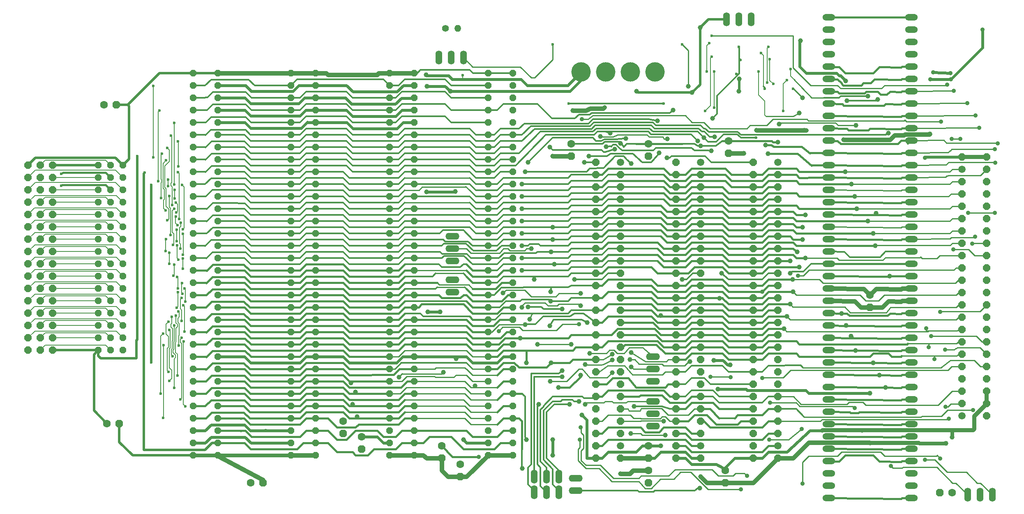
<source format=gbl>
%TF.GenerationSoftware,KiCad,Pcbnew,8.0.3*%
%TF.CreationDate,2024-06-16T17:33:32+02:00*%
%TF.ProjectId,csa_ultrabus_v2,6373615f-756c-4747-9261-6275735f7632,rev?*%
%TF.SameCoordinates,Original*%
%TF.FileFunction,Copper,L2,Bot*%
%TF.FilePolarity,Positive*%
%FSLAX46Y46*%
G04 Gerber Fmt 4.6, Leading zero omitted, Abs format (unit mm)*
G04 Created by KiCad (PCBNEW 8.0.3) date 2024-06-16 17:33:32*
%MOMM*%
%LPD*%
G01*
G04 APERTURE LIST*
G04 Aperture macros list*
%AMOutline5P*
0 Free polygon, 5 corners , with rotation*
0 The origin of the aperture is its center*
0 number of corners: always 5*
0 $1 to $10 corner X, Y*
0 $11 Rotation angle, in degrees counterclockwise*
0 create outline with 5 corners*
4,1,5,$1,$2,$3,$4,$5,$6,$7,$8,$9,$10,$1,$2,$11*%
%AMOutline6P*
0 Free polygon, 6 corners , with rotation*
0 The origin of the aperture is its center*
0 number of corners: always 6*
0 $1 to $12 corner X, Y*
0 $13 Rotation angle, in degrees counterclockwise*
0 create outline with 6 corners*
4,1,6,$1,$2,$3,$4,$5,$6,$7,$8,$9,$10,$11,$12,$1,$2,$13*%
%AMOutline7P*
0 Free polygon, 7 corners , with rotation*
0 The origin of the aperture is its center*
0 number of corners: always 7*
0 $1 to $14 corner X, Y*
0 $15 Rotation angle, in degrees counterclockwise*
0 create outline with 7 corners*
4,1,7,$1,$2,$3,$4,$5,$6,$7,$8,$9,$10,$11,$12,$13,$14,$1,$2,$15*%
%AMOutline8P*
0 Free polygon, 8 corners , with rotation*
0 The origin of the aperture is its center*
0 number of corners: always 8*
0 $1 to $16 corner X, Y*
0 $17 Rotation angle, in degrees counterclockwise*
0 create outline with 8 corners*
4,1,8,$1,$2,$3,$4,$5,$6,$7,$8,$9,$10,$11,$12,$13,$14,$15,$16,$1,$2,$17*%
G04 Aperture macros list end*
%TA.AperFunction,ComponentPad*%
%ADD10C,1.600200*%
%TD*%
%TA.AperFunction,ComponentPad*%
%ADD11Outline8P,-0.800100X0.331412X-0.331412X0.800100X0.331412X0.800100X0.800100X0.331412X0.800100X-0.331412X0.331412X-0.800100X-0.331412X-0.800100X-0.800100X-0.331412X270.000000*%
%TD*%
%TA.AperFunction,ComponentPad*%
%ADD12O,2.844800X1.422400*%
%TD*%
%TA.AperFunction,ComponentPad*%
%ADD13Outline8P,-0.711200X0.294589X-0.294589X0.711200X0.294589X0.711200X0.711200X0.294589X0.711200X-0.294589X0.294589X-0.711200X-0.294589X-0.711200X-0.711200X-0.294589X180.000000*%
%TD*%
%TA.AperFunction,ComponentPad*%
%ADD14O,1.422400X2.844800*%
%TD*%
%TA.AperFunction,ComponentPad*%
%ADD15Outline8P,-0.800100X0.331412X-0.331412X0.800100X0.331412X0.800100X0.800100X0.331412X0.800100X-0.331412X0.331412X-0.800100X-0.331412X-0.800100X-0.800100X-0.331412X0.000000*%
%TD*%
%TA.AperFunction,ComponentPad*%
%ADD16Outline8P,-0.800100X0.331412X-0.331412X0.800100X0.331412X0.800100X0.800100X0.331412X0.800100X-0.331412X0.331412X-0.800100X-0.331412X-0.800100X-0.800100X-0.331412X180.000000*%
%TD*%
%TA.AperFunction,ComponentPad*%
%ADD17Outline8P,-0.754000X0.312317X-0.312317X0.754000X0.312317X0.754000X0.754000X0.312317X0.754000X-0.312317X0.312317X-0.754000X-0.312317X-0.754000X-0.754000X-0.312317X270.000000*%
%TD*%
%TA.AperFunction,ComponentPad*%
%ADD18C,1.508000*%
%TD*%
%TA.AperFunction,ComponentPad*%
%ADD19O,2.641600X1.320800*%
%TD*%
%TA.AperFunction,ComponentPad*%
%ADD20Outline8P,-0.660400X0.273547X-0.273547X0.660400X0.273547X0.660400X0.660400X0.273547X0.660400X-0.273547X0.273547X-0.660400X-0.273547X-0.660400X-0.660400X-0.273547X180.000000*%
%TD*%
%TA.AperFunction,ComponentPad*%
%ADD21Outline8P,-0.762000X0.315631X-0.315631X0.762000X0.315631X0.762000X0.762000X0.315631X0.762000X-0.315631X0.315631X-0.762000X-0.315631X-0.762000X-0.762000X-0.315631X180.000000*%
%TD*%
%TA.AperFunction,ComponentPad*%
%ADD22Outline8P,-0.754000X0.312317X-0.312317X0.754000X0.312317X0.754000X0.754000X0.312317X0.754000X-0.312317X0.312317X-0.754000X-0.312317X-0.754000X-0.754000X-0.312317X90.000000*%
%TD*%
%TA.AperFunction,ComponentPad*%
%ADD23C,1.400000*%
%TD*%
%TA.AperFunction,ComponentPad*%
%ADD24O,1.400000X1.400000*%
%TD*%
%TA.AperFunction,ComponentPad*%
%ADD25C,4.000000*%
%TD*%
%TA.AperFunction,ViaPad*%
%ADD26C,1.006400*%
%TD*%
%TA.AperFunction,ViaPad*%
%ADD27C,0.906400*%
%TD*%
%TA.AperFunction,ViaPad*%
%ADD28C,1.000000*%
%TD*%
%TA.AperFunction,ViaPad*%
%ADD29C,0.600000*%
%TD*%
%TA.AperFunction,Conductor*%
%ADD30C,0.800000*%
%TD*%
%TA.AperFunction,Conductor*%
%ADD31C,0.914400*%
%TD*%
%TA.AperFunction,Conductor*%
%ADD32C,0.609600*%
%TD*%
%TA.AperFunction,Conductor*%
%ADD33C,0.500000*%
%TD*%
%TA.AperFunction,Conductor*%
%ADD34C,0.812800*%
%TD*%
%TA.AperFunction,Conductor*%
%ADD35C,0.304800*%
%TD*%
%TA.AperFunction,Conductor*%
%ADD36C,0.406400*%
%TD*%
%TA.AperFunction,Conductor*%
%ADD37C,0.200000*%
%TD*%
%TA.AperFunction,Conductor*%
%ADD38C,0.254000*%
%TD*%
%TA.AperFunction,Conductor*%
%ADD39C,0.400000*%
%TD*%
G04 APERTURE END LIST*
D10*
X127267850Y-142422612D03*
D11*
X127267850Y-144962612D03*
D10*
X185687850Y-147502612D03*
D11*
X185687850Y-150042612D03*
D12*
X154890350Y-149090112D03*
X154890350Y-151630112D03*
D13*
X141872850Y-144327612D03*
X141872850Y-141787612D03*
X141872850Y-139247612D03*
X141872850Y-136707612D03*
X141872850Y-134167612D03*
X141872850Y-131627612D03*
X141872850Y-129087612D03*
X141872850Y-126547612D03*
X141872850Y-124007612D03*
X141872850Y-121467612D03*
X141872850Y-118927612D03*
X141872850Y-116387612D03*
X141872850Y-113847612D03*
X141872850Y-111307612D03*
X141872850Y-108767612D03*
X141872850Y-106227612D03*
X141872850Y-103687612D03*
X141872850Y-101147612D03*
X141872850Y-98607612D03*
X141872850Y-96067612D03*
X141872850Y-93527612D03*
X141872850Y-90987612D03*
X141872850Y-88447612D03*
X141872850Y-85907612D03*
X141872850Y-83367612D03*
X141872850Y-80827612D03*
X141872850Y-78287612D03*
X141872850Y-75747612D03*
X141872850Y-73207612D03*
X141872850Y-70667612D03*
X141872850Y-68127612D03*
X141872850Y-65587612D03*
X136792850Y-144327612D03*
X136792850Y-141787612D03*
X136792850Y-139247612D03*
X136792850Y-136707612D03*
X136792850Y-134167612D03*
X136792850Y-131627612D03*
X136792850Y-129087612D03*
X136792850Y-126547612D03*
X136792850Y-124007612D03*
X136792850Y-121467612D03*
X136792850Y-118927612D03*
X136792850Y-116387612D03*
X136792850Y-113847612D03*
X136792850Y-111307612D03*
X136792850Y-108767612D03*
X136792850Y-106227612D03*
X136792850Y-103687612D03*
X136792850Y-101147612D03*
X136792850Y-98607612D03*
X136792850Y-96067612D03*
X136792850Y-93527612D03*
X136792850Y-90987612D03*
X136792850Y-88447612D03*
X136792850Y-85907612D03*
X136792850Y-83367612D03*
X136792850Y-80827612D03*
X136792850Y-78287612D03*
X136792850Y-75747612D03*
X136792850Y-73207612D03*
X136792850Y-70667612D03*
X136792850Y-68127612D03*
X136792850Y-65587612D03*
D14*
X146317850Y-151947612D03*
X148857850Y-151947612D03*
X151397850Y-151947612D03*
D10*
X58293000Y-137795000D03*
D15*
X60833000Y-137795000D03*
D10*
X232410000Y-152044400D03*
D16*
X229870000Y-152044400D03*
D10*
X87897850Y-150042612D03*
D15*
X90437850Y-150042612D03*
D10*
X57658000Y-72136000D03*
D15*
X60198000Y-72136000D03*
D17*
X175527850Y-84002612D03*
X175527850Y-86542612D03*
X175527850Y-89082612D03*
X175527850Y-91622612D03*
X175527850Y-94162612D03*
X175527850Y-96702612D03*
X175527850Y-99242612D03*
X175527850Y-101782612D03*
X175527850Y-104322612D03*
X175527850Y-106862612D03*
X175527850Y-109402612D03*
X175527850Y-111942612D03*
X175527850Y-114482612D03*
X175527850Y-117022612D03*
X175527850Y-119562612D03*
X175527850Y-122102612D03*
X175527850Y-124642612D03*
X175527850Y-127182612D03*
X175527850Y-129722612D03*
X175527850Y-132262612D03*
X175527850Y-134802612D03*
X175527850Y-137342612D03*
X175527850Y-139882612D03*
X175527850Y-142422612D03*
X175527850Y-144962612D03*
D18*
X180607850Y-84002612D03*
D17*
X180607850Y-86542612D03*
X180607850Y-89082612D03*
X180607850Y-91622612D03*
X180607850Y-94162612D03*
X180607850Y-96702612D03*
X180607850Y-99242612D03*
X180607850Y-101782612D03*
X180607850Y-104322612D03*
X180607850Y-106862612D03*
X180607850Y-109402612D03*
X180607850Y-111942612D03*
X180607850Y-114482612D03*
X180607850Y-117022612D03*
X180607850Y-119562612D03*
X180607850Y-122102612D03*
X180607850Y-124642612D03*
X180607850Y-127182612D03*
X180607850Y-129722612D03*
X180607850Y-132262612D03*
X180607850Y-134802612D03*
X180607850Y-137342612D03*
X180607850Y-139882612D03*
D18*
X180607850Y-142422612D03*
D17*
X180607850Y-144962612D03*
D19*
X207010000Y-153138237D03*
X207010000Y-150598237D03*
X207010000Y-148058237D03*
X207010000Y-145518237D03*
X207010000Y-142978237D03*
X207010000Y-140438237D03*
X207010000Y-137898237D03*
X207010000Y-135358237D03*
X207010000Y-132818237D03*
X207010000Y-130278237D03*
X207010000Y-127738237D03*
X207010000Y-125198237D03*
X207010000Y-122658237D03*
X207010000Y-120118237D03*
X207010000Y-117578237D03*
X207010000Y-115038237D03*
X207010000Y-112498237D03*
X207010000Y-109958237D03*
X207010000Y-107418237D03*
X207010000Y-104878237D03*
X207010000Y-102338237D03*
X207010000Y-99798237D03*
X207010000Y-97258237D03*
X207010000Y-94718237D03*
X207010000Y-92178237D03*
X207010000Y-89638237D03*
X207010000Y-87098237D03*
X207010000Y-84558237D03*
X207010000Y-82018237D03*
X207010000Y-79478237D03*
X207010000Y-76938237D03*
X207010000Y-74398237D03*
X207010000Y-71858237D03*
X207010000Y-69318237D03*
X207010000Y-66778237D03*
X207010000Y-64238237D03*
X207010000Y-61698237D03*
X207010000Y-59158237D03*
X207010000Y-56618237D03*
X207010000Y-54078237D03*
D17*
X159017850Y-84002612D03*
X159017850Y-86542612D03*
X159017850Y-89082612D03*
X159017850Y-91622612D03*
X159017850Y-94162612D03*
X159017850Y-96702612D03*
X159017850Y-99242612D03*
X159017850Y-101782612D03*
X159017850Y-104322612D03*
X159017850Y-106862612D03*
X159017850Y-109402612D03*
X159017850Y-111942612D03*
X159017850Y-114482612D03*
X159017850Y-117022612D03*
X159017850Y-119562612D03*
X159017850Y-122102612D03*
X159017850Y-124642612D03*
X159017850Y-127182612D03*
X159017850Y-129722612D03*
X159017850Y-132262612D03*
X159017850Y-134802612D03*
X159017850Y-137342612D03*
X159017850Y-139882612D03*
X159017850Y-142422612D03*
X159017850Y-144962612D03*
D18*
X164097850Y-84002612D03*
D17*
X164097850Y-86542612D03*
X164097850Y-89082612D03*
X164097850Y-91622612D03*
X164097850Y-94162612D03*
X164097850Y-96702612D03*
X164097850Y-99242612D03*
X164097850Y-101782612D03*
X164097850Y-104322612D03*
X164097850Y-106862612D03*
X164097850Y-109402612D03*
X164097850Y-111942612D03*
X164097850Y-114482612D03*
X164097850Y-117022612D03*
X164097850Y-119562612D03*
X164097850Y-122102612D03*
X164097850Y-124642612D03*
X164097850Y-127182612D03*
X164097850Y-129722612D03*
X164097850Y-132262612D03*
X164097850Y-134802612D03*
X164097850Y-137342612D03*
X164097850Y-139882612D03*
D18*
X164097850Y-142422612D03*
D17*
X164097850Y-144962612D03*
D20*
X61595000Y-122682000D03*
X61595000Y-120142000D03*
X61595000Y-117602000D03*
X61595000Y-115062000D03*
X61595000Y-112522000D03*
X61595000Y-109982000D03*
X61595000Y-107442000D03*
X61595000Y-104902000D03*
X61595000Y-102362000D03*
X61595000Y-99822000D03*
X61595000Y-97282000D03*
X61595000Y-94742000D03*
X61595000Y-92202000D03*
X61595000Y-89662000D03*
X61595000Y-87122000D03*
X61595000Y-84582000D03*
X59055000Y-122682000D03*
X59055000Y-120142000D03*
X59055000Y-117602000D03*
X59055000Y-115062000D03*
X59055000Y-112522000D03*
X59055000Y-109982000D03*
X59055000Y-107442000D03*
X59055000Y-104902000D03*
X59055000Y-102362000D03*
X59055000Y-99822000D03*
X59055000Y-97282000D03*
X59055000Y-94742000D03*
X59055000Y-92202000D03*
X59055000Y-89662000D03*
X59055000Y-87122000D03*
X59055000Y-84582000D03*
X56515000Y-122682000D03*
X56515000Y-120142000D03*
X56515000Y-117602000D03*
X56515000Y-115062000D03*
X56515000Y-112522000D03*
X56515000Y-109982000D03*
X56515000Y-107442000D03*
X56515000Y-104902000D03*
X56515000Y-102362000D03*
X56515000Y-99822000D03*
X56515000Y-97282000D03*
X56515000Y-94742000D03*
X56515000Y-92202000D03*
X56515000Y-89662000D03*
X56515000Y-87122000D03*
X56515000Y-84582000D03*
D12*
X170765350Y-129087612D03*
X170765350Y-126547612D03*
X170765350Y-124007612D03*
X129490350Y-104322612D03*
X129490350Y-101782612D03*
X129490350Y-99242612D03*
D17*
X191402850Y-84002612D03*
X191402850Y-86542612D03*
X191402850Y-89082612D03*
X191402850Y-91622612D03*
X191402850Y-94162612D03*
X191402850Y-96702612D03*
X191402850Y-99242612D03*
X191402850Y-101782612D03*
X191402850Y-104322612D03*
X191402850Y-106862612D03*
X191402850Y-109402612D03*
X191402850Y-111942612D03*
X191402850Y-114482612D03*
X191402850Y-117022612D03*
X191402850Y-119562612D03*
X191402850Y-122102612D03*
X191402850Y-124642612D03*
X191402850Y-127182612D03*
X191402850Y-129722612D03*
X191402850Y-132262612D03*
X191402850Y-134802612D03*
X191402850Y-137342612D03*
X191402850Y-139882612D03*
X191402850Y-142422612D03*
X191402850Y-144962612D03*
D18*
X196482850Y-84002612D03*
D17*
X196482850Y-86542612D03*
X196482850Y-89082612D03*
X196482850Y-91622612D03*
X196482850Y-94162612D03*
X196482850Y-96702612D03*
X196482850Y-99242612D03*
X196482850Y-101782612D03*
X196482850Y-104322612D03*
X196482850Y-106862612D03*
X196482850Y-109402612D03*
X196482850Y-111942612D03*
X196482850Y-114482612D03*
X196482850Y-117022612D03*
X196482850Y-119562612D03*
X196482850Y-122102612D03*
X196482850Y-124642612D03*
X196482850Y-127182612D03*
X196482850Y-129722612D03*
X196482850Y-132262612D03*
X196482850Y-134802612D03*
X196482850Y-137342612D03*
X196482850Y-139882612D03*
D18*
X196482850Y-142422612D03*
D17*
X196482850Y-144962612D03*
D10*
X131077850Y-146232612D03*
D11*
X131077850Y-148772612D03*
D13*
X121552850Y-144327612D03*
X121552850Y-141787612D03*
X121552850Y-139247612D03*
X121552850Y-136707612D03*
X121552850Y-134167612D03*
X121552850Y-131627612D03*
X121552850Y-129087612D03*
X121552850Y-126547612D03*
X121552850Y-124007612D03*
X121552850Y-121467612D03*
X121552850Y-118927612D03*
X121552850Y-116387612D03*
X121552850Y-113847612D03*
X121552850Y-111307612D03*
X121552850Y-108767612D03*
X121552850Y-106227612D03*
X121552850Y-103687612D03*
X121552850Y-101147612D03*
X121552850Y-98607612D03*
X121552850Y-96067612D03*
X121552850Y-93527612D03*
X121552850Y-90987612D03*
X121552850Y-88447612D03*
X121552850Y-85907612D03*
X121552850Y-83367612D03*
X121552850Y-80827612D03*
X121552850Y-78287612D03*
X121552850Y-75747612D03*
X121552850Y-73207612D03*
X121552850Y-70667612D03*
X121552850Y-68127612D03*
X121552850Y-65587612D03*
X116472850Y-144327612D03*
X116472850Y-141787612D03*
X116472850Y-139247612D03*
X116472850Y-136707612D03*
X116472850Y-134167612D03*
X116472850Y-131627612D03*
X116472850Y-129087612D03*
X116472850Y-126547612D03*
X116472850Y-124007612D03*
X116472850Y-121467612D03*
X116472850Y-118927612D03*
X116472850Y-116387612D03*
X116472850Y-113847612D03*
X116472850Y-111307612D03*
X116472850Y-108767612D03*
X116472850Y-106227612D03*
X116472850Y-103687612D03*
X116472850Y-101147612D03*
X116472850Y-98607612D03*
X116472850Y-96067612D03*
X116472850Y-93527612D03*
X116472850Y-90987612D03*
X116472850Y-88447612D03*
X116472850Y-85907612D03*
X116472850Y-83367612D03*
X116472850Y-80827612D03*
X116472850Y-78287612D03*
X116472850Y-75747612D03*
X116472850Y-73207612D03*
X116472850Y-70667612D03*
X116472850Y-68127612D03*
X116472850Y-65587612D03*
D10*
X215503125Y-111307612D03*
D11*
X215503125Y-113847612D03*
D10*
X169812850Y-142422612D03*
D11*
X169812850Y-144962612D03*
D21*
X42037000Y-122682000D03*
X42037000Y-120142000D03*
X42037000Y-117602000D03*
X42037000Y-115062000D03*
X42037000Y-112522000D03*
X42037000Y-109982000D03*
X42037000Y-107442000D03*
X42037000Y-104902000D03*
X42037000Y-102362000D03*
X42037000Y-99822000D03*
X42037000Y-97282000D03*
X42037000Y-94742000D03*
X42037000Y-92202000D03*
X42037000Y-89662000D03*
X42037000Y-87122000D03*
X42037000Y-84582000D03*
X44577000Y-122682000D03*
X44577000Y-120142000D03*
X44577000Y-117602000D03*
X44577000Y-115062000D03*
X44577000Y-112522000D03*
X44577000Y-109982000D03*
X44577000Y-107442000D03*
X44577000Y-104902000D03*
X44577000Y-102362000D03*
X44577000Y-99822000D03*
X44577000Y-97282000D03*
X44577000Y-94742000D03*
X44577000Y-92202000D03*
X44577000Y-89662000D03*
X44577000Y-87122000D03*
X44577000Y-84582000D03*
X47117000Y-122682000D03*
X47117000Y-120142000D03*
X47117000Y-117602000D03*
X47117000Y-115062000D03*
X47117000Y-112522000D03*
X47117000Y-109982000D03*
X47117000Y-107442000D03*
X47117000Y-104902000D03*
X47117000Y-102362000D03*
X47117000Y-99822000D03*
X47117000Y-97282000D03*
X47117000Y-94742000D03*
X47117000Y-92202000D03*
X47117000Y-89662000D03*
X47117000Y-87122000D03*
X47117000Y-84582000D03*
D13*
X101232850Y-144327612D03*
X101232850Y-141787612D03*
X101232850Y-139247612D03*
X101232850Y-136707612D03*
X101232850Y-134167612D03*
X101232850Y-131627612D03*
X101232850Y-129087612D03*
X101232850Y-126547612D03*
X101232850Y-124007612D03*
X101232850Y-121467612D03*
X101232850Y-118927612D03*
X101232850Y-116387612D03*
X101232850Y-113847612D03*
X101232850Y-111307612D03*
X101232850Y-108767612D03*
X101232850Y-106227612D03*
X101232850Y-103687612D03*
X101232850Y-101147612D03*
X101232850Y-98607612D03*
X101232850Y-96067612D03*
X101232850Y-93527612D03*
X101232850Y-90987612D03*
X101232850Y-88447612D03*
X101232850Y-85907612D03*
X101232850Y-83367612D03*
X101232850Y-80827612D03*
X101232850Y-78287612D03*
X101232850Y-75747612D03*
X101232850Y-73207612D03*
X101232850Y-70667612D03*
X101232850Y-68127612D03*
X101232850Y-65587612D03*
X96152850Y-144327612D03*
X96152850Y-141787612D03*
X96152850Y-139247612D03*
X96152850Y-136707612D03*
X96152850Y-134167612D03*
X96152850Y-131627612D03*
X96152850Y-129087612D03*
X96152850Y-126547612D03*
X96152850Y-124007612D03*
X96152850Y-121467612D03*
X96152850Y-118927612D03*
X96152850Y-116387612D03*
X96152850Y-113847612D03*
X96152850Y-111307612D03*
X96152850Y-108767612D03*
X96152850Y-106227612D03*
X96152850Y-103687612D03*
X96152850Y-101147612D03*
X96152850Y-98607612D03*
X96152850Y-96067612D03*
X96152850Y-93527612D03*
X96152850Y-90987612D03*
X96152850Y-88447612D03*
X96152850Y-85907612D03*
X96152850Y-83367612D03*
X96152850Y-80827612D03*
X96152850Y-78287612D03*
X96152850Y-75747612D03*
X96152850Y-73207612D03*
X96152850Y-70667612D03*
X96152850Y-68127612D03*
X96152850Y-65587612D03*
D14*
X185928000Y-54483000D03*
X188468000Y-54483000D03*
X191008000Y-54483000D03*
D12*
X170765350Y-133215112D03*
X170765350Y-135755112D03*
X170765350Y-138295112D03*
D13*
X81127600Y-144373600D03*
X81127600Y-141833600D03*
X81127600Y-139293600D03*
X81127600Y-136753600D03*
X81127600Y-134213600D03*
X81127600Y-131673600D03*
X81127600Y-129133600D03*
X81127600Y-126593600D03*
X81127600Y-124053600D03*
X81127600Y-121513600D03*
X81127600Y-118973600D03*
X81127600Y-116433600D03*
X81127600Y-113893600D03*
X81127600Y-111353600D03*
X81127600Y-108813600D03*
X81127600Y-106273600D03*
X81127600Y-103733600D03*
X81127600Y-101193600D03*
X81127600Y-98653600D03*
X81127600Y-96113600D03*
X81127600Y-93573600D03*
X81127600Y-91033600D03*
X81127600Y-88493600D03*
X81127600Y-85953600D03*
X81127600Y-83413600D03*
X81127600Y-80873600D03*
X81127600Y-78333600D03*
X81127600Y-75793600D03*
X81127600Y-73253600D03*
X81127600Y-70713600D03*
X81127600Y-68173600D03*
X81127600Y-65633600D03*
X76047600Y-144373600D03*
X76047600Y-141833600D03*
X76047600Y-139293600D03*
X76047600Y-136753600D03*
X76047600Y-134213600D03*
X76047600Y-131673600D03*
X76047600Y-129133600D03*
X76047600Y-126593600D03*
X76047600Y-124053600D03*
X76047600Y-121513600D03*
X76047600Y-118973600D03*
X76047600Y-116433600D03*
X76047600Y-113893600D03*
X76047600Y-111353600D03*
X76047600Y-108813600D03*
X76047600Y-106273600D03*
X76047600Y-103733600D03*
X76047600Y-101193600D03*
X76047600Y-98653600D03*
X76047600Y-96113600D03*
X76047600Y-93573600D03*
X76047600Y-91033600D03*
X76047600Y-88493600D03*
X76047600Y-85953600D03*
X76047600Y-83413600D03*
X76047600Y-80873600D03*
X76047600Y-78333600D03*
X76047600Y-75793600D03*
X76047600Y-73253600D03*
X76047600Y-70713600D03*
X76047600Y-68173600D03*
X76047600Y-65633600D03*
D14*
X126632850Y-62412612D03*
X129172850Y-62412612D03*
X131712850Y-62412612D03*
D10*
X153937850Y-80192612D03*
D11*
X153937850Y-82732612D03*
D10*
X110757850Y-140517612D03*
D11*
X110757850Y-143057612D03*
D10*
X169812850Y-147502612D03*
D11*
X169812850Y-150042612D03*
D22*
X239506125Y-136175750D03*
X239506125Y-133635750D03*
X239506125Y-131095750D03*
X239506125Y-128555750D03*
X239506125Y-126015750D03*
X239506125Y-123475750D03*
X239506125Y-120935750D03*
X239506125Y-118395750D03*
X239506125Y-115855750D03*
X239506125Y-113315750D03*
X239506125Y-110775750D03*
X239506125Y-108235750D03*
X239506125Y-105695750D03*
X239506125Y-103155750D03*
X239506125Y-100615750D03*
X239506125Y-98075750D03*
X239506125Y-95535750D03*
X239506125Y-92995750D03*
X239506125Y-90455750D03*
X239506125Y-87915750D03*
X239506125Y-85375750D03*
X239506125Y-82835750D03*
D18*
X234426125Y-136175750D03*
D22*
X234426125Y-133635750D03*
X234426125Y-131095750D03*
X234426125Y-128555750D03*
X234426125Y-126015750D03*
X234426125Y-123475750D03*
X234426125Y-120935750D03*
X234426125Y-118395750D03*
X234426125Y-115855750D03*
X234426125Y-113315750D03*
X234426125Y-110775750D03*
X234426125Y-108235750D03*
X234426125Y-105695750D03*
X234426125Y-103155750D03*
X234426125Y-100615750D03*
X234426125Y-98075750D03*
X234426125Y-95535750D03*
X234426125Y-92995750D03*
X234426125Y-90455750D03*
X234426125Y-87915750D03*
D18*
X234426125Y-85375750D03*
D22*
X234426125Y-82835750D03*
D10*
X106947850Y-137342612D03*
D11*
X106947850Y-139882612D03*
D14*
X235661200Y-152501600D03*
X238201200Y-152501600D03*
X240741200Y-152501600D03*
D19*
X224028000Y-153162000D03*
X224028000Y-150622000D03*
X224028000Y-148082000D03*
X224028000Y-145542000D03*
X224028000Y-143002000D03*
X224028000Y-140462000D03*
X224028000Y-137922000D03*
X224028000Y-135382000D03*
X224028000Y-132842000D03*
X224028000Y-130302000D03*
X224028000Y-127762000D03*
X224028000Y-125222000D03*
X224028000Y-122682000D03*
X224028000Y-120142000D03*
X224028000Y-117602000D03*
X224028000Y-115062000D03*
X224028000Y-112522000D03*
X224028000Y-109982000D03*
X224028000Y-107442000D03*
X224028000Y-104902000D03*
X224028000Y-102362000D03*
X224028000Y-99822000D03*
X224028000Y-97282000D03*
X224028000Y-94742000D03*
X224028000Y-92202000D03*
X224028000Y-89662000D03*
X224028000Y-87122000D03*
X224028000Y-84582000D03*
X224028000Y-82042000D03*
X224028000Y-79502000D03*
X224028000Y-76962000D03*
X224028000Y-74422000D03*
X224028000Y-71882000D03*
X224028000Y-69342000D03*
X224028000Y-66802000D03*
X224028000Y-64262000D03*
X224028000Y-61722000D03*
X224028000Y-59182000D03*
X224028000Y-56642000D03*
X224028000Y-54102000D03*
D23*
X128016000Y-56388000D03*
D24*
X130556000Y-56388000D03*
D10*
X186322850Y-79557612D03*
D11*
X186322850Y-82097612D03*
D14*
X146317850Y-148772612D03*
X148857850Y-148772612D03*
X151397850Y-148772612D03*
D25*
X171237450Y-65347761D03*
X166157450Y-65347761D03*
X161077450Y-65347761D03*
X155997450Y-65347761D03*
D12*
X129490350Y-110751987D03*
X129490350Y-108211987D03*
D10*
X169812850Y-80192612D03*
D11*
X169812850Y-82732612D03*
D26*
X124410350Y-114800112D03*
X189497850Y-82097612D03*
D27*
X238712375Y-56642000D03*
D26*
X124092850Y-90035112D03*
X184179725Y-130675112D03*
X201930000Y-77335112D03*
D28*
X180492400Y-56235600D03*
D27*
X226806125Y-83073875D03*
D26*
X150127850Y-82732612D03*
X130045975Y-89955737D03*
X210105625Y-79319487D03*
X150127850Y-141152612D03*
D28*
X231140000Y-141884400D03*
D26*
X186719725Y-125753862D03*
X227838000Y-78152625D03*
X180607850Y-148772612D03*
X192117225Y-77335112D03*
X215503125Y-141787612D03*
X154255350Y-73286987D03*
D29*
X160782000Y-72644000D03*
D27*
X227917375Y-66881375D03*
D26*
X183306600Y-124801362D03*
D28*
X178833400Y-69596000D03*
X188580558Y-66811600D03*
X188468000Y-69342000D03*
D26*
X126950350Y-114800112D03*
X150127850Y-144327612D03*
X215503125Y-131548237D03*
D28*
X167386000Y-69342000D03*
D27*
X232203625Y-66881375D03*
X232044875Y-65611375D03*
D26*
X124251600Y-68286362D03*
X210502500Y-67175112D03*
X151318475Y-130357612D03*
X146952850Y-121467612D03*
X129014100Y-69318237D03*
D27*
X213915625Y-139247612D03*
D26*
X153937850Y-121467612D03*
D29*
X91059000Y-139192000D03*
X88519000Y-141859000D03*
D26*
X131712850Y-141152612D03*
X155842850Y-127817612D03*
D28*
X232410000Y-140614400D03*
D26*
X172352850Y-142422612D03*
D28*
X201168000Y-58928000D03*
D29*
X131572000Y-66040000D03*
X64515996Y-82677000D03*
D27*
X228552375Y-65452625D03*
D26*
X124013475Y-65905112D03*
D29*
X150368000Y-68127612D03*
D26*
X156160350Y-136072612D03*
D29*
X69850000Y-136652000D03*
D26*
X109805350Y-136390112D03*
D29*
X69977000Y-121666000D03*
X73914000Y-97790000D03*
D26*
X209629375Y-115117612D03*
D29*
X73787000Y-88646000D03*
D26*
X210423125Y-85907612D03*
X211693125Y-88447612D03*
D29*
X71121400Y-90899167D03*
X71374000Y-98933000D03*
D26*
X210581875Y-117578237D03*
D29*
X71882000Y-101024400D03*
D26*
X212328125Y-90987612D03*
X211613750Y-119800737D03*
D29*
X72163840Y-93535156D03*
D26*
X212486875Y-122737612D03*
D29*
X73381614Y-101727000D03*
D26*
X212804375Y-93527612D03*
D29*
X73512053Y-96397691D03*
X73914000Y-102997000D03*
D26*
X216138125Y-125277612D03*
X150127850Y-97337612D03*
X215026875Y-96067612D03*
D29*
X73914000Y-98679000D03*
X73025000Y-104013000D03*
D26*
X217408125Y-127817612D03*
X216138125Y-98607612D03*
D29*
X72731614Y-101050102D03*
D26*
X150127850Y-99877612D03*
X218678125Y-130357612D03*
X149810350Y-102417612D03*
D29*
X73914000Y-105918000D03*
X73914000Y-103759000D03*
D26*
X216614375Y-101147612D03*
X202197850Y-103687612D03*
X150445350Y-104957612D03*
D27*
X200689725Y-107338862D03*
D26*
X200927850Y-105592612D03*
X146317850Y-108132612D03*
D29*
X73787000Y-108839000D03*
D26*
X149730975Y-110672612D03*
X199578475Y-108132612D03*
D29*
X73830572Y-111039288D03*
D26*
X199657850Y-110672612D03*
D29*
X72659455Y-113913614D03*
X72898000Y-110744000D03*
D26*
X149730975Y-112577612D03*
X199022850Y-113212612D03*
D29*
X73675000Y-116618198D03*
X73660000Y-111872000D03*
D26*
X145365350Y-116308237D03*
X144412850Y-117419487D03*
D29*
X74041000Y-113411000D03*
X74295000Y-118872000D03*
D26*
X198387850Y-115752612D03*
X197752850Y-118292612D03*
D27*
X227123625Y-118157625D03*
D26*
X143460350Y-120197612D03*
D29*
X73025000Y-114681000D03*
X73039000Y-121704800D03*
X71628000Y-115824000D03*
D27*
X227599875Y-122047000D03*
D26*
X144730350Y-125277612D03*
D29*
X71770000Y-123952000D03*
D26*
X162430975Y-123531362D03*
X166320350Y-123213862D03*
D29*
X70979400Y-127117261D03*
D27*
X228790500Y-124507625D03*
D26*
X149810350Y-125277612D03*
D29*
X70993000Y-116840000D03*
X71120000Y-129032000D03*
X71120000Y-118491000D03*
D26*
X108535350Y-129405112D03*
X109487850Y-131310112D03*
D29*
X69327000Y-131650620D03*
X69850000Y-119253000D03*
X74101102Y-120885422D03*
X74422000Y-134239000D03*
D26*
X108852850Y-133850112D03*
X143777850Y-106227612D03*
X199022850Y-104322612D03*
D29*
X74422000Y-112649000D03*
X74295000Y-109982000D03*
D27*
X232759250Y-69262625D03*
X232679875Y-101885750D03*
D26*
X143777850Y-103687612D03*
D27*
X236569250Y-100695125D03*
D29*
X72898000Y-109982000D03*
X72771000Y-107569000D03*
D27*
X235537375Y-71802625D03*
D26*
X200530975Y-102417612D03*
D29*
X71946377Y-107362844D03*
D26*
X143777850Y-101147612D03*
D29*
X72136000Y-105029000D03*
D26*
X201562850Y-99877612D03*
D27*
X237283625Y-74342625D03*
D26*
X143777850Y-98607612D03*
D29*
X71120000Y-104902000D03*
D26*
X201562850Y-97337612D03*
D29*
X71120000Y-102616000D03*
D27*
X237998000Y-76882625D03*
D26*
X202197850Y-94797612D03*
X143777850Y-96067612D03*
D27*
X241808000Y-80057625D03*
D29*
X70485000Y-99822000D03*
X70358000Y-102235000D03*
X72619007Y-97815359D03*
D26*
X193942850Y-80430737D03*
D27*
X241252375Y-81248250D03*
D26*
X143777850Y-93527612D03*
D29*
X72644000Y-100203000D03*
D26*
X194498475Y-82176987D03*
D27*
X241331750Y-84026375D03*
D26*
X143777850Y-90987612D03*
D29*
X72839420Y-96917373D03*
X72504834Y-95139257D03*
X72553386Y-94290642D03*
X72468620Y-92280620D03*
D26*
X143777850Y-88447612D03*
D29*
X71706548Y-92818645D03*
D26*
X171717850Y-75430112D03*
D29*
X71486000Y-78486000D03*
D26*
X172352850Y-115593862D03*
D29*
X48895000Y-88773000D03*
X67437000Y-125222000D03*
D26*
X164097850Y-148137612D03*
D29*
X67437000Y-88646000D03*
D27*
X134887850Y-144645112D03*
D26*
X130204725Y-124404487D03*
D29*
X188468000Y-60198000D03*
X187960000Y-65786000D03*
X70739000Y-95885000D03*
D27*
X193307850Y-128452612D03*
D29*
X70739000Y-81026000D03*
D27*
X193307850Y-110672612D03*
D29*
X188860211Y-62873001D03*
D26*
X183068475Y-74874487D03*
X183465350Y-78684487D03*
D29*
X72136000Y-75819000D03*
X72136000Y-88519000D03*
X68861199Y-87861865D03*
X69088000Y-73279000D03*
D26*
X174892850Y-73207612D03*
X219551250Y-107418237D03*
X215106250Y-70350112D03*
D29*
X199136000Y-64770000D03*
X70358000Y-93853000D03*
X70485000Y-83566000D03*
X192024000Y-78902012D03*
D26*
X181242850Y-78922612D03*
D29*
X181864000Y-65278000D03*
X182372000Y-59436000D03*
D26*
X166875975Y-134246987D03*
D29*
X69469000Y-91313000D03*
D26*
X162907225Y-81303862D03*
D29*
X69611000Y-82169000D03*
D26*
X149492850Y-80827612D03*
D29*
X194564000Y-60198000D03*
X194310000Y-67564000D03*
D26*
X179972850Y-79557612D03*
D29*
X72898000Y-85979000D03*
D26*
X161954725Y-77970112D03*
D29*
X73173429Y-95664124D03*
D26*
X182830350Y-81621362D03*
D29*
X183388000Y-72729337D03*
D26*
X161160975Y-80748237D03*
D29*
X183388000Y-65278000D03*
D27*
X182671600Y-128135112D03*
D29*
X181565356Y-73361356D03*
X182880000Y-62230000D03*
D27*
X186799100Y-128293862D03*
D29*
X73391000Y-132842000D03*
X73689000Y-120142000D03*
D26*
X144730350Y-141152612D03*
X173305350Y-140200112D03*
X166240975Y-139882612D03*
D27*
X155684100Y-141152612D03*
X212328125Y-134643862D03*
X188862850Y-151391987D03*
X194895350Y-133532612D03*
X226806125Y-145303875D03*
D26*
X157747850Y-123372612D03*
D27*
X190132850Y-148613862D03*
X155842850Y-138612612D03*
X201404100Y-138930112D03*
X194736600Y-141152612D03*
X219807275Y-146558000D03*
D26*
X156795350Y-133850112D03*
D29*
X48895000Y-86360000D03*
X66040000Y-86106000D03*
D26*
X147270350Y-133850112D03*
X159970350Y-78605112D03*
X173622850Y-83050112D03*
X149572225Y-117657612D03*
X157271600Y-117022612D03*
X173781600Y-79160737D03*
X157589100Y-82732612D03*
X172035350Y-82018237D03*
D27*
X229981125Y-114823875D03*
X139015350Y-118768862D03*
X229981125Y-144986375D03*
X201562850Y-150201362D03*
X155525350Y-117340112D03*
D26*
X156636600Y-84002612D03*
X155842850Y-113530112D03*
X143777850Y-113847612D03*
D27*
X230139875Y-75612625D03*
X156160350Y-75112612D03*
X228076125Y-119745125D03*
D26*
X139888475Y-110910737D03*
X155842850Y-110990112D03*
X145682850Y-101782612D03*
X184894100Y-106862612D03*
X178385350Y-125039487D03*
X166002850Y-124642612D03*
X152032850Y-114165112D03*
X145047850Y-113768237D03*
X162430975Y-124721987D03*
X156795350Y-125595112D03*
D29*
X153416000Y-71882000D03*
D26*
X176797850Y-108132612D03*
D29*
X172974000Y-71882000D03*
D26*
X154572850Y-108132612D03*
X180607850Y-80589487D03*
X164097850Y-80113237D03*
X196482850Y-79795737D03*
X162430975Y-127341362D03*
X149651600Y-129087612D03*
X166320350Y-126150737D03*
X153620350Y-133850112D03*
X155525350Y-133215112D03*
X152032850Y-128135112D03*
X152032850Y-126865112D03*
D29*
X199644000Y-68834000D03*
D26*
X210740625Y-71302612D03*
X217090625Y-70985112D03*
D29*
X193802000Y-68834000D03*
D26*
X201562850Y-70667612D03*
X216773125Y-94480112D03*
D29*
X193040000Y-61468000D03*
D26*
X200927850Y-73842612D03*
D29*
X192532000Y-65278000D03*
X67818000Y-82931000D03*
X67818000Y-68199000D03*
D27*
X231409875Y-67992625D03*
X231013000Y-122602625D03*
D29*
X182880000Y-57912000D03*
X197612000Y-73406000D03*
D26*
X196800350Y-76065112D03*
X212645625Y-76382612D03*
D29*
X198374000Y-67056000D03*
X194862400Y-62738000D03*
X195580000Y-67818000D03*
D26*
X118457225Y-128214487D03*
X127585350Y-127261987D03*
D29*
X72786000Y-127889000D03*
X72517000Y-115570000D03*
D27*
X241252375Y-94345125D03*
X235696125Y-94345125D03*
X231092375Y-134350125D03*
X232362375Y-79105125D03*
X234108625Y-79105125D03*
D26*
X143857225Y-147026362D03*
X180449100Y-151074487D03*
X184497225Y-112021987D03*
D29*
X176784000Y-59690000D03*
X150114000Y-59690000D03*
D26*
X178054000Y-68326000D03*
X134094100Y-130040112D03*
D29*
X72136000Y-117602000D03*
X72136000Y-130429000D03*
D26*
X166320350Y-84240737D03*
D29*
X72263000Y-91440000D03*
D26*
X172987850Y-137342612D03*
X144412850Y-85907612D03*
D29*
X72263000Y-89662000D03*
D27*
X231727375Y-136810750D03*
D29*
X70866000Y-87518000D03*
X70866000Y-88900000D03*
D26*
X165209100Y-79081362D03*
D27*
X236728000Y-134985125D03*
D26*
X145047850Y-84002612D03*
D27*
X237204250Y-99266375D03*
D29*
X72898000Y-79629000D03*
X73025000Y-84836000D03*
D26*
X199022850Y-106862612D03*
X219313125Y-77970112D03*
D30*
X225602800Y-141782800D02*
X225704400Y-141884400D01*
D31*
X210105625Y-79319487D02*
X219608788Y-79319487D01*
D32*
X87884000Y-74422000D02*
X86715600Y-73253600D01*
D31*
X123457850Y-144327612D02*
X121552850Y-144327612D01*
X222656788Y-78232000D02*
X227758625Y-78232000D01*
D32*
X87884000Y-71882000D02*
X86715600Y-70713600D01*
D33*
X188580558Y-69229442D02*
X188468000Y-69342000D01*
D32*
X117822225Y-74477612D02*
X119092225Y-73207612D01*
D31*
X220561288Y-78366987D02*
X222521801Y-78366987D01*
D32*
X87965012Y-69296012D02*
X86842600Y-68173600D01*
D34*
X239506125Y-82835750D02*
X234426125Y-82835750D01*
D32*
X119409725Y-68127612D02*
X121632225Y-68127612D01*
D31*
X192117225Y-77335112D02*
X202356600Y-77335112D01*
X218043125Y-113847612D02*
X219313125Y-112577612D01*
X131077850Y-148772612D02*
X128537850Y-148772612D01*
D32*
X150127850Y-141152612D02*
X150127850Y-144327612D01*
D33*
X167640000Y-69596000D02*
X167386000Y-69342000D01*
D32*
X119330350Y-75747612D02*
X121552850Y-75747612D01*
D33*
X188580558Y-66811600D02*
X188580558Y-69229442D01*
X42037000Y-84582000D02*
X43561000Y-83058000D01*
D34*
X225602800Y-141782800D02*
X215507937Y-141782800D01*
D35*
X121552850Y-65587612D02*
X122267225Y-65587612D01*
D33*
X180492400Y-67937000D02*
X178833400Y-69596000D01*
D32*
X101232850Y-70667612D02*
X99004388Y-70667612D01*
X109011600Y-69397612D02*
X118060350Y-69397612D01*
D33*
X180492400Y-56235600D02*
X180492400Y-67937000D01*
D36*
X81173588Y-144327612D02*
X81127600Y-144373600D01*
D30*
X225704400Y-141884400D02*
X231140000Y-141884400D01*
D31*
X96152850Y-65587612D02*
X101232850Y-65587612D01*
D33*
X76047600Y-144373600D02*
X63601600Y-144373600D01*
D31*
X116472850Y-65587612D02*
X121552850Y-65587612D01*
X101232850Y-65587612D02*
X103455350Y-65587612D01*
X132347850Y-148772612D02*
X131077850Y-148772612D01*
D32*
X183306600Y-124801362D02*
X185211600Y-124801362D01*
X97790000Y-71882000D02*
X87884000Y-71882000D01*
D31*
X121552850Y-144327612D02*
X116472850Y-144327612D01*
D32*
X101232850Y-73207612D02*
X99258388Y-73207612D01*
X101232850Y-68127612D02*
X107662225Y-68127612D01*
D33*
X60198000Y-72136000D02*
X62611000Y-72136000D01*
X60071000Y-83058000D02*
X61595000Y-84582000D01*
D32*
X86842600Y-68173600D02*
X81127600Y-68173600D01*
X96636818Y-69296012D02*
X87965012Y-69296012D01*
X98044000Y-74422000D02*
X87884000Y-74422000D01*
D31*
X207010000Y-112498237D02*
X212328125Y-112577612D01*
X154255350Y-73286987D02*
X156954100Y-73286987D01*
D32*
X126950350Y-114800112D02*
X124410350Y-114800112D01*
D31*
X185687850Y-150042612D02*
X191402850Y-150042612D01*
D33*
X60833000Y-141605000D02*
X60833000Y-137795000D01*
X62865000Y-72390000D02*
X62865000Y-83312000D01*
D32*
X185211600Y-124801362D02*
X186164100Y-125753862D01*
D33*
X62611000Y-72136000D02*
X62865000Y-72390000D01*
D32*
X86715600Y-70713600D02*
X81127600Y-70713600D01*
X99004388Y-70667612D02*
X97790000Y-71882000D01*
D31*
X150127850Y-82732612D02*
X153937850Y-82732612D01*
D32*
X86715600Y-73253600D02*
X81127600Y-73253600D01*
X101232850Y-68127612D02*
X97805218Y-68127612D01*
D30*
X81127600Y-144373600D02*
X76047600Y-144373600D01*
D32*
X202356600Y-77335112D02*
X201930000Y-77335112D01*
D31*
X215503125Y-113847612D02*
X218043125Y-113847612D01*
X199657850Y-144962612D02*
X196482850Y-144962612D01*
X189497850Y-82097612D02*
X186322850Y-82097612D01*
D30*
X90437850Y-150042612D02*
X90437850Y-149407612D01*
D32*
X99623612Y-75747612D02*
X99568000Y-75692000D01*
D31*
X219608788Y-79319487D02*
X220561288Y-78366987D01*
X219313125Y-112577612D02*
X221932500Y-112656987D01*
D32*
X99258388Y-73207612D02*
X98044000Y-74422000D01*
X186719725Y-125753862D02*
X186799100Y-125753862D01*
X101232850Y-73207612D02*
X107582850Y-73207612D01*
D31*
X80833475Y-65587612D02*
X96152850Y-65587612D01*
D32*
X109011600Y-77017612D02*
X118060350Y-77017612D01*
D35*
X141237850Y-65587612D02*
X141872850Y-66222612D01*
D31*
X114250350Y-65587612D02*
X116472850Y-65587612D01*
D32*
X189974100Y-130675112D02*
X184179725Y-130675112D01*
D35*
X122267225Y-65587612D02*
X122902225Y-64952612D01*
D32*
X101232850Y-75747612D02*
X107741600Y-75747612D01*
D31*
X157827225Y-72890112D02*
X160535888Y-72890112D01*
D30*
X96152850Y-144327612D02*
X81173588Y-144327612D01*
D32*
X177432850Y-143692612D02*
X178702850Y-144962612D01*
D31*
X156954100Y-73286987D02*
X157827225Y-72890112D01*
X96152850Y-144327612D02*
X101232850Y-144327612D01*
D33*
X63601600Y-144373600D02*
X60833000Y-141605000D01*
D31*
X212328125Y-112577612D02*
X213598125Y-113847612D01*
D32*
X186164100Y-125753862D02*
X186719725Y-125753862D01*
D33*
X81127600Y-65633600D02*
X76047600Y-65633600D01*
X69113400Y-65633600D02*
X62611000Y-72136000D01*
D32*
X171082850Y-144962612D02*
X172352850Y-143692612D01*
D33*
X180492400Y-56235600D02*
X182245000Y-54483000D01*
D32*
X98298000Y-76962000D02*
X87884000Y-76962000D01*
D33*
X182245000Y-54483000D02*
X185928000Y-54483000D01*
D35*
X136792850Y-65587612D02*
X141237850Y-65587612D01*
D31*
X191402850Y-150042612D02*
X196482850Y-144962612D01*
D32*
X107662225Y-68127612D02*
X109011600Y-69397612D01*
D31*
X124092850Y-144962612D02*
X123457850Y-144327612D01*
D32*
X238712375Y-60372625D02*
X232203625Y-66881375D01*
D33*
X43561000Y-83058000D02*
X60071000Y-83058000D01*
D32*
X107424100Y-70667612D02*
X108614725Y-71937612D01*
D31*
X160535888Y-72890112D02*
X160782000Y-72644000D01*
X215423750Y-141708237D02*
X202912225Y-141708237D01*
D34*
X215507937Y-141782800D02*
X215503125Y-141787612D01*
D31*
X213598125Y-113847612D02*
X215503125Y-113847612D01*
D32*
X117663475Y-71937612D02*
X118933475Y-70746987D01*
X87884000Y-76962000D02*
X86715600Y-75793600D01*
X121552850Y-70746987D02*
X121632225Y-70667612D01*
D31*
X222067487Y-112522000D02*
X224028000Y-112522000D01*
X113932850Y-65905112D02*
X114250350Y-65587612D01*
D32*
X172352850Y-143692612D02*
X177432850Y-143692612D01*
X108852850Y-74477612D02*
X117822225Y-74477612D01*
X118060350Y-69397612D02*
X119409725Y-68127612D01*
D31*
X215503125Y-141787612D02*
X215423750Y-141708237D01*
D32*
X119092225Y-73207612D02*
X121552850Y-73207612D01*
D31*
X185687850Y-150042612D02*
X181877850Y-150042612D01*
D32*
X238712375Y-56642000D02*
X238712375Y-60372625D01*
X97805218Y-68127612D02*
X96636818Y-69296012D01*
X118933475Y-70746987D02*
X121552850Y-70746987D01*
X118060350Y-77017612D02*
X119330350Y-75747612D01*
X124092850Y-90035112D02*
X129966600Y-90035112D01*
D31*
X222521801Y-78366987D02*
X222656788Y-78232000D01*
D32*
X234426125Y-82835750D02*
X227044250Y-82835750D01*
D31*
X164097850Y-144962612D02*
X169812850Y-144962612D01*
D32*
X107582850Y-73207612D02*
X108852850Y-74477612D01*
D31*
X221932500Y-112656987D02*
X222067487Y-112522000D01*
D35*
X122902225Y-64952612D02*
X133062225Y-64952612D01*
D31*
X103455350Y-65587612D02*
X103772850Y-65905112D01*
D32*
X202277225Y-130992612D02*
X190212225Y-130992612D01*
D31*
X127267850Y-144962612D02*
X124092850Y-144962612D01*
D32*
X108614725Y-71937612D02*
X117663475Y-71937612D01*
D31*
X127267850Y-147502612D02*
X127267850Y-144962612D01*
D35*
X133062225Y-64952612D02*
X133697225Y-65587612D01*
D32*
X169812850Y-144962612D02*
X171082850Y-144962612D01*
X101232850Y-75747612D02*
X99623612Y-75747612D01*
D31*
X227758625Y-78232000D02*
X227838000Y-78152625D01*
D33*
X76047600Y-65633600D02*
X69113400Y-65633600D01*
D31*
X141872850Y-144327612D02*
X136792850Y-144327612D01*
D32*
X190212225Y-130992612D02*
X189974100Y-130675112D01*
X129966600Y-90035112D02*
X130045975Y-89955737D01*
X227044250Y-82835750D02*
X226806125Y-83073875D01*
D35*
X141872850Y-66222612D02*
X141872850Y-65587612D01*
D31*
X136792850Y-144327612D02*
X132347850Y-148772612D01*
D33*
X178833400Y-69596000D02*
X167640000Y-69596000D01*
D32*
X178702850Y-144962612D02*
X180607850Y-144962612D01*
X227917375Y-66881375D02*
X232203625Y-66881375D01*
X101232850Y-70667612D02*
X107424100Y-70667612D01*
D31*
X90437850Y-149407612D02*
X80833475Y-144327612D01*
X128537850Y-148772612D02*
X127267850Y-147502612D01*
D32*
X202912225Y-131548237D02*
X202277225Y-130992612D01*
D31*
X103772850Y-65905112D02*
X113932850Y-65905112D01*
D32*
X86715600Y-75793600D02*
X81127600Y-75793600D01*
D31*
X181877850Y-150042612D02*
X180607850Y-148772612D01*
D33*
X62865000Y-83312000D02*
X61595000Y-84582000D01*
D32*
X215503125Y-131548237D02*
X202912225Y-131548237D01*
D31*
X202912225Y-141708237D02*
X199657850Y-144962612D01*
D35*
X133697225Y-65587612D02*
X136792850Y-65587612D01*
D32*
X107741600Y-75747612D02*
X109011600Y-77017612D01*
X99568000Y-75692000D02*
X98298000Y-76962000D01*
D33*
X55626000Y-123571000D02*
X56515000Y-122682000D01*
D32*
X155997450Y-67014550D02*
X155997450Y-65347761D01*
X202356600Y-65587612D02*
X208597500Y-65587612D01*
X129410975Y-66857612D02*
X128696600Y-66143237D01*
X201007225Y-59088775D02*
X201007225Y-64238237D01*
D31*
X214233125Y-110037612D02*
X215503125Y-111307612D01*
D33*
X56515000Y-123825000D02*
X57023000Y-124333000D01*
D31*
X222067487Y-109982000D02*
X224028000Y-109982000D01*
D32*
X131572000Y-66857612D02*
X143619100Y-66857612D01*
X87812612Y-139247612D02*
X86614000Y-138049000D01*
D34*
X205716237Y-139192000D02*
X213860013Y-139192000D01*
D37*
X131572000Y-66040000D02*
X131572000Y-66857612D01*
D32*
X177432850Y-144962612D02*
X178702850Y-146232612D01*
X203150350Y-139247612D02*
X205660625Y-139247612D01*
X78511400Y-139293600D02*
X76047600Y-139293600D01*
D31*
X216773125Y-110037612D02*
X221932500Y-110116987D01*
D34*
X239506125Y-133715125D02*
X236966125Y-136255125D01*
X236966125Y-136255125D02*
X236966125Y-138953875D01*
D32*
X131572000Y-66857612D02*
X129410975Y-66857612D01*
X169812850Y-142422612D02*
X172352850Y-142422612D01*
D34*
X239506125Y-133635750D02*
X239506125Y-133715125D01*
D32*
X96152850Y-141787612D02*
X87939612Y-141787612D01*
D36*
X151318475Y-130357612D02*
X153620350Y-130357612D01*
D34*
X239506125Y-131095750D02*
X239506125Y-133635750D01*
D32*
X168542850Y-142422612D02*
X169812850Y-142422612D01*
D33*
X57023000Y-124333000D02*
X64389000Y-124333000D01*
D32*
X136792850Y-141787612D02*
X132347850Y-141787612D01*
X185687850Y-146867612D02*
X187592850Y-144962612D01*
D33*
X55626000Y-135128000D02*
X55626000Y-123571000D01*
X56515000Y-122682000D02*
X56515000Y-123825000D01*
D32*
X113932850Y-140517612D02*
X115202850Y-141787612D01*
X183782850Y-146232612D02*
X185052850Y-146867612D01*
D33*
X64516000Y-120523000D02*
X64516000Y-82677004D01*
D32*
X185687850Y-147502612D02*
X185687850Y-146867612D01*
X124172225Y-66143237D02*
X124013475Y-65905112D01*
X115202850Y-141787612D02*
X116472850Y-141787612D01*
X228552375Y-65452625D02*
X232044875Y-65611375D01*
D34*
X236728000Y-139192000D02*
X236966125Y-138953875D01*
D32*
X161557850Y-143692612D02*
X167272850Y-143692612D01*
X127982225Y-68286362D02*
X124251600Y-68286362D01*
D33*
X58293000Y-137795000D02*
X55626000Y-135128000D01*
D32*
X178702850Y-146232612D02*
X183782850Y-146232612D01*
D34*
X213915625Y-139247612D02*
X213971237Y-139192000D01*
D32*
X209153125Y-66143237D02*
X209470625Y-66143237D01*
X96152850Y-139247612D02*
X87812612Y-139247612D01*
D30*
X232410000Y-140614400D02*
X232410000Y-139192000D01*
D34*
X213860013Y-139192000D02*
X213915625Y-139247612D01*
D32*
X185052850Y-146867612D02*
X185687850Y-147502612D01*
X129014100Y-69318237D02*
X127982225Y-68286362D01*
D33*
X64516000Y-82677004D02*
X64515996Y-82677000D01*
D32*
X143619100Y-66857612D02*
X144889100Y-68127612D01*
D38*
X146952850Y-121467612D02*
X153937850Y-121467612D01*
D32*
X157112850Y-144962612D02*
X159017850Y-144962612D01*
D36*
X155842850Y-128135112D02*
X155842850Y-127817612D01*
D32*
X153693763Y-69318237D02*
X155997450Y-67014550D01*
D33*
X47117000Y-122682000D02*
X56515000Y-122682000D01*
D32*
X175527850Y-144962612D02*
X177432850Y-144962612D01*
X79756000Y-140589000D02*
X78511400Y-141833600D01*
X191402850Y-144962612D02*
X193307850Y-144962612D01*
X144889100Y-68127612D02*
X150368000Y-68127612D01*
X150368000Y-68127612D02*
X153217599Y-68127612D01*
D31*
X215503125Y-111307612D02*
X216773125Y-110037612D01*
D32*
X86741000Y-140589000D02*
X79756000Y-140589000D01*
D34*
X205660625Y-139247612D02*
X205716237Y-139192000D01*
D32*
X87939612Y-141787612D02*
X86741000Y-140589000D01*
X208597500Y-65587612D02*
X209153125Y-66143237D01*
X153217599Y-68127612D02*
X155997450Y-65347761D01*
X129014100Y-69318237D02*
X153693763Y-69318237D01*
D31*
X221932500Y-110116987D02*
X222067487Y-109982000D01*
D32*
X198387850Y-143692612D02*
X203150350Y-139247612D01*
X201007225Y-64238237D02*
X202356600Y-65587612D01*
X187592850Y-144962612D02*
X191402850Y-144962612D01*
X194577850Y-143692612D02*
X198387850Y-143692612D01*
X167272850Y-143692612D02*
X168542850Y-142422612D01*
X159017850Y-144962612D02*
X160287850Y-144962612D01*
X128696600Y-66143237D02*
X124172225Y-66143237D01*
X79756000Y-138049000D02*
X78511400Y-139293600D01*
D33*
X64389000Y-124333000D02*
X64389000Y-120650000D01*
D32*
X78511400Y-141833600D02*
X76047600Y-141833600D01*
D31*
X207010000Y-109958237D02*
X214233125Y-110037612D01*
D33*
X47117000Y-84582000D02*
X56515000Y-84582000D01*
D32*
X201168000Y-58928000D02*
X201007225Y-59088775D01*
X157112850Y-137025112D02*
X157112850Y-144962612D01*
D36*
X153620350Y-130357612D02*
X155842850Y-128135112D01*
D32*
X132347850Y-141787612D02*
X131712850Y-141152612D01*
X110757850Y-140517612D02*
X113932850Y-140517612D01*
D33*
X64389000Y-120650000D02*
X64516000Y-120523000D01*
D32*
X160287850Y-144962612D02*
X161557850Y-143692612D01*
X193307850Y-144962612D02*
X194577850Y-143692612D01*
D34*
X213971237Y-139192000D02*
X232410000Y-139192000D01*
D32*
X86614000Y-138049000D02*
X79756000Y-138049000D01*
X156160350Y-136072612D02*
X157112850Y-137025112D01*
D34*
X232410000Y-139192000D02*
X236728000Y-139192000D01*
D32*
X209470625Y-66143237D02*
X210502500Y-67175112D01*
D36*
X98057850Y-136707612D02*
X99327850Y-135437612D01*
D37*
X69977000Y-136525000D02*
X69850000Y-136652000D01*
X44577000Y-122682000D02*
X45591400Y-121667600D01*
D36*
X106947850Y-135437612D02*
X108217850Y-136707612D01*
X99327850Y-135437612D02*
X106947850Y-135437612D01*
X116472850Y-136707612D02*
X118377850Y-136707612D01*
X96152850Y-136707612D02*
X98057850Y-136707612D01*
D38*
X133300350Y-136707612D02*
X132030350Y-135437612D01*
D36*
X78638400Y-136753600D02*
X76047600Y-136753600D01*
D37*
X45591400Y-121667600D02*
X58040600Y-121667600D01*
X58040600Y-121667600D02*
X59055000Y-122682000D01*
D38*
X132030350Y-135437612D02*
X119647850Y-135437612D01*
D36*
X118377850Y-136707612D02*
X119647850Y-135437612D01*
X96152850Y-136707612D02*
X87685612Y-136707612D01*
X108217850Y-136707612D02*
X109805350Y-136707612D01*
X86487000Y-135509000D02*
X79883000Y-135509000D01*
D38*
X109805350Y-136390112D02*
X109805350Y-136707612D01*
D36*
X109805350Y-136707612D02*
X116472850Y-136707612D01*
D38*
X136792850Y-136707612D02*
X133300350Y-136707612D01*
D36*
X87685612Y-136707612D02*
X86487000Y-135509000D01*
D37*
X69977000Y-121666000D02*
X69977000Y-136525000D01*
D36*
X79883000Y-135509000D02*
X78638400Y-136753600D01*
D38*
X231933750Y-85907612D02*
X232465612Y-85375750D01*
D36*
X200927850Y-85907612D02*
X210423125Y-85907612D01*
X222067487Y-115062000D02*
X224028000Y-115062000D01*
D35*
X88066612Y-88447612D02*
X86868000Y-87249000D01*
X106947850Y-87177612D02*
X108217850Y-88447612D01*
X116472850Y-88447612D02*
X118377850Y-88447612D01*
D36*
X209629375Y-115117612D02*
X210740625Y-115117612D01*
X200292850Y-85272612D02*
X200927850Y-85907612D01*
D35*
X108217850Y-88447612D02*
X116472850Y-88447612D01*
X78511400Y-88493600D02*
X76047600Y-88493600D01*
X96152850Y-88447612D02*
X98057850Y-88447612D01*
D36*
X207010000Y-115038237D02*
X209629375Y-115117612D01*
D35*
X98057850Y-88447612D02*
X99327850Y-87177612D01*
D36*
X186957850Y-86542612D02*
X191402850Y-86542612D01*
X219630625Y-115117612D02*
X221932500Y-115196987D01*
D37*
X74162053Y-97541947D02*
X74162053Y-89021053D01*
D35*
X99327850Y-87177612D02*
X106947850Y-87177612D01*
D37*
X73914000Y-97790000D02*
X74162053Y-97541947D01*
D36*
X194577850Y-85272612D02*
X200292850Y-85272612D01*
X221932500Y-115196987D02*
X222067487Y-115062000D01*
D38*
X234029250Y-85772625D02*
X234426125Y-85375750D01*
D35*
X118377850Y-88447612D02*
X119647850Y-87177612D01*
X134252850Y-88447612D02*
X136792850Y-88447612D01*
D36*
X178702850Y-85272612D02*
X185687850Y-85272612D01*
D38*
X119647850Y-87177612D02*
X132982850Y-87177612D01*
D35*
X153937850Y-86542612D02*
X159017850Y-86542612D01*
D37*
X74162053Y-89021053D02*
X73787000Y-88646000D01*
D38*
X210423125Y-85907612D02*
X231933750Y-85907612D01*
D36*
X210740625Y-115117612D02*
X211216875Y-115593862D01*
D35*
X79756000Y-87249000D02*
X78511400Y-88493600D01*
D36*
X161557850Y-85272612D02*
X172987850Y-85272612D01*
D35*
X96152850Y-88447612D02*
X88066612Y-88447612D01*
D36*
X219154375Y-115593862D02*
X219630625Y-115117612D01*
X185687850Y-85272612D02*
X186957850Y-86542612D01*
X191402850Y-86542612D02*
X193307850Y-86542612D01*
X160287850Y-86542612D02*
X161557850Y-85272612D01*
D38*
X232465612Y-85375750D02*
X234426125Y-85375750D01*
D36*
X211216875Y-115593862D02*
X219154375Y-115593862D01*
D35*
X132982850Y-87177612D02*
X134252850Y-88447612D01*
X86868000Y-87249000D02*
X79756000Y-87249000D01*
D36*
X177432850Y-86542612D02*
X178702850Y-85272612D01*
D35*
X139967850Y-87177612D02*
X153302850Y-87177612D01*
D37*
X47117000Y-97282000D02*
X56515000Y-97282000D01*
D35*
X136792850Y-88447612D02*
X138697850Y-88447612D01*
D36*
X159017850Y-86542612D02*
X160287850Y-86542612D01*
X174257850Y-86542612D02*
X175527850Y-86542612D01*
X193307850Y-86542612D02*
X194577850Y-85272612D01*
X172987850Y-85272612D02*
X174257850Y-86542612D01*
D35*
X138697850Y-88447612D02*
X139967850Y-87177612D01*
X153302850Y-87177612D02*
X153937850Y-86542612D01*
D36*
X175527850Y-86542612D02*
X177432850Y-86542612D01*
X186957850Y-89082612D02*
X191402850Y-89082612D01*
D35*
X96152850Y-90987612D02*
X98057850Y-90987612D01*
D37*
X44577000Y-99822000D02*
X45591400Y-98807600D01*
D36*
X172987850Y-87812612D02*
X174257850Y-89082612D01*
X222067487Y-117602000D02*
X224028000Y-117602000D01*
D35*
X78638400Y-91033600D02*
X76047600Y-91033600D01*
X99327850Y-89717612D02*
X106947850Y-89717612D01*
D38*
X234029250Y-88312625D02*
X234426125Y-87915750D01*
D35*
X106947850Y-89717612D02*
X108217850Y-90987612D01*
D38*
X132109725Y-89082612D02*
X132189100Y-89003237D01*
D37*
X71374000Y-93451393D02*
X71121400Y-93198793D01*
D38*
X231933750Y-88447612D02*
X232465612Y-87915750D01*
D36*
X178702850Y-87812612D02*
X185687850Y-87812612D01*
D35*
X96152850Y-90987612D02*
X87939612Y-90987612D01*
D37*
X71121400Y-93198793D02*
X71121400Y-90899167D01*
D36*
X175527850Y-89082612D02*
X177432850Y-89082612D01*
X161557850Y-87812612D02*
X172987850Y-87812612D01*
X221932500Y-117736987D02*
X222067487Y-117602000D01*
D35*
X134252850Y-90987612D02*
X136792850Y-90987612D01*
X80010000Y-89662000D02*
X78638400Y-91033600D01*
X153937850Y-89082612D02*
X159017850Y-89082612D01*
D37*
X45591400Y-98807600D02*
X58040600Y-98807600D01*
D36*
X159017850Y-89082612D02*
X160287850Y-89082612D01*
X200927850Y-88447612D02*
X211693125Y-88447612D01*
D35*
X86614000Y-89662000D02*
X80010000Y-89662000D01*
D36*
X200292850Y-87812612D02*
X200927850Y-88447612D01*
D38*
X123219725Y-89082612D02*
X132109725Y-89082612D01*
D36*
X160287850Y-89082612D02*
X161557850Y-87812612D01*
D38*
X232465612Y-87915750D02*
X234426125Y-87915750D01*
D36*
X174257850Y-89082612D02*
X175527850Y-89082612D01*
D38*
X211693125Y-88447612D02*
X231933750Y-88447612D01*
D36*
X194577850Y-87812612D02*
X200292850Y-87812612D01*
D35*
X139967850Y-89717612D02*
X153302850Y-89717612D01*
D36*
X210978750Y-117657612D02*
X221932500Y-117736987D01*
D35*
X98057850Y-90987612D02*
X99327850Y-89717612D01*
X108217850Y-90987612D02*
X116472850Y-90987612D01*
X116472850Y-90987612D02*
X118377850Y-90987612D01*
X138697850Y-90987612D02*
X139967850Y-89717612D01*
D37*
X58040600Y-98807600D02*
X59055000Y-99822000D01*
D35*
X136792850Y-90987612D02*
X138697850Y-90987612D01*
D37*
X71374000Y-98933000D02*
X71374000Y-93451393D01*
D38*
X122584725Y-89717612D02*
X123219725Y-89082612D01*
D35*
X118377850Y-90987612D02*
X119647850Y-89717612D01*
X153302850Y-89717612D02*
X153937850Y-89082612D01*
D36*
X191402850Y-89082612D02*
X193307850Y-89082612D01*
X177432850Y-89082612D02*
X178702850Y-87812612D01*
D38*
X119647850Y-89717612D02*
X122584725Y-89717612D01*
D36*
X207010000Y-117578237D02*
X210978750Y-117657612D01*
D38*
X132189100Y-89003237D02*
X132982850Y-89717612D01*
D36*
X185687850Y-87812612D02*
X186957850Y-89082612D01*
D35*
X87939612Y-90987612D02*
X86614000Y-89662000D01*
X132982850Y-89717612D02*
X134252850Y-90987612D01*
D36*
X210581875Y-117578237D02*
X210978750Y-117657612D01*
X193307850Y-89082612D02*
X194577850Y-87812612D01*
D35*
X116472850Y-93527612D02*
X118377850Y-93527612D01*
X108217850Y-93527612D02*
X116472850Y-93527612D01*
X80137000Y-92329000D02*
X78867000Y-93599000D01*
D36*
X185052850Y-90352612D02*
X186322850Y-91622612D01*
D35*
X96152850Y-93527612D02*
X87812612Y-93527612D01*
D36*
X193307850Y-91622612D02*
X194577850Y-90352612D01*
X207010000Y-120118237D02*
X212090000Y-120197612D01*
D35*
X136792850Y-93527612D02*
X138697850Y-93527612D01*
X85344000Y-92456000D02*
X85217000Y-92329000D01*
D37*
X72024000Y-98663761D02*
X71740000Y-98379761D01*
D36*
X161557850Y-90352612D02*
X172987850Y-90352612D01*
X177432850Y-91622612D02*
X178702850Y-90352612D01*
X200292850Y-90352612D02*
X200927850Y-90987612D01*
X175527850Y-91622612D02*
X177432850Y-91622612D01*
X186322850Y-91622612D02*
X191402850Y-91622612D01*
D35*
X153937850Y-91622612D02*
X159017850Y-91622612D01*
X87812612Y-93527612D02*
X86741000Y-92456000D01*
D36*
X174257850Y-91622612D02*
X175527850Y-91622612D01*
D35*
X106947850Y-92257612D02*
X108217850Y-93527612D01*
X86741000Y-92456000D02*
X85344000Y-92456000D01*
D38*
X234029250Y-90852625D02*
X234426125Y-90455750D01*
D37*
X72024000Y-100882400D02*
X72024000Y-98663761D01*
D35*
X139967850Y-92257612D02*
X153302850Y-92257612D01*
D36*
X221932500Y-120276987D02*
X222067487Y-120142000D01*
X191402850Y-91622612D02*
X193307850Y-91622612D01*
D38*
X231698800Y-90987612D02*
X232230662Y-90455750D01*
D35*
X132982850Y-92257612D02*
X134252850Y-93527612D01*
X118377850Y-93527612D02*
X119647850Y-92257612D01*
D37*
X71740000Y-98379761D02*
X71740000Y-93958996D01*
D38*
X232230662Y-90455750D02*
X234426125Y-90455750D01*
D35*
X98057850Y-93527612D02*
X99327850Y-92257612D01*
X96152850Y-93527612D02*
X98057850Y-93527612D01*
X85217000Y-92329000D02*
X80137000Y-92329000D01*
D37*
X47117000Y-99822000D02*
X56515000Y-99822000D01*
D36*
X212090000Y-120197612D02*
X221932500Y-120276987D01*
X211613750Y-119800737D02*
X212090000Y-120197612D01*
X172987850Y-90352612D02*
X174257850Y-91622612D01*
D35*
X138697850Y-93527612D02*
X139967850Y-92257612D01*
X78867000Y-93599000D02*
X78841600Y-93573600D01*
D36*
X200927850Y-90987612D02*
X212328125Y-90987612D01*
X160287850Y-91622612D02*
X161557850Y-90352612D01*
D35*
X153302850Y-92257612D02*
X153937850Y-91622612D01*
D38*
X212328125Y-90987612D02*
X231698800Y-90987612D01*
D35*
X99327850Y-92257612D02*
X106947850Y-92257612D01*
X78841600Y-93573600D02*
X76047600Y-93573600D01*
D37*
X71882000Y-101024400D02*
X72024000Y-100882400D01*
D35*
X134252850Y-93527612D02*
X136792850Y-93527612D01*
D36*
X222067487Y-120142000D02*
X224028000Y-120142000D01*
D38*
X119647850Y-92257612D02*
X132982850Y-92257612D01*
D36*
X178702850Y-90352612D02*
X185052850Y-90352612D01*
X159017850Y-91622612D02*
X160287850Y-91622612D01*
D37*
X71740000Y-93958996D02*
X72163840Y-93535156D01*
D36*
X194577850Y-90352612D02*
X200292850Y-90352612D01*
X173622850Y-94162612D02*
X175527850Y-94162612D01*
D35*
X96152850Y-96067612D02*
X87685612Y-96067612D01*
D38*
X234426125Y-92995750D02*
X232465612Y-92995750D01*
D36*
X186322850Y-94162612D02*
X191402850Y-94162612D01*
D38*
X234029250Y-93392625D02*
X234426125Y-92995750D01*
D36*
X221932500Y-122816987D02*
X212486875Y-122737612D01*
X160287850Y-94162612D02*
X161557850Y-92892612D01*
X191402850Y-94162612D02*
X193307850Y-94162612D01*
D35*
X98057850Y-96067612D02*
X99327850Y-94797612D01*
X86487000Y-94869000D02*
X80137000Y-94869000D01*
D36*
X159017850Y-94162612D02*
X160287850Y-94162612D01*
D35*
X78867000Y-96139000D02*
X78841600Y-96113600D01*
D36*
X185052850Y-92892612D02*
X186322850Y-94162612D01*
D37*
X73381614Y-101727000D02*
X73381614Y-100780863D01*
X73512053Y-97163979D02*
X73512053Y-96397691D01*
D36*
X222067487Y-122682000D02*
X224028000Y-122682000D01*
D35*
X153937850Y-94162612D02*
X159017850Y-94162612D01*
X139967850Y-94797612D02*
X153302850Y-94797612D01*
D36*
X161557850Y-92892612D02*
X172352850Y-92892612D01*
D38*
X232465612Y-92995750D02*
X231933750Y-93527612D01*
D37*
X45591400Y-101347600D02*
X58040600Y-101347600D01*
X73279000Y-100678249D02*
X73279000Y-97397032D01*
D35*
X80137000Y-94869000D02*
X78867000Y-96139000D01*
D37*
X44577000Y-102362000D02*
X45591400Y-101347600D01*
D36*
X212486875Y-122737612D02*
X207010000Y-122658237D01*
X221932500Y-122816987D02*
X222067487Y-122682000D01*
X175527850Y-94162612D02*
X177432850Y-94162612D01*
X194577850Y-92892612D02*
X200292850Y-92892612D01*
X172352850Y-92892612D02*
X173622850Y-94162612D01*
D35*
X119647850Y-94797612D02*
X132982850Y-94797612D01*
X138697850Y-96067612D02*
X139967850Y-94797612D01*
D36*
X177432850Y-94162612D02*
X178702850Y-92892612D01*
D35*
X132982850Y-94797612D02*
X134252850Y-96067612D01*
D38*
X212804375Y-93527612D02*
X231933750Y-93527612D01*
D35*
X134252850Y-96067612D02*
X136792850Y-96067612D01*
X106947850Y-94797612D02*
X108217850Y-96067612D01*
D36*
X200927850Y-93527612D02*
X212804375Y-93527612D01*
D35*
X108217850Y-96067612D02*
X116472850Y-96067612D01*
X96152850Y-96067612D02*
X98057850Y-96067612D01*
X136792850Y-96067612D02*
X138697850Y-96067612D01*
D37*
X58040600Y-101347600D02*
X59055000Y-102362000D01*
D36*
X200292850Y-92892612D02*
X200927850Y-93527612D01*
D35*
X116472850Y-96067612D02*
X118377850Y-96067612D01*
X153302850Y-94797612D02*
X153937850Y-94162612D01*
X118377850Y-96067612D02*
X119647850Y-94797612D01*
D37*
X73279000Y-97397032D02*
X73512053Y-97163979D01*
D35*
X78841600Y-96113600D02*
X76047600Y-96113600D01*
D36*
X178702850Y-92892612D02*
X185052850Y-92892612D01*
D35*
X87685612Y-96067612D02*
X86487000Y-94869000D01*
D37*
X73381614Y-100780863D02*
X73279000Y-100678249D01*
D35*
X99327850Y-94797612D02*
X106947850Y-94797612D01*
D36*
X193307850Y-94162612D02*
X194577850Y-92892612D01*
X159017850Y-96702612D02*
X160287850Y-96702612D01*
D38*
X234029250Y-95932625D02*
X234426125Y-95535750D01*
D35*
X153302850Y-97337612D02*
X153937850Y-96702612D01*
D37*
X74031614Y-102879386D02*
X74031614Y-98796614D01*
D35*
X98057850Y-98607612D02*
X99327850Y-97337612D01*
D36*
X178702850Y-95432612D02*
X185052850Y-95432612D01*
D37*
X47117000Y-102362000D02*
X56515000Y-102362000D01*
D36*
X175527850Y-96702612D02*
X177432850Y-96702612D01*
D35*
X116472850Y-98607612D02*
X118377850Y-98607612D01*
D36*
X160287850Y-96702612D02*
X161557850Y-95432612D01*
D35*
X139967850Y-97337612D02*
X150127850Y-97337612D01*
X80086200Y-97409000D02*
X78841600Y-98653600D01*
D36*
X193307850Y-96702612D02*
X194577850Y-95432612D01*
X191402850Y-96702612D02*
X193307850Y-96702612D01*
X221932500Y-125356987D02*
X216138125Y-125277612D01*
D35*
X136792850Y-98607612D02*
X138697850Y-98607612D01*
X134252850Y-98607612D02*
X136792850Y-98607612D01*
D36*
X185052850Y-95432612D02*
X186322850Y-96702612D01*
D38*
X232465612Y-95535750D02*
X234426125Y-95535750D01*
D35*
X150127850Y-97337612D02*
X153302850Y-97337612D01*
X106947850Y-97337612D02*
X108217850Y-98607612D01*
D38*
X215026875Y-96067612D02*
X231933750Y-96067612D01*
D35*
X132982850Y-97337612D02*
X134252850Y-98607612D01*
D36*
X199657850Y-95432612D02*
X200292850Y-96067612D01*
D35*
X96152850Y-98607612D02*
X87812612Y-98607612D01*
X96152850Y-98607612D02*
X98057850Y-98607612D01*
D36*
X173622850Y-96702612D02*
X175527850Y-96702612D01*
D35*
X138697850Y-98607612D02*
X139967850Y-97337612D01*
X118377850Y-98607612D02*
X119647850Y-97337612D01*
D36*
X194577850Y-95432612D02*
X199657850Y-95432612D01*
D35*
X153937850Y-96702612D02*
X159017850Y-96702612D01*
D36*
X216138125Y-125277612D02*
X207010000Y-125198237D01*
X222067487Y-125222000D02*
X224028000Y-125222000D01*
D37*
X73914000Y-102997000D02*
X74031614Y-102879386D01*
X74031614Y-98796614D02*
X73914000Y-98679000D01*
D36*
X221932500Y-125356987D02*
X222067487Y-125222000D01*
D35*
X78841600Y-98653600D02*
X76047600Y-98653600D01*
D36*
X177432850Y-96702612D02*
X178702850Y-95432612D01*
X186322850Y-96702612D02*
X191402850Y-96702612D01*
X200292850Y-96067612D02*
X215026875Y-96067612D01*
D35*
X119647850Y-97337612D02*
X132982850Y-97337612D01*
X99327850Y-97337612D02*
X106947850Y-97337612D01*
X86614000Y-97409000D02*
X80086200Y-97409000D01*
D38*
X231933750Y-96067612D02*
X232465612Y-95535750D01*
D35*
X108217850Y-98607612D02*
X116472850Y-98607612D01*
X87812612Y-98607612D02*
X86614000Y-97409000D01*
D36*
X172352850Y-95432612D02*
X173622850Y-96702612D01*
X161557850Y-95432612D02*
X172352850Y-95432612D01*
X191402850Y-99242612D02*
X193307850Y-99242612D01*
X175527850Y-99242612D02*
X177432850Y-99242612D01*
X222067487Y-127762000D02*
X224028000Y-127762000D01*
D35*
X136792850Y-101147612D02*
X138697850Y-101147612D01*
X106947850Y-99877612D02*
X108217850Y-101147612D01*
D37*
X72731614Y-103719614D02*
X72731614Y-101050102D01*
D36*
X161557850Y-97972612D02*
X172352850Y-97972612D01*
X186322850Y-99242612D02*
X191402850Y-99242612D01*
X207010000Y-127738237D02*
X217408125Y-127817612D01*
X177432850Y-99242612D02*
X178702850Y-97972612D01*
X173622850Y-99242612D02*
X175527850Y-99242612D01*
D35*
X118377850Y-101147612D02*
X119647850Y-99877612D01*
X153302850Y-99877612D02*
X153937850Y-99242612D01*
X127982225Y-100274487D02*
X132665350Y-100274487D01*
X132665350Y-100274487D02*
X133617850Y-101147612D01*
X86741000Y-99949000D02*
X79756000Y-99949000D01*
D36*
X194577850Y-97972612D02*
X199657850Y-97972612D01*
X217408125Y-127817612D02*
X221932500Y-127896987D01*
D37*
X58040600Y-103887600D02*
X59055000Y-104902000D01*
D35*
X96152850Y-101147612D02*
X98057850Y-101147612D01*
X78460600Y-101193600D02*
X76047600Y-101193600D01*
D36*
X178702850Y-97972612D02*
X185052850Y-97972612D01*
X199657850Y-97972612D02*
X200292850Y-98607612D01*
D37*
X45591400Y-103887600D02*
X58040600Y-103887600D01*
D36*
X185052850Y-97972612D02*
X186322850Y-99242612D01*
D38*
X231933750Y-98607612D02*
X232465612Y-98075750D01*
D36*
X221932500Y-127896987D02*
X222067487Y-127762000D01*
D35*
X127585350Y-99877612D02*
X127982225Y-100274487D01*
X153937850Y-99242612D02*
X159017850Y-99242612D01*
X133617850Y-101147612D02*
X136792850Y-101147612D01*
X87939612Y-101147612D02*
X86741000Y-99949000D01*
D36*
X172352850Y-97972612D02*
X173622850Y-99242612D01*
D37*
X73025000Y-104013000D02*
X72731614Y-103719614D01*
D35*
X108217850Y-101147612D02*
X116472850Y-101147612D01*
D36*
X193307850Y-99242612D02*
X194577850Y-97972612D01*
X159017850Y-99242612D02*
X160287850Y-99242612D01*
D35*
X99327850Y-99877612D02*
X106947850Y-99877612D01*
X139967850Y-99877612D02*
X150127850Y-99877612D01*
X138697850Y-101147612D02*
X139967850Y-99877612D01*
X78486000Y-101219000D02*
X78460600Y-101193600D01*
D38*
X216138125Y-98607612D02*
X231933750Y-98607612D01*
X232465612Y-98075750D02*
X234426125Y-98075750D01*
D37*
X44577000Y-104902000D02*
X45591400Y-103887600D01*
D35*
X79756000Y-99949000D02*
X78486000Y-101219000D01*
D36*
X160287850Y-99242612D02*
X161557850Y-97972612D01*
X200292850Y-98607612D02*
X216138125Y-98607612D01*
D35*
X150127850Y-99877612D02*
X153302850Y-99877612D01*
D38*
X234029250Y-98472625D02*
X234426125Y-98075750D01*
D35*
X116472850Y-101147612D02*
X118377850Y-101147612D01*
X119647850Y-99877612D02*
X127585350Y-99877612D01*
X96152850Y-101147612D02*
X87939612Y-101147612D01*
X98057850Y-101147612D02*
X99327850Y-99877612D01*
D38*
X231989362Y-101092000D02*
X216669987Y-101092000D01*
D35*
X96152850Y-103687612D02*
X88066612Y-103687612D01*
X78740000Y-103759000D02*
X78714600Y-103733600D01*
D36*
X186322850Y-101782612D02*
X191402850Y-101782612D01*
D35*
X132427225Y-102814487D02*
X133300350Y-103687612D01*
D36*
X177432850Y-101782612D02*
X178702850Y-100512612D01*
D35*
X108217850Y-103687612D02*
X116472850Y-103687612D01*
D36*
X191402850Y-101782612D02*
X193307850Y-101782612D01*
D35*
X119647850Y-102417612D02*
X126950350Y-102417612D01*
X140126600Y-102655737D02*
X146635350Y-102655737D01*
X88066612Y-103687612D02*
X86868000Y-102489000D01*
D38*
X232465612Y-100615750D02*
X234426125Y-100615750D01*
D36*
X159017850Y-101782612D02*
X160287850Y-101782612D01*
X199657850Y-100512612D02*
X200292850Y-101147612D01*
X185052850Y-100512612D02*
X186322850Y-101782612D01*
D37*
X73914000Y-105918000D02*
X73914000Y-103759000D01*
D35*
X98057850Y-103687612D02*
X99327850Y-102417612D01*
D36*
X218678125Y-130357612D02*
X221932500Y-130436987D01*
D35*
X153302850Y-102417612D02*
X153937850Y-101782612D01*
D36*
X178702850Y-100512612D02*
X185052850Y-100512612D01*
D35*
X149810350Y-102417612D02*
X153302850Y-102417612D01*
X136792850Y-103687612D02*
X139015350Y-103687612D01*
D38*
X231989362Y-101092000D02*
X232465612Y-100615750D01*
D36*
X200292850Y-101147612D02*
X216614375Y-101147612D01*
D37*
X47117000Y-104902000D02*
X56515000Y-104902000D01*
D35*
X118377850Y-103687612D02*
X119647850Y-102417612D01*
X78714600Y-103733600D02*
X76047600Y-103733600D01*
X99327850Y-102417612D02*
X106947850Y-102417612D01*
X106947850Y-102417612D02*
X108217850Y-103687612D01*
X133300350Y-103687612D02*
X136792850Y-103687612D01*
D36*
X171717850Y-100512612D02*
X172987850Y-101782612D01*
D35*
X80010000Y-102489000D02*
X78740000Y-103759000D01*
D36*
X194577850Y-100512612D02*
X199657850Y-100512612D01*
X221932500Y-130436987D02*
X222067487Y-130302000D01*
X160287850Y-101782612D02*
X161557850Y-100512612D01*
D35*
X126950350Y-102417612D02*
X127347225Y-102814487D01*
D36*
X207010000Y-130278237D02*
X218678125Y-130357612D01*
X222067487Y-130302000D02*
X224028000Y-130302000D01*
D35*
X139015350Y-103687612D02*
X140126600Y-102655737D01*
X116472850Y-103687612D02*
X118377850Y-103687612D01*
X146952850Y-102417612D02*
X149810350Y-102417612D01*
X153937850Y-101782612D02*
X159017850Y-101782612D01*
D38*
X234426125Y-100615750D02*
X234084862Y-100957013D01*
D35*
X86868000Y-102489000D02*
X80010000Y-102489000D01*
X146635350Y-102655737D02*
X146952850Y-102417612D01*
D36*
X175527850Y-101782612D02*
X177432850Y-101782612D01*
X161557850Y-100512612D02*
X171717850Y-100512612D01*
X172987850Y-101782612D02*
X175527850Y-101782612D01*
D35*
X127347225Y-102814487D02*
X132427225Y-102814487D01*
D38*
X216669987Y-101092000D02*
X216614375Y-101147612D01*
D36*
X193307850Y-101782612D02*
X194577850Y-100512612D01*
D35*
X96152850Y-103687612D02*
X98057850Y-103687612D01*
D36*
X177432850Y-104322612D02*
X178702850Y-103052612D01*
X161557850Y-103052612D02*
X171717850Y-103052612D01*
X133617850Y-106227612D02*
X136792850Y-106227612D01*
D35*
X153937850Y-104322612D02*
X159017850Y-104322612D01*
D36*
X108217850Y-106227612D02*
X116472850Y-106227612D01*
D38*
X218122500Y-104163862D02*
X218678125Y-103608237D01*
D35*
X119647850Y-104957612D02*
X126632850Y-104957612D01*
D36*
X99327850Y-104957612D02*
X106947850Y-104957612D01*
X132347850Y-104957612D02*
X133617850Y-106227612D01*
X98057850Y-106227612D02*
X99327850Y-104957612D01*
D35*
X138697850Y-106227612D02*
X139967850Y-104957612D01*
D36*
X160287850Y-104322612D02*
X161557850Y-103052612D01*
D35*
X126632850Y-104957612D02*
X127267850Y-105592612D01*
D36*
X96152850Y-106227612D02*
X98057850Y-106227612D01*
D38*
X218678125Y-103608237D02*
X225798013Y-103608237D01*
D35*
X131712850Y-104957612D02*
X132347850Y-104957612D01*
D36*
X172987850Y-104322612D02*
X175527850Y-104322612D01*
X78841600Y-106273600D02*
X76047600Y-106273600D01*
X193307850Y-104322612D02*
X194577850Y-103052612D01*
X191402850Y-104322612D02*
X193307850Y-104322612D01*
X80137000Y-105029000D02*
X78867000Y-106299000D01*
X185052850Y-103052612D02*
X186322850Y-104322612D01*
X175527850Y-104322612D02*
X177432850Y-104322612D01*
X178702850Y-103052612D02*
X185052850Y-103052612D01*
X221932500Y-132976987D02*
X207010000Y-132818237D01*
D35*
X131077850Y-105592612D02*
X131712850Y-104957612D01*
D36*
X194577850Y-103052612D02*
X199657850Y-103052612D01*
D38*
X229901750Y-103155750D02*
X234426125Y-103155750D01*
D36*
X222067487Y-132842000D02*
X224028000Y-132842000D01*
X221932500Y-132976987D02*
X222067487Y-132842000D01*
X171717850Y-103052612D02*
X172987850Y-104322612D01*
D35*
X139967850Y-104957612D02*
X150445350Y-104957612D01*
D36*
X78867000Y-106299000D02*
X78841600Y-106273600D01*
X86487000Y-105029000D02*
X80137000Y-105029000D01*
X200292850Y-103687612D02*
X202197850Y-103687612D01*
X199657850Y-103052612D02*
X200292850Y-103687612D01*
X87685612Y-106227612D02*
X86487000Y-105029000D01*
X116472850Y-106227612D02*
X118377850Y-106227612D01*
X206613125Y-132897612D02*
X207010000Y-132818237D01*
D38*
X225933000Y-103473250D02*
X226250500Y-103790750D01*
X225798013Y-103608237D02*
X225933000Y-103473250D01*
D35*
X153302850Y-104957612D02*
X153937850Y-104322612D01*
X136792850Y-106227612D02*
X138697850Y-106227612D01*
D36*
X159017850Y-104322612D02*
X160287850Y-104322612D01*
D35*
X150445350Y-104957612D02*
X153302850Y-104957612D01*
D36*
X106947850Y-104957612D02*
X108217850Y-106227612D01*
D38*
X202197850Y-103687612D02*
X208676875Y-103687612D01*
X226250500Y-103790750D02*
X229266750Y-103790750D01*
D37*
X58040600Y-106427600D02*
X59055000Y-107442000D01*
D38*
X209153125Y-104163862D02*
X218122500Y-104163862D01*
D36*
X96152850Y-106227612D02*
X87685612Y-106227612D01*
D37*
X45591400Y-106427600D02*
X58040600Y-106427600D01*
X44577000Y-107442000D02*
X45591400Y-106427600D01*
D38*
X229266750Y-103790750D02*
X229901750Y-103155750D01*
X208676875Y-103687612D02*
X209153125Y-104163862D01*
D35*
X127267850Y-105592612D02*
X131077850Y-105592612D01*
D36*
X118377850Y-106227612D02*
X119647850Y-104957612D01*
X186322850Y-104322612D02*
X191402850Y-104322612D01*
X161557850Y-105592612D02*
X170447850Y-105592612D01*
X118377850Y-108767612D02*
X119647850Y-107497612D01*
X108217850Y-108767612D02*
X116472850Y-108767612D01*
X99327850Y-107497612D02*
X106947850Y-107497612D01*
D38*
X205456275Y-106172000D02*
X205480038Y-106148237D01*
D36*
X171717850Y-106862612D02*
X175527850Y-106862612D01*
D38*
X201779138Y-107338862D02*
X202969763Y-106148237D01*
D36*
X132347850Y-107497612D02*
X133617850Y-108767612D01*
X178067850Y-106862612D02*
X179337850Y-105592612D01*
D35*
X119647850Y-107497612D02*
X125362850Y-107497612D01*
D36*
X170447850Y-105592612D02*
X171717850Y-106862612D01*
X221932500Y-135516987D02*
X222067487Y-135382000D01*
X98057850Y-108767612D02*
X99327850Y-107497612D01*
X194577850Y-105592612D02*
X200927850Y-105592612D01*
D35*
X125362850Y-107497612D02*
X125997850Y-106862612D01*
D36*
X133617850Y-108767612D02*
X136792850Y-108767612D01*
D38*
X200689725Y-107338862D02*
X201779138Y-107338862D01*
D36*
X191402850Y-106862612D02*
X193307850Y-106862612D01*
X186322850Y-106862612D02*
X191402850Y-106862612D01*
X80010000Y-107569000D02*
X78740000Y-108839000D01*
X116472850Y-108767612D02*
X118377850Y-108767612D01*
D38*
X205259037Y-106148237D02*
X205282800Y-106172000D01*
X205480038Y-106148237D02*
X232783013Y-106148237D01*
X233235500Y-105695750D02*
X234426125Y-105695750D01*
D35*
X153302850Y-107497612D02*
X153937850Y-106862612D01*
D38*
X202969763Y-106148237D02*
X205259037Y-106148237D01*
D36*
X213121875Y-135596362D02*
X213280625Y-135437612D01*
D38*
X125997850Y-106862612D02*
X131712850Y-106862612D01*
D35*
X139967850Y-107497612D02*
X146317850Y-107497612D01*
D36*
X86614000Y-107569000D02*
X80010000Y-107569000D01*
X211534375Y-135596362D02*
X213121875Y-135596362D01*
X213280625Y-135437612D02*
X221932500Y-135516987D01*
D35*
X138697850Y-108767612D02*
X139967850Y-107497612D01*
D36*
X211375625Y-135437612D02*
X211534375Y-135596362D01*
D37*
X47117000Y-107442000D02*
X56515000Y-107442000D01*
D36*
X96152850Y-108767612D02*
X87812612Y-108767612D01*
D38*
X232783013Y-106148237D02*
X233235500Y-105695750D01*
D36*
X175527850Y-106862612D02*
X178067850Y-106862612D01*
X179337850Y-105592612D02*
X185052850Y-105592612D01*
X193307850Y-106862612D02*
X194577850Y-105592612D01*
X207010000Y-135358237D02*
X211375625Y-135437612D01*
X222067487Y-135382000D02*
X224028000Y-135382000D01*
X106947850Y-107497612D02*
X108217850Y-108767612D01*
D35*
X136792850Y-108767612D02*
X138697850Y-108767612D01*
D36*
X160287850Y-106862612D02*
X161557850Y-105592612D01*
X96787850Y-108767612D02*
X96152850Y-108767612D01*
X78740000Y-108839000D02*
X78714600Y-108813600D01*
D35*
X153937850Y-106862612D02*
X159017850Y-106862612D01*
X131712850Y-106862612D02*
X132347850Y-107497612D01*
D36*
X78714600Y-108813600D02*
X76047600Y-108813600D01*
X185052850Y-105592612D02*
X186322850Y-106862612D01*
D35*
X146317850Y-107497612D02*
X153302850Y-107497612D01*
D36*
X87812612Y-108767612D02*
X86614000Y-107569000D01*
X159017850Y-106862612D02*
X160287850Y-106862612D01*
D35*
X146317850Y-108132612D02*
X146317850Y-107497612D01*
D36*
X96152850Y-108767612D02*
X98057850Y-108767612D01*
D38*
X205282800Y-106172000D02*
X205456275Y-106172000D01*
D37*
X58040600Y-108967600D02*
X59055000Y-109982000D01*
D38*
X205819375Y-108846987D02*
X233100513Y-108846987D01*
D36*
X193307850Y-109402612D02*
X194577850Y-108132612D01*
X99327850Y-110037612D02*
X106947850Y-110037612D01*
X175527850Y-109402612D02*
X177432850Y-109402612D01*
X78765400Y-111353600D02*
X76047600Y-111353600D01*
D35*
X149810350Y-109720112D02*
X153302850Y-109720112D01*
D36*
X118377850Y-111307612D02*
X119647850Y-110037612D01*
D38*
X126315350Y-109720112D02*
X132030350Y-109720112D01*
D35*
X144095350Y-109720112D02*
X149810350Y-109720112D01*
X132030350Y-109720112D02*
X132347850Y-110037612D01*
D36*
X108217850Y-111307612D02*
X116472850Y-111307612D01*
D35*
X138062850Y-111307612D02*
X139570975Y-109799487D01*
D36*
X96152850Y-111307612D02*
X98057850Y-111307612D01*
X221932500Y-138056987D02*
X207010000Y-137898237D01*
D38*
X233711750Y-108235750D02*
X234426125Y-108235750D01*
X199578475Y-108132612D02*
X205105000Y-108132612D01*
D36*
X170447850Y-108132612D02*
X171717850Y-109402612D01*
D37*
X44577000Y-109982000D02*
X45591400Y-108967600D01*
D36*
X191402850Y-109402612D02*
X193307850Y-109402612D01*
D35*
X153937850Y-109402612D02*
X159017850Y-109402612D01*
D36*
X86614000Y-110109000D02*
X80010000Y-110109000D01*
X221932500Y-138056987D02*
X222067487Y-137922000D01*
X98057850Y-111307612D02*
X99327850Y-110037612D01*
X160287850Y-109402612D02*
X161557850Y-108132612D01*
X177432850Y-109402612D02*
X178702850Y-108132612D01*
X194577850Y-108132612D02*
X199578475Y-108132612D01*
X106947850Y-110037612D02*
X108217850Y-111307612D01*
X185052850Y-108132612D02*
X186322850Y-109402612D01*
D35*
X149810350Y-109720112D02*
X149730975Y-110672612D01*
D36*
X159017850Y-109402612D02*
X160287850Y-109402612D01*
D35*
X139570975Y-109799487D02*
X144015975Y-109799487D01*
X125997850Y-110037612D02*
X126315350Y-109720112D01*
D38*
X233100513Y-108846987D02*
X233711750Y-108235750D01*
D36*
X161557850Y-108132612D02*
X170447850Y-108132612D01*
X176162850Y-109402612D02*
X175527850Y-109402612D01*
X178702850Y-108132612D02*
X185052850Y-108132612D01*
D35*
X119647850Y-110037612D02*
X125997850Y-110037612D01*
D36*
X171717850Y-109402612D02*
X175527850Y-109402612D01*
X186322850Y-109402612D02*
X191402850Y-109402612D01*
X87812612Y-111307612D02*
X86614000Y-110109000D01*
D37*
X73645000Y-108981000D02*
X73645000Y-110853716D01*
D36*
X80010000Y-110109000D02*
X78765400Y-111353600D01*
D35*
X136792850Y-111307612D02*
X138062850Y-111307612D01*
D36*
X133617850Y-111307612D02*
X136792850Y-111307612D01*
D35*
X153302850Y-109720112D02*
X153937850Y-109402612D01*
D37*
X73645000Y-110853716D02*
X73830572Y-111039288D01*
D35*
X144015975Y-109799487D02*
X144095350Y-109720112D01*
D38*
X205105000Y-108132612D02*
X205819375Y-108846987D01*
D37*
X73787000Y-108839000D02*
X73645000Y-108981000D01*
D36*
X222067487Y-137922000D02*
X224028000Y-137922000D01*
X96152850Y-111307612D02*
X87812612Y-111307612D01*
X116472850Y-111307612D02*
X118377850Y-111307612D01*
D37*
X45591400Y-108967600D02*
X58040600Y-108967600D01*
D36*
X132347850Y-110037612D02*
X133617850Y-111307612D01*
D35*
X139174100Y-113847612D02*
X140444100Y-112577612D01*
X132347850Y-112577612D02*
X119647850Y-112577612D01*
D36*
X78638400Y-113893600D02*
X76047600Y-113893600D01*
X96152850Y-113847612D02*
X87685612Y-113847612D01*
X194577850Y-110672612D02*
X199657850Y-110672612D01*
X160287850Y-111942612D02*
X161557850Y-110672612D01*
X185052850Y-110672612D02*
X186322850Y-111942612D01*
D38*
X214630000Y-112498237D02*
X217249375Y-112498237D01*
D37*
X72898000Y-113675069D02*
X72659455Y-113913614D01*
D36*
X221932500Y-140596987D02*
X222067487Y-140462000D01*
D38*
X217249375Y-112498237D02*
X218440000Y-111307612D01*
D36*
X193307850Y-111942612D02*
X194577850Y-110672612D01*
D38*
X199657850Y-110672612D02*
X200292850Y-111307612D01*
D36*
X132347850Y-112577612D02*
X133617850Y-113847612D01*
D37*
X47117000Y-109982000D02*
X56515000Y-109982000D01*
D36*
X177432850Y-111942612D02*
X178702850Y-110672612D01*
X161557850Y-110672612D02*
X170447850Y-110672612D01*
D35*
X136792850Y-113847612D02*
X139174100Y-113847612D01*
X149730975Y-112577612D02*
X153302850Y-112577612D01*
X143460350Y-112577612D02*
X143777850Y-112260112D01*
D36*
X116472850Y-113847612D02*
X118377850Y-113847612D01*
X171717850Y-111942612D02*
X175527850Y-111942612D01*
X170447850Y-110672612D02*
X171717850Y-111942612D01*
D35*
X153937850Y-111942612D02*
X159017850Y-111942612D01*
X153302850Y-112577612D02*
X153937850Y-111942612D01*
D36*
X96152850Y-113847612D02*
X98057850Y-113847612D01*
X98057850Y-113847612D02*
X99327850Y-112577612D01*
D37*
X72898000Y-110744000D02*
X72898000Y-113675069D01*
D38*
X233497437Y-111069437D02*
X233394250Y-111172625D01*
D36*
X79883000Y-112649000D02*
X78638400Y-113893600D01*
X222067487Y-140462000D02*
X224028000Y-140462000D01*
X191402850Y-111942612D02*
X193307850Y-111942612D01*
D38*
X213439375Y-111307612D02*
X214630000Y-112498237D01*
D36*
X99327850Y-112577612D02*
X106947850Y-112577612D01*
D35*
X143777850Y-112260112D02*
X149413475Y-112260112D01*
D36*
X178702850Y-110672612D02*
X185052850Y-110672612D01*
D35*
X149413475Y-112260112D02*
X149730975Y-112577612D01*
D36*
X106947850Y-112577612D02*
X108217850Y-113847612D01*
D38*
X200292850Y-111307612D02*
X213439375Y-111307612D01*
D36*
X118377850Y-113847612D02*
X119647850Y-112577612D01*
X207010000Y-140438237D02*
X221932500Y-140596987D01*
X108217850Y-113847612D02*
X116472850Y-113847612D01*
X159017850Y-111942612D02*
X160287850Y-111942612D01*
X86487000Y-112649000D02*
X79883000Y-112649000D01*
D38*
X234426125Y-110775750D02*
X233791125Y-110775750D01*
D36*
X175527850Y-111942612D02*
X177432850Y-111942612D01*
X186322850Y-111942612D02*
X191402850Y-111942612D01*
D38*
X233791125Y-110775750D02*
X233497437Y-111069437D01*
D35*
X140444100Y-112577612D02*
X143460350Y-112577612D01*
D38*
X233259262Y-111307612D02*
X233497437Y-111069437D01*
D36*
X133617850Y-113847612D02*
X136792850Y-113847612D01*
D38*
X218440000Y-111307612D02*
X233259262Y-111307612D01*
D36*
X87685612Y-113847612D02*
X86487000Y-112649000D01*
X99327850Y-115117612D02*
X106947850Y-115117612D01*
D38*
X233259263Y-113847612D02*
X233791125Y-113315750D01*
D37*
X58040600Y-111507600D02*
X59055000Y-112522000D01*
D35*
X136792850Y-116387612D02*
X138300975Y-116387612D01*
X119647850Y-115117612D02*
X122822850Y-115117612D01*
D36*
X98057850Y-116387612D02*
X99327850Y-115117612D01*
X170447850Y-113212612D02*
X171717850Y-114482612D01*
X78638400Y-116433600D02*
X76047600Y-116433600D01*
X186322850Y-114482612D02*
X191402850Y-114482612D01*
X193307850Y-114482612D02*
X194577850Y-113212612D01*
D38*
X218836875Y-114958862D02*
X219710000Y-113847612D01*
D36*
X194577850Y-113212612D02*
X199022850Y-113212612D01*
D35*
X123457850Y-115752612D02*
X132982850Y-115752612D01*
D38*
X145365350Y-116308237D02*
X145682850Y-115435112D01*
D37*
X73660000Y-111872000D02*
X73391000Y-112141000D01*
D36*
X86487000Y-115189000D02*
X79883000Y-115189000D01*
X87685612Y-116387612D02*
X86487000Y-115189000D01*
D35*
X146000350Y-115117612D02*
X153302850Y-115117612D01*
D36*
X79883000Y-115189000D02*
X78638400Y-116433600D01*
X96152850Y-116387612D02*
X98057850Y-116387612D01*
X191402850Y-114482612D02*
X193307850Y-114482612D01*
D37*
X44577000Y-112522000D02*
X45591400Y-111507600D01*
D36*
X177432850Y-114482612D02*
X178702850Y-113212612D01*
D38*
X199022850Y-113212612D02*
X199578475Y-113768237D01*
X145682850Y-115435112D02*
X146000350Y-115117612D01*
D36*
X106947850Y-115117612D02*
X108217850Y-116387612D01*
D37*
X73391000Y-114127761D02*
X73675000Y-114411761D01*
D36*
X175527850Y-114482612D02*
X177432850Y-114482612D01*
X108217850Y-116387612D02*
X116472850Y-116387612D01*
X132982850Y-115752612D02*
X133617850Y-116387612D01*
D38*
X199578475Y-113768237D02*
X210343750Y-113768237D01*
D36*
X171717850Y-114482612D02*
X175527850Y-114482612D01*
X185052850Y-113212612D02*
X186322850Y-114482612D01*
D37*
X45591400Y-111507600D02*
X58040600Y-111507600D01*
D36*
X221932500Y-143136987D02*
X222067487Y-143002000D01*
D38*
X233791125Y-113315750D02*
X234426125Y-113315750D01*
D36*
X160287850Y-114482612D02*
X161557850Y-113212612D01*
X159017850Y-114482612D02*
X160287850Y-114482612D01*
D38*
X211455000Y-114958862D02*
X218836875Y-114958862D01*
D35*
X122822850Y-115117612D02*
X123457850Y-115752612D01*
X153937850Y-114482612D02*
X159017850Y-114482612D01*
X139570975Y-115117612D02*
X146000350Y-115117612D01*
D36*
X161557850Y-113212612D02*
X170447850Y-113212612D01*
X178702850Y-113212612D02*
X185052850Y-113212612D01*
D38*
X219710000Y-113847612D02*
X233259263Y-113847612D01*
D36*
X96152850Y-116387612D02*
X87685612Y-116387612D01*
D37*
X73391000Y-112141000D02*
X73391000Y-114127761D01*
D36*
X222067487Y-143002000D02*
X224028000Y-143002000D01*
D35*
X153302850Y-115117612D02*
X153937850Y-114482612D01*
D36*
X116472850Y-116387612D02*
X118377850Y-116387612D01*
D35*
X138300975Y-116387612D02*
X139570975Y-115117612D01*
D36*
X221932500Y-143136987D02*
X207010000Y-142978237D01*
X133617850Y-116387612D02*
X136792850Y-116387612D01*
D37*
X73675000Y-114411761D02*
X73675000Y-116618198D01*
D38*
X210343750Y-113768237D02*
X211455000Y-114958862D01*
D36*
X118377850Y-116387612D02*
X119647850Y-115117612D01*
D37*
X74295000Y-113665000D02*
X74295000Y-118872000D01*
D36*
X133617850Y-118927612D02*
X136792850Y-118927612D01*
X194577850Y-115752612D02*
X198387850Y-115752612D01*
D35*
X156477850Y-115117612D02*
X159017850Y-117022612D01*
D38*
X136792850Y-118927612D02*
X137586600Y-118927612D01*
D36*
X178702850Y-115752612D02*
X185052850Y-115752612D01*
D35*
X132347850Y-117657612D02*
X119647850Y-117657612D01*
D36*
X118377850Y-118927612D02*
X119647850Y-117657612D01*
X159017850Y-117022612D02*
X160287850Y-117022612D01*
X217408125Y-145597612D02*
X221932500Y-145676987D01*
D35*
X146555975Y-117340112D02*
X148143475Y-115752612D01*
D36*
X96152850Y-118927612D02*
X87812612Y-118927612D01*
X210423125Y-144327612D02*
X216138125Y-144327612D01*
X98057850Y-118927612D02*
X99327850Y-117657612D01*
X161557850Y-115752612D02*
X170447850Y-115752612D01*
X207010000Y-145518237D02*
X209153125Y-145597612D01*
D35*
X144571600Y-117340112D02*
X146555975Y-117340112D01*
D36*
X209153125Y-145597612D02*
X210423125Y-144327612D01*
X86614000Y-117729000D02*
X80010000Y-117729000D01*
X78714600Y-118973600D02*
X76047600Y-118973600D01*
X175527850Y-117022612D02*
X177432850Y-117022612D01*
X96152850Y-118927612D02*
X98057850Y-118927612D01*
X177432850Y-117022612D02*
X178702850Y-115752612D01*
X87812612Y-118927612D02*
X86614000Y-117729000D01*
X108217850Y-118927612D02*
X116472850Y-118927612D01*
D35*
X144412850Y-117419487D02*
X144254100Y-117657612D01*
X154572850Y-115117612D02*
X156477850Y-115117612D01*
D36*
X160287850Y-117022612D02*
X161557850Y-115752612D01*
X106947850Y-117657612D02*
X108217850Y-118927612D01*
D38*
X137586600Y-118927612D02*
X139094725Y-117419487D01*
X233259263Y-116387612D02*
X233791125Y-115855750D01*
X233791125Y-115855750D02*
X234426125Y-115855750D01*
D36*
X216138125Y-144327612D02*
X217408125Y-145597612D01*
X221932500Y-145676987D02*
X222067487Y-145542000D01*
X80010000Y-117729000D02*
X78740000Y-118999000D01*
X222067487Y-145542000D02*
X224028000Y-145542000D01*
D38*
X199022850Y-116387612D02*
X233259263Y-116387612D01*
D35*
X148143475Y-115752612D02*
X153699725Y-115752612D01*
D37*
X47117000Y-112522000D02*
X56515000Y-112522000D01*
D35*
X153699725Y-115752612D02*
X154572850Y-115117612D01*
D36*
X193307850Y-117022612D02*
X194577850Y-115752612D01*
X116472850Y-118927612D02*
X118377850Y-118927612D01*
D38*
X139094725Y-117419487D02*
X144412850Y-117419487D01*
D36*
X170447850Y-115752612D02*
X171717850Y-117022612D01*
X171717850Y-117022612D02*
X175527850Y-117022612D01*
X185052850Y-115752612D02*
X186322850Y-117022612D01*
D37*
X74041000Y-113411000D02*
X74295000Y-113665000D01*
D36*
X132347850Y-117657612D02*
X133617850Y-118927612D01*
X99327850Y-117657612D02*
X106947850Y-117657612D01*
X78740000Y-118999000D02*
X78714600Y-118973600D01*
X186322850Y-117022612D02*
X191402850Y-117022612D01*
X191402850Y-117022612D02*
X193307850Y-117022612D01*
D38*
X198387850Y-115752612D02*
X199022850Y-116387612D01*
D35*
X144412850Y-117419487D02*
X144571600Y-117340112D01*
D38*
X227584000Y-118713250D02*
X227123625Y-118713250D01*
D36*
X186322850Y-119562612D02*
X191402850Y-119562612D01*
X87939612Y-121467612D02*
X86741000Y-120269000D01*
X159017850Y-119562612D02*
X162192850Y-119562612D01*
X118377850Y-121467612D02*
X119647850Y-120197612D01*
X178702850Y-118292612D02*
X185052850Y-118292612D01*
D38*
X234426125Y-118395750D02*
X233791125Y-118395750D01*
X227449013Y-118848237D02*
X227584000Y-118713250D01*
D36*
X191402850Y-119562612D02*
X193307850Y-119562612D01*
X108217850Y-121467612D02*
X116472850Y-121467612D01*
X185052850Y-118292612D02*
X186322850Y-119562612D01*
X136792850Y-121467612D02*
X139015350Y-121467612D01*
X96152850Y-121467612D02*
X87939612Y-121467612D01*
X132347850Y-120197612D02*
X133617850Y-121467612D01*
X177432850Y-119562612D02*
X178702850Y-118292612D01*
D37*
X73167000Y-114823000D02*
X73167000Y-115839239D01*
D38*
X198308475Y-118848237D02*
X227449013Y-118848237D01*
D37*
X73167000Y-117215393D02*
X73167000Y-119588761D01*
X73167000Y-115839239D02*
X72898000Y-116108239D01*
D36*
X140285350Y-120197612D02*
X143460350Y-120197612D01*
D38*
X233473625Y-118713250D02*
X227584000Y-118713250D01*
D36*
X98057850Y-121467612D02*
X99327850Y-120197612D01*
X86741000Y-120269000D02*
X80010000Y-120269000D01*
X139015350Y-121467612D02*
X140285350Y-120197612D01*
X162192850Y-119562612D02*
X163462850Y-118292612D01*
X163462850Y-118292612D02*
X171082850Y-118292612D01*
D38*
X197752850Y-118292612D02*
X198308475Y-118848237D01*
D36*
X153302850Y-120197612D02*
X153937850Y-119562612D01*
D37*
X72898000Y-116946393D02*
X73167000Y-117215393D01*
D36*
X172352850Y-119562612D02*
X175527850Y-119562612D01*
D37*
X72898000Y-116108239D02*
X72898000Y-116946393D01*
D36*
X78765400Y-121513600D02*
X76047600Y-121513600D01*
D37*
X73025000Y-114681000D02*
X73167000Y-114823000D01*
D36*
X171082850Y-118292612D02*
X172352850Y-119562612D01*
X133617850Y-121467612D02*
X136792850Y-121467612D01*
X116472850Y-121467612D02*
X118377850Y-121467612D01*
X194577850Y-118292612D02*
X197752850Y-118292612D01*
D35*
X119647850Y-120197612D02*
X132347850Y-120197612D01*
D37*
X44577000Y-115062000D02*
X45591400Y-114047600D01*
D36*
X143460350Y-120197612D02*
X153302850Y-120197612D01*
X99327850Y-120197612D02*
X106947850Y-120197612D01*
X96152850Y-121467612D02*
X98057850Y-121467612D01*
D38*
X227123625Y-118157625D02*
X227123625Y-118713250D01*
D37*
X73167000Y-119588761D02*
X73039000Y-119716761D01*
X45591400Y-114047600D02*
X58040600Y-114047600D01*
D36*
X193307850Y-119562612D02*
X194577850Y-118292612D01*
X153937850Y-119562612D02*
X159017850Y-119562612D01*
D37*
X58040600Y-114047600D02*
X59055000Y-115062000D01*
D36*
X175527850Y-119562612D02*
X177432850Y-119562612D01*
X106947850Y-120197612D02*
X108217850Y-121467612D01*
D38*
X233791125Y-118395750D02*
X233473625Y-118713250D01*
D36*
X80010000Y-120269000D02*
X78765400Y-121513600D01*
D37*
X73039000Y-119716761D02*
X73039000Y-121704800D01*
X71770000Y-120736025D02*
X71684200Y-120821825D01*
D36*
X98057850Y-124007612D02*
X99327850Y-122737612D01*
X177432850Y-122102612D02*
X178702850Y-120832612D01*
X136792850Y-124007612D02*
X138697850Y-124007612D01*
X194577850Y-120832612D02*
X200292850Y-120832612D01*
D37*
X71684200Y-120821825D02*
X71684200Y-122373143D01*
D38*
X227599875Y-121491375D02*
X227758625Y-121332625D01*
D36*
X80010000Y-122809000D02*
X78740000Y-124079000D01*
X171717850Y-120832612D02*
X172987850Y-122102612D01*
D37*
X71528200Y-123710200D02*
X71770000Y-123952000D01*
X71486000Y-117332761D02*
X71486000Y-117937761D01*
D36*
X160287850Y-122102612D02*
X161557850Y-120832612D01*
D38*
X132347850Y-122737612D02*
X133617850Y-124007612D01*
D36*
X159017850Y-122102612D02*
X160287850Y-122102612D01*
X96152850Y-124007612D02*
X98057850Y-124007612D01*
X191402850Y-122102612D02*
X193307850Y-122102612D01*
X86741000Y-122809000D02*
X80010000Y-122809000D01*
D38*
X233314875Y-121332625D02*
X227758625Y-121332625D01*
X233711750Y-120935750D02*
X233314875Y-121332625D01*
X227599875Y-122047000D02*
X227599875Y-121491375D01*
D37*
X47117000Y-115062000D02*
X56515000Y-115062000D01*
D36*
X185052850Y-120832612D02*
X186322850Y-122102612D01*
X96152850Y-124007612D02*
X87939612Y-124007612D01*
X200927850Y-121467612D02*
X223178638Y-121467612D01*
X144730350Y-122737612D02*
X154255350Y-122737612D01*
X87939612Y-124007612D02*
X86741000Y-122809000D01*
D37*
X71628000Y-117190761D02*
X71486000Y-117332761D01*
D36*
X138697850Y-124007612D02*
X139967850Y-122737612D01*
D37*
X71486000Y-117937761D02*
X71770000Y-118221761D01*
D38*
X234426125Y-120935750D02*
X233711750Y-120935750D01*
X116472850Y-124007612D02*
X118377850Y-124007612D01*
D36*
X106947850Y-122737612D02*
X108217850Y-124007612D01*
X193307850Y-122102612D02*
X194577850Y-120832612D01*
X154255350Y-122737612D02*
X154890350Y-122102612D01*
X223178638Y-121467612D02*
X223313625Y-121332625D01*
X175527850Y-122102612D02*
X177432850Y-122102612D01*
X154890350Y-122102612D02*
X159017850Y-122102612D01*
X178702850Y-120832612D02*
X185052850Y-120832612D01*
X78714600Y-124053600D02*
X76047600Y-124053600D01*
X186322850Y-122102612D02*
X191402850Y-122102612D01*
X139967850Y-122737612D02*
X144730350Y-122737612D01*
D38*
X227758625Y-121332625D02*
X223313625Y-121332625D01*
X118377850Y-124007612D02*
X119647850Y-122737612D01*
D36*
X172987850Y-122102612D02*
X175527850Y-122102612D01*
X144730350Y-125277612D02*
X144730350Y-122737612D01*
X78740000Y-124079000D02*
X78714600Y-124053600D01*
D38*
X133617850Y-124007612D02*
X136792850Y-124007612D01*
D37*
X71770000Y-118221761D02*
X71770000Y-120736025D01*
X71528200Y-122529144D02*
X71528200Y-123710200D01*
X71684200Y-122373143D02*
X71528200Y-122529144D01*
D36*
X161557850Y-120832612D02*
X171717850Y-120832612D01*
X200292850Y-120832612D02*
X200927850Y-121467612D01*
D38*
X132347850Y-122737612D02*
X119647850Y-122737612D01*
D36*
X108217850Y-124007612D02*
X116472850Y-124007612D01*
D37*
X71628000Y-115824000D02*
X71628000Y-117190761D01*
D36*
X99327850Y-122737612D02*
X106947850Y-122737612D01*
X186322850Y-124642612D02*
X191402850Y-124642612D01*
D38*
X133617850Y-126547612D02*
X136792850Y-126547612D01*
X234426125Y-123475750D02*
X233791125Y-123475750D01*
D36*
X221932500Y-153296987D02*
X222067487Y-153162000D01*
D37*
X45591400Y-116587600D02*
X58040600Y-116587600D01*
D36*
X78740000Y-126619000D02*
X78613000Y-126619000D01*
X96152850Y-126547612D02*
X98057850Y-126547612D01*
D38*
X159017850Y-124642612D02*
X160525975Y-124642612D01*
X160525975Y-124642612D02*
X162430975Y-123531362D01*
X233394250Y-123872625D02*
X228790500Y-123872625D01*
D36*
X193307850Y-124642612D02*
X194577850Y-123372612D01*
D38*
X132347850Y-125277612D02*
X133617850Y-126547612D01*
D37*
X70725400Y-122335207D02*
X70725400Y-126863261D01*
D38*
X166320350Y-123213862D02*
X169257225Y-125039487D01*
D37*
X44577000Y-117602000D02*
X45591400Y-116587600D01*
D36*
X78613000Y-126619000D02*
X78587600Y-126593600D01*
X194577850Y-123372612D02*
X200292850Y-123372612D01*
D37*
X70979400Y-119884031D02*
X70979400Y-122081207D01*
D36*
X200292850Y-123372612D02*
X200927850Y-124007612D01*
X87685612Y-126547612D02*
X86487000Y-125349000D01*
X219948125Y-124007612D02*
X221908638Y-124007612D01*
X191402850Y-124642612D02*
X193307850Y-124642612D01*
D38*
X173940350Y-124642612D02*
X175527850Y-124642612D01*
X117584100Y-126547612D02*
X118854100Y-125277612D01*
D36*
X178702850Y-123372612D02*
X185052850Y-123372612D01*
X106947850Y-125277612D02*
X108217850Y-126547612D01*
D37*
X70725400Y-126863261D02*
X70979400Y-127117261D01*
D38*
X228790500Y-123872625D02*
X222043625Y-123872625D01*
X169257225Y-125039487D02*
X173543475Y-125039487D01*
D36*
X86487000Y-125349000D02*
X80010000Y-125349000D01*
D37*
X70471400Y-117361600D02*
X70471400Y-119376031D01*
X70979400Y-122081207D02*
X70725400Y-122335207D01*
D36*
X153620350Y-125277612D02*
X154255350Y-124642612D01*
X78587600Y-126593600D02*
X76047600Y-126593600D01*
X219313125Y-123372612D02*
X219948125Y-124007612D01*
X80010000Y-125349000D02*
X78740000Y-126619000D01*
X108217850Y-126547612D02*
X116472850Y-126547612D01*
X142190350Y-125277612D02*
X143142850Y-126230112D01*
X98057850Y-126547612D02*
X99327850Y-125277612D01*
D38*
X233791125Y-123475750D02*
X233394250Y-123872625D01*
D36*
X154255350Y-124642612D02*
X159017850Y-124642612D01*
X143142850Y-126230112D02*
X148857850Y-126230112D01*
X200927850Y-124007612D02*
X215503125Y-124007612D01*
D38*
X116472850Y-126547612D02*
X117584100Y-126547612D01*
D35*
X118854100Y-125277612D02*
X132347850Y-125277612D01*
D36*
X215503125Y-124007612D02*
X216138125Y-123372612D01*
X221908638Y-124007612D02*
X222043625Y-123872625D01*
X136792850Y-126547612D02*
X138697850Y-126547612D01*
X138697850Y-126547612D02*
X139967850Y-125277612D01*
X185052850Y-123372612D02*
X186322850Y-124642612D01*
X216138125Y-123372612D02*
X219313125Y-123372612D01*
D37*
X70993000Y-116840000D02*
X70471400Y-117361600D01*
D36*
X96152850Y-126547612D02*
X87685612Y-126547612D01*
X139967850Y-125277612D02*
X142190350Y-125277612D01*
X177432850Y-124642612D02*
X178702850Y-123372612D01*
D38*
X228790500Y-124507625D02*
X228790500Y-123872625D01*
D36*
X148857850Y-126230112D02*
X149810350Y-125277612D01*
X221932500Y-153296987D02*
X207010000Y-153138237D01*
X175527850Y-124642612D02*
X177432850Y-124642612D01*
D38*
X173543475Y-125039487D02*
X173940350Y-124642612D01*
D36*
X222067487Y-153162000D02*
X224028000Y-153162000D01*
X99327850Y-125277612D02*
X106947850Y-125277612D01*
D37*
X58040600Y-116587600D02*
X59055000Y-117602000D01*
D36*
X149810350Y-125277612D02*
X153620350Y-125277612D01*
D37*
X70471400Y-119376031D02*
X70979400Y-119884031D01*
D36*
X79883000Y-127889000D02*
X78638400Y-129133600D01*
X106947850Y-127817612D02*
X108217850Y-129087612D01*
D38*
X120044725Y-128055737D02*
X125759725Y-128055737D01*
X129728475Y-128293862D02*
X130204725Y-127817612D01*
D37*
X71120000Y-118491000D02*
X71331800Y-118702800D01*
X71629400Y-126848022D02*
X71629400Y-128522600D01*
D38*
X119012850Y-129087612D02*
X120044725Y-128055737D01*
X108535350Y-129405112D02*
X108217850Y-129087612D01*
X125759725Y-128055737D02*
X125997850Y-128293862D01*
D37*
X47117000Y-117602000D02*
X56515000Y-117602000D01*
D38*
X132347850Y-127817612D02*
X133617850Y-129087612D01*
D36*
X99327850Y-127817612D02*
X106947850Y-127817612D01*
X108217850Y-129087612D02*
X116472850Y-129087612D01*
X96152850Y-129087612D02*
X98057850Y-129087612D01*
D37*
X71120000Y-122438975D02*
X71120000Y-126338622D01*
D36*
X86614000Y-127889000D02*
X79883000Y-127889000D01*
X87812612Y-129087612D02*
X86614000Y-127889000D01*
X96152850Y-129087612D02*
X87812612Y-129087612D01*
D37*
X71331800Y-122227175D02*
X71120000Y-122438975D01*
X71629400Y-128522600D02*
X71120000Y-129032000D01*
D38*
X116472850Y-129087612D02*
X119012850Y-129087612D01*
D37*
X71331800Y-118702800D02*
X71331800Y-122227175D01*
D38*
X133617850Y-129087612D02*
X136792850Y-129087612D01*
X130204725Y-127817612D02*
X132347850Y-127817612D01*
D36*
X98057850Y-129087612D02*
X99327850Y-127817612D01*
D37*
X71120000Y-126338622D02*
X71629400Y-126848022D01*
D36*
X78638400Y-129133600D02*
X76047600Y-129133600D01*
D38*
X125997850Y-128293862D02*
X129728475Y-128293862D01*
D36*
X106947850Y-130357612D02*
X108217850Y-131627612D01*
X98057850Y-131627612D02*
X99327850Y-130357612D01*
X86614000Y-130429000D02*
X79883000Y-130429000D01*
D38*
X118695350Y-131627612D02*
X119965350Y-130357612D01*
D36*
X109170350Y-131627612D02*
X116472850Y-131627612D01*
X78638400Y-131673600D02*
X76047600Y-131673600D01*
X108217850Y-131627612D02*
X109170350Y-131627612D01*
X87812612Y-131627612D02*
X86614000Y-130429000D01*
D38*
X119965350Y-130357612D02*
X132030350Y-130357612D01*
X116472850Y-131627612D02*
X118695350Y-131627612D01*
D37*
X45591400Y-119127600D02*
X58040600Y-119127600D01*
D36*
X99327850Y-130357612D02*
X106947850Y-130357612D01*
D37*
X69327000Y-119776000D02*
X69327000Y-131650620D01*
D36*
X96152850Y-131627612D02*
X87812612Y-131627612D01*
X79883000Y-130429000D02*
X78638400Y-131673600D01*
D37*
X44577000Y-120142000D02*
X45591400Y-119127600D01*
D38*
X132030350Y-130357612D02*
X133300350Y-131627612D01*
D37*
X58040600Y-119127600D02*
X59055000Y-120142000D01*
D36*
X96152850Y-131627612D02*
X98057850Y-131627612D01*
D38*
X133300350Y-131627612D02*
X136792850Y-131627612D01*
D37*
X69850000Y-119253000D02*
X69327000Y-119776000D01*
D38*
X109487850Y-131310112D02*
X109170350Y-131627612D01*
D36*
X106947850Y-132897612D02*
X108217850Y-134167612D01*
D38*
X108852850Y-133850112D02*
X108852850Y-134167612D01*
D36*
X96152850Y-134167612D02*
X87812612Y-134167612D01*
X79756000Y-132969000D02*
X78511400Y-134213600D01*
D38*
X119647850Y-132897612D02*
X131712850Y-132897612D01*
D37*
X74422000Y-134239000D02*
X74041000Y-133858000D01*
D36*
X99327850Y-132897612D02*
X106947850Y-132897612D01*
D37*
X74041000Y-133858000D02*
X74041000Y-120945524D01*
D36*
X108217850Y-134167612D02*
X108852850Y-134167612D01*
X118377850Y-134167612D02*
X119647850Y-132897612D01*
D37*
X47117000Y-120142000D02*
X56515000Y-120142000D01*
D36*
X96152850Y-134167612D02*
X98057850Y-134167612D01*
X87812612Y-134167612D02*
X86614000Y-132969000D01*
X98057850Y-134167612D02*
X99327850Y-132897612D01*
X78511400Y-134213600D02*
X76047600Y-134213600D01*
D37*
X74041000Y-120945524D02*
X74101102Y-120885422D01*
D38*
X132982850Y-134167612D02*
X136792850Y-134167612D01*
D36*
X116472850Y-134167612D02*
X118377850Y-134167612D01*
X108852850Y-134167612D02*
X116472850Y-134167612D01*
D38*
X131712850Y-132897612D02*
X132982850Y-134167612D01*
D36*
X86614000Y-132969000D02*
X79756000Y-132969000D01*
X133617850Y-110037612D02*
X138380350Y-110037612D01*
D37*
X74422000Y-112649000D02*
X74422000Y-110109000D01*
D36*
X180607850Y-104322612D02*
X185052850Y-104322612D01*
D35*
X153302850Y-106227612D02*
X153937850Y-105592612D01*
D36*
X209153125Y-69715112D02*
X214391875Y-69715112D01*
X85867487Y-108813600D02*
X81127600Y-108813600D01*
X99327850Y-108767612D02*
X101232850Y-108767612D01*
X199022850Y-104322612D02*
X196482850Y-104322612D01*
X87897850Y-110037612D02*
X98057850Y-110037612D01*
X217725625Y-70032612D02*
X218995625Y-70032612D01*
D35*
X143777850Y-106227612D02*
X153302850Y-106227612D01*
D36*
X185052850Y-104322612D02*
X186322850Y-105592612D01*
D38*
X126315350Y-108767612D02*
X126791600Y-109243862D01*
D36*
X219630625Y-69397612D02*
X221932500Y-69476987D01*
X208835625Y-69397612D02*
X209153125Y-69715112D01*
X221932500Y-69476987D02*
X222067487Y-69342000D01*
X178702850Y-104322612D02*
X180607850Y-104322612D01*
X193307850Y-105592612D02*
X194577850Y-104322612D01*
X139650350Y-108767612D02*
X141872850Y-108767612D01*
X207010000Y-69318237D02*
X208835625Y-69397612D01*
X214709375Y-69397612D02*
X217090625Y-69397612D01*
X138380350Y-110037612D02*
X139650350Y-108767612D01*
X121552850Y-108767612D02*
X126315350Y-108767612D01*
X194577850Y-104322612D02*
X196482850Y-104322612D01*
X86627850Y-108767612D02*
X87897850Y-110037612D01*
X217090625Y-69397612D02*
X217725625Y-70032612D01*
X214391875Y-69715112D02*
X214709375Y-69397612D01*
D38*
X237045500Y-103155750D02*
X235775500Y-101885750D01*
D35*
X160287850Y-105592612D02*
X161557850Y-104322612D01*
D38*
X232759250Y-69262625D02*
X224028000Y-69342000D01*
D36*
X108217850Y-110037612D02*
X118377850Y-110037612D01*
X85913475Y-108767612D02*
X86627850Y-108767612D01*
X85913475Y-108767612D02*
X85867487Y-108813600D01*
D37*
X60198000Y-111125000D02*
X61595000Y-112522000D01*
D36*
X186322850Y-105592612D02*
X193307850Y-105592612D01*
X106947850Y-108767612D02*
X108217850Y-110037612D01*
X119647850Y-108767612D02*
X121552850Y-108767612D01*
D35*
X171717850Y-104322612D02*
X164097850Y-104322612D01*
D38*
X239506125Y-103155750D02*
X237045500Y-103155750D01*
D36*
X98057850Y-110037612D02*
X99327850Y-108767612D01*
X118377850Y-110037612D02*
X119647850Y-108767612D01*
X222067487Y-69342000D02*
X224028000Y-69342000D01*
D37*
X42037000Y-112522000D02*
X43434000Y-111125000D01*
D38*
X132824100Y-109243862D02*
X133617850Y-110037612D01*
D36*
X171717850Y-104322612D02*
X172987850Y-105592612D01*
X177432850Y-105592612D02*
X178702850Y-104322612D01*
X218995625Y-70032612D02*
X219630625Y-69397612D01*
D38*
X126791600Y-109243862D02*
X132824100Y-109243862D01*
D35*
X153937850Y-105592612D02*
X160287850Y-105592612D01*
D37*
X74422000Y-110109000D02*
X74295000Y-109982000D01*
D38*
X235775500Y-101885750D02*
X232679875Y-101885750D01*
D36*
X172987850Y-105592612D02*
X177432850Y-105592612D01*
D37*
X43434000Y-111125000D02*
X60198000Y-111125000D01*
D36*
X101232850Y-108767612D02*
X106947850Y-108767612D01*
D35*
X161557850Y-104322612D02*
X164097850Y-104322612D01*
D36*
X101232850Y-106227612D02*
X106947850Y-106227612D01*
X222067487Y-71882000D02*
X224028000Y-71882000D01*
X177432850Y-103052612D02*
X178702850Y-101782612D01*
D35*
X161557850Y-101782612D02*
X164097850Y-101782612D01*
D36*
X139967850Y-106227612D02*
X141872850Y-106227612D01*
X207010000Y-71858237D02*
X209788125Y-71937612D01*
X85913475Y-106227612D02*
X85867487Y-106273600D01*
D35*
X160287850Y-103052612D02*
X161557850Y-101782612D01*
D36*
X133617850Y-107497612D02*
X138697850Y-107497612D01*
D35*
X171717850Y-101782612D02*
X164097850Y-101782612D01*
D36*
X86627850Y-106227612D02*
X87897850Y-107497612D01*
D37*
X60198000Y-108585000D02*
X61595000Y-109982000D01*
D35*
X143777850Y-103687612D02*
X153302850Y-103687612D01*
D36*
X99327850Y-106227612D02*
X101232850Y-106227612D01*
X138697850Y-107497612D02*
X139967850Y-106227612D01*
X85913475Y-106227612D02*
X86627850Y-106227612D01*
X199657850Y-101782612D02*
X196482850Y-101782612D01*
X171717850Y-101782612D02*
X172987850Y-103052612D01*
D37*
X72898000Y-107696000D02*
X72771000Y-107569000D01*
D36*
X209788125Y-71937612D02*
X210105625Y-72255112D01*
X180607850Y-101782612D02*
X185052850Y-101782612D01*
X218360625Y-72255112D02*
X218678125Y-71937612D01*
X119647850Y-106227612D02*
X121552850Y-106227612D01*
X210105625Y-72255112D02*
X218360625Y-72255112D01*
D38*
X236489875Y-100615750D02*
X236569250Y-100695125D01*
D36*
X218678125Y-71937612D02*
X221932500Y-72016987D01*
D35*
X153302850Y-103687612D02*
X153937850Y-103052612D01*
D36*
X106947850Y-106227612D02*
X108217850Y-107497612D01*
D37*
X43434000Y-108585000D02*
X60198000Y-108585000D01*
D36*
X108217850Y-107497612D02*
X118377850Y-107497612D01*
D38*
X121552850Y-106227612D02*
X132347850Y-106227612D01*
D37*
X42037000Y-109982000D02*
X43434000Y-108585000D01*
D36*
X178702850Y-101782612D02*
X180607850Y-101782612D01*
D38*
X235537375Y-71802625D02*
X224028000Y-71882000D01*
D36*
X132347850Y-106227612D02*
X133617850Y-107497612D01*
X172987850Y-103052612D02*
X177432850Y-103052612D01*
X193307850Y-103052612D02*
X194577850Y-101782612D01*
X186322850Y-103052612D02*
X193307850Y-103052612D01*
X87897850Y-107497612D02*
X98057850Y-107497612D01*
X98057850Y-107497612D02*
X99327850Y-106227612D01*
X200530975Y-102417612D02*
X199657850Y-101782612D01*
D35*
X153937850Y-103052612D02*
X160287850Y-103052612D01*
D36*
X194577850Y-101782612D02*
X196482850Y-101782612D01*
D37*
X72898000Y-109982000D02*
X72898000Y-107696000D01*
D36*
X118377850Y-107497612D02*
X119647850Y-106227612D01*
X85867487Y-106273600D02*
X81127600Y-106273600D01*
X185052850Y-101782612D02*
X186322850Y-103052612D01*
X221932500Y-72016987D02*
X222067487Y-71882000D01*
D38*
X239506125Y-100615750D02*
X236489875Y-100615750D01*
D35*
X161557850Y-99242612D02*
X164097850Y-99242612D01*
X145047850Y-101147612D02*
X145365350Y-100830112D01*
X143777850Y-101147612D02*
X145047850Y-101147612D01*
D37*
X60198000Y-106045000D02*
X61595000Y-107442000D01*
D35*
X138697850Y-104957612D02*
X139967850Y-103687612D01*
X153937850Y-100512612D02*
X160287850Y-100512612D01*
D36*
X199657850Y-99877612D02*
X199022850Y-99242612D01*
D35*
X127267850Y-103687612D02*
X127744100Y-103290737D01*
D36*
X222067487Y-74422000D02*
X224028000Y-74422000D01*
X207010000Y-74398237D02*
X221932500Y-74556987D01*
D35*
X131871600Y-103290737D02*
X133617850Y-104957612D01*
D36*
X221932500Y-74556987D02*
X222067487Y-74422000D01*
D37*
X72136000Y-105029000D02*
X72136000Y-107173221D01*
D38*
X237283625Y-74342625D02*
X224028000Y-74422000D01*
D35*
X121552850Y-103687612D02*
X127267850Y-103687612D01*
D37*
X72136000Y-107173221D02*
X71946377Y-107362844D01*
D35*
X106947850Y-103687612D02*
X108217850Y-104957612D01*
X87897850Y-104957612D02*
X98057850Y-104957612D01*
X172352850Y-99242612D02*
X164097850Y-99242612D01*
X85913475Y-103687612D02*
X85867487Y-103733600D01*
X85867487Y-103733600D02*
X81127600Y-103733600D01*
X85913475Y-103687612D02*
X86627850Y-103687612D01*
X101232850Y-103687612D02*
X106947850Y-103687612D01*
X127744100Y-103290737D02*
X131871600Y-103290737D01*
X119647850Y-103687612D02*
X121552850Y-103687612D01*
D36*
X185052850Y-99242612D02*
X186322850Y-100512612D01*
X180607850Y-99242612D02*
X185052850Y-99242612D01*
D35*
X147270350Y-100830112D02*
X147587850Y-101147612D01*
D36*
X201562850Y-99877612D02*
X199657850Y-99877612D01*
X186322850Y-100512612D02*
X193307850Y-100512612D01*
X177432850Y-100512612D02*
X178702850Y-99242612D01*
D35*
X160287850Y-100512612D02*
X161557850Y-99242612D01*
D37*
X43434000Y-106045000D02*
X60198000Y-106045000D01*
D35*
X133617850Y-104957612D02*
X138697850Y-104957612D01*
X145365350Y-100830112D02*
X147270350Y-100830112D01*
X98057850Y-104957612D02*
X99327850Y-103687612D01*
X147587850Y-101147612D02*
X153302850Y-101147612D01*
X118377850Y-104957612D02*
X119647850Y-103687612D01*
D36*
X178702850Y-99242612D02*
X180607850Y-99242612D01*
X193307850Y-100512612D02*
X194577850Y-99242612D01*
D35*
X86627850Y-103687612D02*
X87897850Y-104957612D01*
D36*
X172352850Y-99242612D02*
X173622850Y-100512612D01*
D35*
X139967850Y-103687612D02*
X141872850Y-103687612D01*
D37*
X42037000Y-107442000D02*
X43434000Y-106045000D01*
D36*
X173622850Y-100512612D02*
X177432850Y-100512612D01*
D35*
X153302850Y-101147612D02*
X153937850Y-100512612D01*
X108217850Y-104957612D02*
X118377850Y-104957612D01*
D36*
X199022850Y-99242612D02*
X196482850Y-99242612D01*
X194577850Y-99242612D02*
X196482850Y-99242612D01*
D35*
X99327850Y-103687612D02*
X101232850Y-103687612D01*
D36*
X215503125Y-77017612D02*
X221932500Y-77096987D01*
D37*
X42037000Y-104902000D02*
X43434000Y-103505000D01*
D35*
X98057850Y-102417612D02*
X99327850Y-101147612D01*
X85913475Y-101147612D02*
X85867487Y-101193600D01*
X160287850Y-97972612D02*
X161557850Y-96702612D01*
X106947850Y-101147612D02*
X108217850Y-102417612D01*
X153302850Y-98607612D02*
X153937850Y-97972612D01*
X85867487Y-101193600D02*
X81127600Y-101193600D01*
X127664725Y-100750737D02*
X132268475Y-100750737D01*
X101232850Y-101147612D02*
X106947850Y-101147612D01*
X127267850Y-101147612D02*
X127664725Y-100750737D01*
D36*
X211058125Y-77335112D02*
X215185625Y-77335112D01*
D35*
X85913475Y-101147612D02*
X86627850Y-101147612D01*
D36*
X201562850Y-97337612D02*
X200292850Y-97337612D01*
X222067487Y-76962000D02*
X224028000Y-76962000D01*
D35*
X118377850Y-102417612D02*
X119647850Y-101147612D01*
D36*
X215185625Y-77335112D02*
X215503125Y-77017612D01*
X194577850Y-96702612D02*
X196482850Y-96702612D01*
D37*
X43434000Y-103505000D02*
X60198000Y-103505000D01*
X71120000Y-104902000D02*
X71120000Y-102616000D01*
D36*
X193307850Y-97972612D02*
X194577850Y-96702612D01*
D35*
X143777850Y-98607612D02*
X153302850Y-98607612D01*
X172352850Y-96702612D02*
X164097850Y-96702612D01*
D36*
X207010000Y-76938237D02*
X210740625Y-77017612D01*
X180607850Y-96702612D02*
X178702850Y-96702612D01*
X186322850Y-97972612D02*
X193307850Y-97972612D01*
X178702850Y-96702612D02*
X177432850Y-97972612D01*
D35*
X86627850Y-101147612D02*
X87897850Y-102417612D01*
X108217850Y-102417612D02*
X118377850Y-102417612D01*
D36*
X221932500Y-77096987D02*
X222067487Y-76962000D01*
X185052850Y-96702612D02*
X186322850Y-97972612D01*
X199657850Y-96702612D02*
X196482850Y-96702612D01*
D37*
X60198000Y-103505000D02*
X61595000Y-104902000D01*
D35*
X132268475Y-100750737D02*
X133776600Y-102179487D01*
X87897850Y-102417612D02*
X98057850Y-102417612D01*
D36*
X200292850Y-97337612D02*
X199657850Y-96702612D01*
D38*
X237998000Y-76882625D02*
X224028000Y-76962000D01*
D35*
X161557850Y-96702612D02*
X164097850Y-96702612D01*
X153937850Y-97972612D02*
X160287850Y-97972612D01*
X133776600Y-102179487D02*
X138539100Y-102179487D01*
D36*
X173622850Y-97972612D02*
X172352850Y-96702612D01*
D35*
X119647850Y-101147612D02*
X121552850Y-101147612D01*
X139650350Y-101147612D02*
X141872850Y-101147612D01*
D36*
X180607850Y-96702612D02*
X185052850Y-96702612D01*
X210740625Y-77017612D02*
X211058125Y-77335112D01*
D35*
X138539100Y-102179487D02*
X139650350Y-101147612D01*
D36*
X177432850Y-97972612D02*
X173622850Y-97972612D01*
D35*
X121552850Y-101147612D02*
X127267850Y-101147612D01*
X99327850Y-101147612D02*
X101232850Y-101147612D01*
X139967850Y-98607612D02*
X141872850Y-98607612D01*
D36*
X173622850Y-95432612D02*
X177432850Y-95432612D01*
X180607850Y-94162612D02*
X185052850Y-94162612D01*
D35*
X85867487Y-98653600D02*
X81127600Y-98653600D01*
X161557850Y-94162612D02*
X164097850Y-94162612D01*
X131712850Y-97972612D02*
X133617850Y-99877612D01*
D36*
X178702850Y-94162612D02*
X180607850Y-94162612D01*
X177432850Y-95432612D02*
X178702850Y-94162612D01*
D37*
X43434000Y-100965000D02*
X60198000Y-100965000D01*
D35*
X143777850Y-96067612D02*
X153302850Y-96067612D01*
D36*
X172352850Y-94162612D02*
X173622850Y-95432612D01*
D35*
X85913475Y-98607612D02*
X86627850Y-98607612D01*
D37*
X70358000Y-102235000D02*
X70358000Y-99949000D01*
D35*
X127505975Y-97972612D02*
X131712850Y-97972612D01*
D37*
X60198000Y-100965000D02*
X61595000Y-102362000D01*
D35*
X118377850Y-99877612D02*
X119647850Y-98607612D01*
X119647850Y-98607612D02*
X121552850Y-98607612D01*
X133617850Y-99877612D02*
X138697850Y-99877612D01*
X153302850Y-96067612D02*
X153937850Y-95432612D01*
D37*
X70358000Y-99949000D02*
X70485000Y-99822000D01*
D36*
X223313625Y-80057625D02*
X223869250Y-79502000D01*
X207010000Y-79478237D02*
X208835625Y-79557612D01*
X208835625Y-79557612D02*
X209470625Y-80192612D01*
D35*
X172352850Y-94162612D02*
X164097850Y-94162612D01*
X106947850Y-98607612D02*
X108217850Y-99877612D01*
X101232850Y-98607612D02*
X106947850Y-98607612D01*
D36*
X186322850Y-95432612D02*
X193307850Y-95432612D01*
X209470625Y-80192612D02*
X221218125Y-80192612D01*
D35*
X121552850Y-98607612D02*
X126870975Y-98607612D01*
X138697850Y-99877612D02*
X139967850Y-98607612D01*
D38*
X241728625Y-79978250D02*
X241808000Y-80057625D01*
D35*
X153937850Y-95432612D02*
X160287850Y-95432612D01*
D36*
X199657850Y-94162612D02*
X196482850Y-94162612D01*
D35*
X126870975Y-98607612D02*
X127505975Y-97972612D01*
X85913475Y-98607612D02*
X85867487Y-98653600D01*
D36*
X223869250Y-79502000D02*
X224028000Y-79502000D01*
D35*
X108217850Y-99877612D02*
X118377850Y-99877612D01*
D36*
X221908737Y-79502000D02*
X224028000Y-79502000D01*
D37*
X42037000Y-102362000D02*
X43434000Y-100965000D01*
D35*
X99327850Y-98607612D02*
X101232850Y-98607612D01*
D38*
X231251125Y-79978250D02*
X241728625Y-79978250D01*
X224028000Y-79502000D02*
X230695500Y-79422625D01*
D36*
X221218125Y-80192612D02*
X221908737Y-79502000D01*
X202197850Y-94797612D02*
X200292850Y-94797612D01*
X200292850Y-94797612D02*
X199657850Y-94162612D01*
D35*
X86627850Y-98607612D02*
X87897850Y-99877612D01*
D36*
X193307850Y-95432612D02*
X194577850Y-94162612D01*
D38*
X230695500Y-79422625D02*
X231251125Y-79978250D01*
D36*
X185052850Y-94162612D02*
X186322850Y-95432612D01*
D35*
X87897850Y-99877612D02*
X98057850Y-99877612D01*
X98057850Y-99877612D02*
X99327850Y-98607612D01*
D36*
X194577850Y-94162612D02*
X196482850Y-94162612D01*
D35*
X160287850Y-95432612D02*
X161557850Y-94162612D01*
X86627850Y-96067612D02*
X87897850Y-97337612D01*
D36*
X194577850Y-91622612D02*
X196482850Y-91622612D01*
X185052850Y-91622612D02*
X186322850Y-92892612D01*
D35*
X172987850Y-91622612D02*
X164097850Y-91622612D01*
X153937850Y-92892612D02*
X160287850Y-92892612D01*
D36*
X178702850Y-91622612D02*
X180607850Y-91622612D01*
D37*
X72644000Y-100203000D02*
X72644000Y-97840352D01*
D36*
X195133475Y-80430737D02*
X193942850Y-80430737D01*
D38*
X231568625Y-81962625D02*
X231965500Y-81565750D01*
D35*
X108217850Y-97337612D02*
X118377850Y-97337612D01*
D38*
X224028000Y-82042000D02*
X231568625Y-81962625D01*
D35*
X119647850Y-96067612D02*
X121552850Y-96067612D01*
D36*
X195689100Y-80748237D02*
X195133475Y-80430737D01*
D35*
X99327850Y-96067612D02*
X101232850Y-96067612D01*
D36*
X207010000Y-82018237D02*
X221932500Y-82176987D01*
D35*
X160287850Y-92892612D02*
X161557850Y-91622612D01*
D37*
X42037000Y-99822000D02*
X43434000Y-98425000D01*
D36*
X177432850Y-92892612D02*
X178702850Y-91622612D01*
X222067487Y-82042000D02*
X224028000Y-82042000D01*
D35*
X134252850Y-97337612D02*
X138697850Y-97337612D01*
D37*
X60198000Y-98425000D02*
X61595000Y-99822000D01*
D35*
X87897850Y-97337612D02*
X98057850Y-97337612D01*
X138697850Y-97337612D02*
X139967850Y-96067612D01*
D36*
X207010000Y-82018237D02*
X205660625Y-82097612D01*
X203150350Y-82097612D02*
X203229725Y-82018237D01*
D35*
X121552850Y-96067612D02*
X132982850Y-96067612D01*
D36*
X172987850Y-91622612D02*
X174257850Y-92892612D01*
X193307850Y-92892612D02*
X194577850Y-91622612D01*
D38*
X231965500Y-81565750D02*
X232044875Y-81565750D01*
X232044875Y-81565750D02*
X232362375Y-81248250D01*
D35*
X153302850Y-93527612D02*
X153937850Y-92892612D01*
X106947850Y-96067612D02*
X108217850Y-97337612D01*
D36*
X186322850Y-92892612D02*
X193307850Y-92892612D01*
D35*
X132982850Y-96067612D02*
X134252850Y-97337612D01*
D37*
X43434000Y-98425000D02*
X60198000Y-98425000D01*
D35*
X139967850Y-96067612D02*
X141872850Y-96067612D01*
D36*
X201404100Y-80748237D02*
X195689100Y-80748237D01*
D35*
X85867487Y-96113600D02*
X81127600Y-96113600D01*
X98057850Y-97337612D02*
X99327850Y-96067612D01*
D36*
X203150350Y-82097612D02*
X201404100Y-80748237D01*
X174257850Y-92892612D02*
X177432850Y-92892612D01*
D35*
X143777850Y-93527612D02*
X153302850Y-93527612D01*
X161557850Y-91622612D02*
X164097850Y-91622612D01*
D36*
X203229725Y-82018237D02*
X207010000Y-82018237D01*
X180607850Y-91622612D02*
X185052850Y-91622612D01*
X221932500Y-82176987D02*
X222067487Y-82042000D01*
D35*
X85913475Y-96067612D02*
X86627850Y-96067612D01*
X85913475Y-96067612D02*
X85867487Y-96113600D01*
D38*
X232362375Y-81248250D02*
X241252375Y-81248250D01*
D37*
X72644000Y-97840352D02*
X72619007Y-97815359D01*
D35*
X118377850Y-97337612D02*
X119647850Y-96067612D01*
X101232850Y-96067612D02*
X106947850Y-96067612D01*
X121552850Y-93527612D02*
X132982850Y-93527612D01*
X85867487Y-93573600D02*
X81127600Y-93573600D01*
D36*
X203467850Y-84637612D02*
X200610350Y-82176987D01*
D35*
X119647850Y-93527612D02*
X121552850Y-93527612D01*
X101232850Y-93527612D02*
X106947850Y-93527612D01*
D36*
X221932500Y-84716987D02*
X222067487Y-84582000D01*
D37*
X72396087Y-96474040D02*
X72839420Y-96917373D01*
D35*
X86627850Y-93527612D02*
X87897850Y-94797612D01*
D36*
X172987850Y-89082612D02*
X174257850Y-90352612D01*
D35*
X85913475Y-93527612D02*
X85867487Y-93573600D01*
X134252850Y-94797612D02*
X138697850Y-94797612D01*
X118377850Y-94797612D02*
X119647850Y-93527612D01*
D36*
X207010000Y-84558237D02*
X221932500Y-84716987D01*
X177432850Y-90352612D02*
X178702850Y-89082612D01*
D35*
X87897850Y-94797612D02*
X98057850Y-94797612D01*
D37*
X72504834Y-95139257D02*
X72396087Y-95248004D01*
D36*
X200610350Y-82176987D02*
X194498475Y-82176987D01*
X207010000Y-84558237D02*
X205978125Y-84637612D01*
D38*
X231171750Y-84502625D02*
X231727375Y-83947000D01*
D35*
X138697850Y-94797612D02*
X139967850Y-93527612D01*
X108217850Y-94797612D02*
X118377850Y-94797612D01*
X106947850Y-93527612D02*
X108217850Y-94797612D01*
D38*
X224028000Y-84582000D02*
X231171750Y-84502625D01*
D36*
X178702850Y-89082612D02*
X180607850Y-89082612D01*
D35*
X161557850Y-89082612D02*
X164097850Y-89082612D01*
X143777850Y-90987612D02*
X153302850Y-90987612D01*
D36*
X203547225Y-84558237D02*
X207010000Y-84558237D01*
X203467850Y-84637612D02*
X203547225Y-84558237D01*
X185052850Y-89082612D02*
X186322850Y-90352612D01*
X186322850Y-90352612D02*
X193307850Y-90352612D01*
D35*
X132982850Y-93527612D02*
X134252850Y-94797612D01*
X160287850Y-90352612D02*
X161557850Y-89082612D01*
X153302850Y-90987612D02*
X153937850Y-90352612D01*
D36*
X174257850Y-90352612D02*
X177432850Y-90352612D01*
D35*
X172987850Y-89082612D02*
X164097850Y-89082612D01*
X98057850Y-94797612D02*
X99327850Y-93527612D01*
X139967850Y-93527612D02*
X141872850Y-93527612D01*
D38*
X241252375Y-83947000D02*
X241331750Y-84026375D01*
D35*
X85913475Y-93527612D02*
X86627850Y-93527612D01*
D37*
X42037000Y-97282000D02*
X43434000Y-95885000D01*
D36*
X194577850Y-89082612D02*
X196482850Y-89082612D01*
X180607850Y-89082612D02*
X185052850Y-89082612D01*
D35*
X99327850Y-93527612D02*
X101232850Y-93527612D01*
D36*
X193307850Y-90352612D02*
X194577850Y-89082612D01*
D37*
X43434000Y-95885000D02*
X60198000Y-95885000D01*
D35*
X153937850Y-90352612D02*
X160287850Y-90352612D01*
D37*
X72396087Y-95248004D02*
X72396087Y-96474040D01*
D36*
X222067487Y-84582000D02*
X224028000Y-84582000D01*
D37*
X60198000Y-95885000D02*
X61595000Y-97282000D01*
D38*
X231727375Y-83947000D02*
X241252375Y-83947000D01*
D35*
X138697850Y-92257612D02*
X139967850Y-90987612D01*
X160287850Y-87812612D02*
X161557850Y-86542612D01*
D37*
X72813840Y-92625840D02*
X72468620Y-92280620D01*
D35*
X85913475Y-90987612D02*
X85867487Y-91033600D01*
D36*
X200927850Y-87177612D02*
X200292850Y-86542612D01*
D38*
X224028000Y-87122000D02*
X231092375Y-87042625D01*
D36*
X186957850Y-87812612D02*
X193307850Y-87812612D01*
D38*
X238236125Y-86645750D02*
X239506125Y-85375750D01*
D36*
X172987850Y-86542612D02*
X174257850Y-87812612D01*
D35*
X108217850Y-92257612D02*
X118377850Y-92257612D01*
X161557850Y-86542612D02*
X164097850Y-86542612D01*
X85913475Y-90987612D02*
X86627850Y-90987612D01*
X99327850Y-90987612D02*
X101232850Y-90987612D01*
D36*
X204499725Y-87098237D02*
X200927850Y-87177612D01*
D35*
X86627850Y-90987612D02*
X87897850Y-92257612D01*
D38*
X231648000Y-86645750D02*
X238236125Y-86645750D01*
D37*
X42037000Y-94742000D02*
X43403800Y-93375200D01*
D35*
X87897850Y-92257612D02*
X98057850Y-92257612D01*
X143777850Y-88447612D02*
X153302850Y-88447612D01*
D36*
X185687850Y-86542612D02*
X186957850Y-87812612D01*
D35*
X139967850Y-90987612D02*
X141872850Y-90987612D01*
D36*
X177432850Y-87812612D02*
X178702850Y-86542612D01*
X207010000Y-87098237D02*
X221932500Y-87256987D01*
D35*
X153302850Y-88447612D02*
X153937850Y-87812612D01*
X134252850Y-92257612D02*
X138697850Y-92257612D01*
X132982850Y-90987612D02*
X134252850Y-92257612D01*
D36*
X222067487Y-87122000D02*
X224028000Y-87122000D01*
X194577850Y-86542612D02*
X196482850Y-86542612D01*
D35*
X101232850Y-90987612D02*
X106947850Y-90987612D01*
D36*
X204499725Y-87098237D02*
X207010000Y-87098237D01*
D35*
X119647850Y-90987612D02*
X121552850Y-90987612D01*
X118377850Y-92257612D02*
X119647850Y-90987612D01*
X106947850Y-90987612D02*
X108217850Y-92257612D01*
D38*
X231489250Y-86804500D02*
X231648000Y-86645750D01*
X231092375Y-87042625D02*
X231330500Y-86804500D01*
D36*
X178702850Y-86542612D02*
X180607850Y-86542612D01*
D37*
X60228200Y-93375200D02*
X61595000Y-94742000D01*
D38*
X231330500Y-86804500D02*
X231489250Y-86804500D01*
D37*
X43403800Y-93375200D02*
X60228200Y-93375200D01*
X72553386Y-94290642D02*
X72813840Y-94030188D01*
D35*
X164097850Y-86542612D02*
X172987850Y-86542612D01*
D36*
X221932500Y-87256987D02*
X222067487Y-87122000D01*
D35*
X85867487Y-91033600D02*
X81127600Y-91033600D01*
D36*
X200292850Y-86542612D02*
X196482850Y-86542612D01*
X193307850Y-87812612D02*
X194577850Y-86542612D01*
D37*
X72813840Y-94030188D02*
X72813840Y-92625840D01*
D36*
X174257850Y-87812612D02*
X177432850Y-87812612D01*
D35*
X153937850Y-87812612D02*
X160287850Y-87812612D01*
D36*
X180607850Y-86542612D02*
X185687850Y-86542612D01*
D35*
X98057850Y-92257612D02*
X99327850Y-90987612D01*
X121552850Y-90987612D02*
X132982850Y-90987612D01*
X144254100Y-75985737D02*
X157509725Y-75985737D01*
X139332850Y-77017612D02*
X143142850Y-77017612D01*
X96152850Y-78287612D02*
X98057850Y-78287612D01*
D36*
X180607850Y-114482612D02*
X185052850Y-114482612D01*
D35*
X107582850Y-77017612D02*
X108852850Y-78287612D01*
X172352850Y-115593862D02*
X172352850Y-115752612D01*
X87812612Y-78287612D02*
X86842600Y-77317600D01*
X96152850Y-78287612D02*
X87812612Y-78287612D01*
D36*
X193307850Y-115752612D02*
X194577850Y-114482612D01*
D35*
X169812850Y-75112612D02*
X171717850Y-75430112D01*
X136792850Y-78287612D02*
X138062850Y-78287612D01*
D36*
X177432850Y-115752612D02*
X178702850Y-114482612D01*
X185052850Y-114482612D02*
X186322850Y-115752612D01*
D35*
X143142850Y-77017612D02*
X144254100Y-75985737D01*
X116472850Y-78287612D02*
X118377850Y-78287612D01*
X78587600Y-78333600D02*
X76047600Y-78333600D01*
D37*
X71628000Y-88107761D02*
X71628000Y-78628000D01*
D35*
X157509725Y-75985737D02*
X158382850Y-75112612D01*
X118377850Y-78287612D02*
X119647850Y-77017612D01*
D37*
X71486000Y-88788239D02*
X71486000Y-88249761D01*
D35*
X134252850Y-78287612D02*
X136792850Y-78287612D01*
D37*
X71628000Y-78628000D02*
X71486000Y-78486000D01*
D35*
X79654400Y-77317600D02*
X78613000Y-78359000D01*
D36*
X178702850Y-114482612D02*
X180607850Y-114482612D01*
D35*
X158382850Y-75112612D02*
X169812850Y-75112612D01*
D36*
X170447850Y-114482612D02*
X171717850Y-115752612D01*
D35*
X86842600Y-77317600D02*
X79654400Y-77317600D01*
D37*
X71706548Y-89008787D02*
X71486000Y-88788239D01*
D35*
X99327850Y-77017612D02*
X107582850Y-77017612D01*
D37*
X71706548Y-92818645D02*
X71706548Y-89008787D01*
D35*
X108852850Y-78287612D02*
X116472850Y-78287612D01*
D37*
X71486000Y-88249761D02*
X71628000Y-88107761D01*
D36*
X171717850Y-115752612D02*
X172352850Y-115752612D01*
D35*
X98057850Y-78287612D02*
X99327850Y-77017612D01*
X138062850Y-78287612D02*
X139332850Y-77017612D01*
D36*
X186322850Y-115752612D02*
X193307850Y-115752612D01*
D35*
X119647850Y-77017612D02*
X132982850Y-77017612D01*
D36*
X194577850Y-114482612D02*
X196482850Y-114482612D01*
D35*
X78613000Y-78359000D02*
X78587600Y-78333600D01*
X132982850Y-77017612D02*
X134252850Y-78287612D01*
D37*
X47117000Y-92202000D02*
X56515000Y-92202000D01*
D36*
X164097850Y-114482612D02*
X170447850Y-114482612D01*
X172352850Y-115752612D02*
X177432850Y-115752612D01*
X172670350Y-120832612D02*
X177432850Y-120832612D01*
X178702850Y-119562612D02*
X180607850Y-119562612D01*
X186322850Y-120832612D02*
X193307850Y-120832612D01*
X164097850Y-119562612D02*
X171400350Y-119562612D01*
X185052850Y-119562612D02*
X186322850Y-120832612D01*
X193307850Y-120832612D02*
X194577850Y-119562612D01*
X171400350Y-119562612D02*
X172670350Y-120832612D01*
X180607850Y-119562612D02*
X185052850Y-119562612D01*
X194577850Y-119562612D02*
X196482850Y-119562612D01*
X177432850Y-120832612D02*
X178702850Y-119562612D01*
D32*
X138697850Y-125277612D02*
X139967850Y-124007612D01*
X121552850Y-124007612D02*
X130204725Y-124007612D01*
D39*
X48895000Y-88773000D02*
X49070400Y-88597600D01*
D32*
X132347850Y-124007612D02*
X133617850Y-125277612D01*
D39*
X49070400Y-88597600D02*
X57990600Y-88597600D01*
D36*
X130204725Y-124404487D02*
X130125350Y-124325112D01*
D32*
X85913475Y-124007612D02*
X86627850Y-124007612D01*
X98057850Y-125277612D02*
X99327850Y-124007612D01*
X87897850Y-125277612D02*
X98057850Y-125277612D01*
X85913475Y-124007612D02*
X85867487Y-124053600D01*
D39*
X57990600Y-88597600D02*
X59055000Y-89662000D01*
D31*
X166637850Y-147502612D02*
X169812850Y-147502612D01*
D36*
X129490350Y-144645112D02*
X127267850Y-142422612D01*
D32*
X106947850Y-124007612D02*
X108217850Y-125277612D01*
X130125350Y-124325112D02*
X130204725Y-124007612D01*
X108217850Y-125277612D02*
X117980975Y-125277612D01*
X85867487Y-124053600D02*
X81127600Y-124053600D01*
X139967850Y-124007612D02*
X141872850Y-124007612D01*
D33*
X67437000Y-88646000D02*
X67437000Y-119253000D01*
D32*
X119250975Y-124007612D02*
X121552850Y-124007612D01*
X99327850Y-124007612D02*
X101232850Y-124007612D01*
X133617850Y-125277612D02*
X138697850Y-125277612D01*
X130204725Y-124007612D02*
X132347850Y-124007612D01*
X86627850Y-124007612D02*
X87897850Y-125277612D01*
X117980975Y-125277612D02*
X119250975Y-124007612D01*
D31*
X164097850Y-148137612D02*
X166002850Y-148137612D01*
D36*
X134887850Y-144645112D02*
X129490350Y-144645112D01*
D31*
X166002850Y-148137612D02*
X166637850Y-147502612D01*
D33*
X67437000Y-119253000D02*
X67437000Y-125222000D01*
D32*
X101232850Y-124007612D02*
X106947850Y-124007612D01*
D35*
X182433475Y-78684487D02*
X183465350Y-78684487D01*
D36*
X164097850Y-109402612D02*
X170447850Y-109402612D01*
D35*
X158859100Y-76382612D02*
X170447850Y-76382612D01*
D36*
X170447850Y-109402612D02*
X171717850Y-110672612D01*
D37*
X70228868Y-87235892D02*
X70216000Y-87223024D01*
X70216000Y-88544975D02*
X70228868Y-88532107D01*
X188545350Y-65532000D02*
X188291350Y-65786000D01*
X71135000Y-83835239D02*
X71135000Y-81422000D01*
D38*
X199168900Y-126798437D02*
X231579687Y-126798437D01*
D35*
X119647850Y-79557612D02*
X132982850Y-79557612D01*
X79883000Y-79629000D02*
X78613000Y-80899000D01*
X98057850Y-80827612D02*
X99327850Y-79557612D01*
D36*
X180607850Y-109402612D02*
X185052850Y-109402612D01*
D37*
X70216000Y-89169239D02*
X70216000Y-88544975D01*
D36*
X171717850Y-110672612D02*
X177432850Y-110672612D01*
D35*
X180845975Y-77652612D02*
X181401600Y-77652612D01*
X188545350Y-65532000D02*
X188545350Y-65708650D01*
X170447850Y-76382612D02*
X171082850Y-77017612D01*
X78587600Y-80873600D02*
X76047600Y-80873600D01*
D38*
X231579687Y-126798437D02*
X231817862Y-126560262D01*
D35*
X96152850Y-80827612D02*
X98057850Y-80827612D01*
X180210975Y-77017612D02*
X180845975Y-77652612D01*
X99327850Y-79557612D02*
X107582850Y-79557612D01*
X188725210Y-62738000D02*
X188860211Y-62873001D01*
D36*
X178702850Y-109402612D02*
X180607850Y-109402612D01*
D35*
X86614000Y-79629000D02*
X79883000Y-79629000D01*
X183992800Y-70261200D02*
X183992800Y-73950162D01*
D37*
X47117000Y-94742000D02*
X56515000Y-94742000D01*
D35*
X87812612Y-80827612D02*
X86614000Y-79629000D01*
X118377850Y-80827612D02*
X119647850Y-79557612D01*
D36*
X194577850Y-109402612D02*
X196482850Y-109402612D01*
D35*
X146397225Y-77096987D02*
X158144725Y-77096987D01*
D38*
X232362375Y-126015750D02*
X231817862Y-126560262D01*
X193387225Y-128373237D02*
X197594100Y-128373237D01*
D35*
X96152850Y-80827612D02*
X87812612Y-80827612D01*
X78613000Y-80899000D02*
X78587600Y-80873600D01*
X107582850Y-79557612D02*
X108852850Y-80827612D01*
D36*
X177432850Y-110672612D02*
X178702850Y-109402612D01*
D35*
X181401600Y-77652612D02*
X182433475Y-78684487D01*
X139332850Y-79557612D02*
X143777850Y-79557612D01*
X188545350Y-62738000D02*
X188725210Y-62738000D01*
X138062850Y-80827612D02*
X139332850Y-79557612D01*
D37*
X70471400Y-89424639D02*
X70216000Y-89169239D01*
D35*
X136792850Y-80827612D02*
X138062850Y-80827612D01*
D37*
X71008000Y-95616000D02*
X71008000Y-93583761D01*
D38*
X197594100Y-128373237D02*
X199168900Y-126798437D01*
D36*
X185052850Y-109402612D02*
X186322850Y-110672612D01*
D38*
X234426125Y-126015750D02*
X232362375Y-126015750D01*
D35*
X116472850Y-80827612D02*
X118377850Y-80827612D01*
D38*
X193307850Y-128452612D02*
X193387225Y-128373237D01*
D37*
X70216000Y-87223024D02*
X70216000Y-84754239D01*
D35*
X108852850Y-80827612D02*
X116472850Y-80827612D01*
X188545350Y-65532000D02*
X188545350Y-62738000D01*
D37*
X71135000Y-81422000D02*
X70739000Y-81026000D01*
X188291350Y-65786000D02*
X187960000Y-65786000D01*
X70739000Y-95885000D02*
X71008000Y-95616000D01*
X70228868Y-88532107D02*
X70228868Y-87235892D01*
D35*
X132982850Y-79557612D02*
X134252850Y-80827612D01*
X188545350Y-62738000D02*
X188545350Y-60275350D01*
X188545350Y-65708650D02*
X183992800Y-70261200D01*
X158144725Y-77096987D02*
X158859100Y-76382612D01*
D37*
X71008000Y-93583761D02*
X70471400Y-93047161D01*
D35*
X183992800Y-73950162D02*
X183068475Y-74874487D01*
D36*
X186322850Y-110672612D02*
X193307850Y-110672612D01*
D35*
X188545350Y-60275350D02*
X188468000Y-60198000D01*
D36*
X193307850Y-110672612D02*
X194577850Y-109402612D01*
D37*
X70216000Y-84754239D02*
X71135000Y-83835239D01*
D35*
X134252850Y-80827612D02*
X136792850Y-80827612D01*
D38*
X231817862Y-126560262D02*
X231714675Y-126663450D01*
D35*
X143777850Y-79557612D02*
X146397225Y-77096987D01*
X171082850Y-77017612D02*
X180210975Y-77017612D01*
D37*
X70471400Y-93047161D02*
X70471400Y-89424639D01*
D35*
X129172850Y-75747612D02*
X136792850Y-75747612D01*
X107582850Y-74477612D02*
X108852850Y-75747612D01*
X117742850Y-75747612D02*
X119012850Y-74477612D01*
X116472850Y-75747612D02*
X117742850Y-75747612D01*
X119012850Y-74477612D02*
X127902850Y-74477612D01*
X108852850Y-75747612D02*
X116472850Y-75747612D01*
D37*
X72136000Y-88519000D02*
X72136000Y-75819000D01*
D35*
X79756000Y-74676000D02*
X78638400Y-75793600D01*
X86868000Y-74676000D02*
X79756000Y-74676000D01*
X87939612Y-75747612D02*
X86868000Y-74676000D01*
X127902850Y-74477612D02*
X129172850Y-75747612D01*
X99327850Y-74477612D02*
X107582850Y-74477612D01*
X78638400Y-75793600D02*
X76047600Y-75793600D01*
X96152850Y-75747612D02*
X87939612Y-75747612D01*
D37*
X47117000Y-89662000D02*
X56515000Y-89662000D01*
D35*
X96152850Y-75747612D02*
X98057850Y-75747612D01*
X98057850Y-75747612D02*
X99327850Y-74477612D01*
X96152850Y-73207612D02*
X88066612Y-73207612D01*
D37*
X68861199Y-73505801D02*
X68861199Y-87861865D01*
D36*
X177432850Y-118292612D02*
X178702850Y-117022612D01*
X186322850Y-118292612D02*
X193307850Y-118292612D01*
X172035350Y-118292612D02*
X177432850Y-118292612D01*
D35*
X99327850Y-71937612D02*
X107582850Y-71937612D01*
X157747850Y-74160112D02*
X158144725Y-73842612D01*
X138697850Y-73207612D02*
X139967850Y-71937612D01*
D36*
X170765350Y-117022612D02*
X172035350Y-118292612D01*
D35*
X139967850Y-71937612D02*
X146952850Y-71937612D01*
X117742850Y-73207612D02*
X119012850Y-71937612D01*
D36*
X185052850Y-117022612D02*
X186322850Y-118292612D01*
D35*
X136792850Y-73207612D02*
X138697850Y-73207612D01*
X119012850Y-71937612D02*
X127902850Y-71937612D01*
X96152850Y-73207612D02*
X98057850Y-73207612D01*
X158144725Y-73842612D02*
X174257850Y-73842612D01*
X98057850Y-73207612D02*
X99327850Y-71937612D01*
D36*
X178702850Y-117022612D02*
X180607850Y-117022612D01*
D35*
X155525350Y-74160112D02*
X157747850Y-74160112D01*
D36*
X194577850Y-117022612D02*
X196482850Y-117022612D01*
D35*
X127902850Y-71937612D02*
X129172850Y-73207612D01*
X149969100Y-74953862D02*
X154731600Y-74953862D01*
X116472850Y-73207612D02*
X117742850Y-73207612D01*
X174257850Y-73842612D02*
X174892850Y-73207612D01*
X129172850Y-73207612D02*
X136792850Y-73207612D01*
D36*
X180607850Y-117022612D02*
X185052850Y-117022612D01*
D35*
X107582850Y-71937612D02*
X108852850Y-73207612D01*
X146952850Y-71937612D02*
X149969100Y-74953862D01*
X86868000Y-72009000D02*
X80137000Y-72009000D01*
X88066612Y-73207612D02*
X86868000Y-72009000D01*
X154731600Y-74953862D02*
X155525350Y-74160112D01*
D36*
X193307850Y-118292612D02*
X194577850Y-117022612D01*
D37*
X69088000Y-73279000D02*
X68861199Y-73505801D01*
D36*
X164097850Y-117022612D02*
X170765350Y-117022612D01*
D37*
X47117000Y-87122000D02*
X56515000Y-87122000D01*
D35*
X80137000Y-72009000D02*
X78892400Y-73253600D01*
X108852850Y-73207612D02*
X116472850Y-73207612D01*
X78892400Y-73253600D02*
X76047600Y-73253600D01*
D36*
X219448112Y-107442000D02*
X224028000Y-107442000D01*
D35*
X209470625Y-70350112D02*
X215106250Y-70350112D01*
D38*
X203467850Y-70667612D02*
X205978125Y-70667612D01*
D36*
X219392500Y-107497612D02*
X219448112Y-107442000D01*
D37*
X199136000Y-66184018D02*
X199825991Y-66874009D01*
D35*
X219551250Y-107418237D02*
X219392500Y-107497612D01*
D36*
X207010000Y-107418237D02*
X219392500Y-107497612D01*
D35*
X205978125Y-70667612D02*
X209153125Y-70667612D01*
D38*
X199825991Y-66874009D02*
X203467850Y-70667612D01*
D37*
X199136000Y-64770000D02*
X199136000Y-66184018D01*
D35*
X209153125Y-70667612D02*
X209470625Y-70350112D01*
D38*
X164970975Y-125912612D02*
X166558475Y-127738237D01*
D37*
X69975600Y-91725639D02*
X70119000Y-91582239D01*
D35*
X179972850Y-77652612D02*
X181242850Y-78922612D01*
D38*
X230298625Y-126174500D02*
X232044875Y-124745750D01*
D37*
X69863594Y-88399001D02*
X69863594Y-87102806D01*
X69863600Y-87102800D02*
X69863600Y-84187400D01*
D35*
X178702850Y-125912612D02*
X185052850Y-125912612D01*
X188104993Y-78232000D02*
X188704303Y-78756396D01*
X188705604Y-78756396D02*
X188722000Y-78740000D01*
D37*
X44577000Y-94742000D02*
X45591400Y-93727600D01*
D35*
X181242850Y-78922612D02*
X181284612Y-78922612D01*
X79883000Y-82169000D02*
X78613000Y-83439000D01*
D38*
X166558475Y-127738237D02*
X172749725Y-127738237D01*
X230163638Y-126309487D02*
X230298625Y-126174500D01*
D37*
X58040600Y-93727600D02*
X59055000Y-94742000D01*
D38*
X161478475Y-125912612D02*
X164970975Y-125912612D01*
D37*
X69863600Y-89315207D02*
X69863600Y-88399007D01*
D35*
X119647850Y-82097612D02*
X132982850Y-82097612D01*
D38*
X232044875Y-124745750D02*
X236966125Y-124745750D01*
D35*
X177432850Y-127182612D02*
X178702850Y-125912612D01*
X158462225Y-77652612D02*
X159097225Y-77017612D01*
X170765350Y-77652612D02*
X179972850Y-77652612D01*
D37*
X70119000Y-91582239D02*
X70119000Y-89570607D01*
D35*
X159097225Y-77017612D02*
X170130350Y-77017612D01*
X182118000Y-79756000D02*
X183786766Y-79756000D01*
X175527850Y-127182612D02*
X177432850Y-127182612D01*
D37*
X69863600Y-84187400D02*
X70485000Y-83566000D01*
D35*
X194577850Y-125912612D02*
X201245350Y-125833237D01*
X98057850Y-83367612D02*
X99327850Y-82097612D01*
X201245350Y-125833237D02*
X201721600Y-126309487D01*
X183786766Y-79756000D02*
X185310766Y-78232000D01*
D38*
X173305350Y-127182612D02*
X175527850Y-127182612D01*
D35*
X99327850Y-82097612D02*
X107582850Y-82097612D01*
X191402850Y-127182612D02*
X193307850Y-127182612D01*
D38*
X159652850Y-127182612D02*
X161478475Y-125912612D01*
D35*
X78587600Y-83413600D02*
X76047600Y-83413600D01*
X181284612Y-78922612D02*
X182118000Y-79756000D01*
X188884012Y-78902012D02*
X192024000Y-78902012D01*
X147587850Y-77652612D02*
X158462225Y-77652612D01*
X136792850Y-83367612D02*
X138062850Y-83367612D01*
X134252850Y-83367612D02*
X136792850Y-83367612D01*
X116472850Y-83367612D02*
X118377850Y-83367612D01*
X193307850Y-127182612D02*
X194577850Y-125912612D01*
D38*
X238236125Y-126015750D02*
X239506125Y-126015750D01*
D35*
X185310766Y-78232000D02*
X188104993Y-78232000D01*
X86741000Y-82169000D02*
X79883000Y-82169000D01*
X186322850Y-127182612D02*
X191402850Y-127182612D01*
X138062850Y-83367612D02*
X139332850Y-82097612D01*
X108852850Y-83367612D02*
X116472850Y-83367612D01*
X107582850Y-82097612D02*
X108852850Y-83367612D01*
X118377850Y-83367612D02*
X119647850Y-82097612D01*
D37*
X69975600Y-93470600D02*
X69975600Y-91725639D01*
D38*
X159017850Y-127182612D02*
X159652850Y-127182612D01*
D35*
X188704303Y-78756396D02*
X188705604Y-78756396D01*
D37*
X45591400Y-93727600D02*
X58040600Y-93727600D01*
D35*
X170130350Y-77017612D02*
X170765350Y-77652612D01*
X188722000Y-78740000D02*
X188884012Y-78902012D01*
D38*
X201721600Y-126309487D02*
X230163638Y-126309487D01*
D35*
X78613000Y-83439000D02*
X78587600Y-83413600D01*
X96152850Y-83367612D02*
X87939612Y-83367612D01*
D37*
X69863600Y-88399007D02*
X69863594Y-88399001D01*
D35*
X132982850Y-82097612D02*
X134252850Y-83367612D01*
D38*
X172749725Y-127738237D02*
X173305350Y-127182612D01*
D35*
X87939612Y-83367612D02*
X86741000Y-82169000D01*
D37*
X70358000Y-93853000D02*
X69975600Y-93470600D01*
X69863594Y-87102806D02*
X69863600Y-87102800D01*
D35*
X185052850Y-125912612D02*
X186322850Y-127182612D01*
X143142850Y-82097612D02*
X147587850Y-77652612D01*
X96152850Y-83367612D02*
X98057850Y-83367612D01*
D38*
X236966125Y-124745750D02*
X238236125Y-126015750D01*
D37*
X70119000Y-89570607D02*
X69863600Y-89315207D01*
D35*
X139332850Y-82097612D02*
X143142850Y-82097612D01*
D37*
X181864000Y-59944000D02*
X182372000Y-59436000D01*
X181864000Y-65278000D02*
X181864000Y-59944000D01*
D36*
X177432850Y-134802612D02*
X178702850Y-133532612D01*
D37*
X44577000Y-92202000D02*
X45591400Y-91187600D01*
D36*
X178702850Y-133532612D02*
X183147850Y-133532612D01*
D37*
X69469000Y-82311000D02*
X69611000Y-82169000D01*
D35*
X174257850Y-134802612D02*
X175527850Y-134802612D01*
D37*
X69511199Y-88079174D02*
X69511200Y-87514961D01*
D35*
X139332850Y-80827612D02*
X141872850Y-80827612D01*
X108852850Y-82097612D02*
X118377850Y-82097612D01*
D37*
X69511200Y-87514961D02*
X69469000Y-87472761D01*
D35*
X150127850Y-81462612D02*
X160208475Y-81462612D01*
X119647850Y-80827612D02*
X121552850Y-80827612D01*
X86627850Y-80827612D02*
X87897850Y-82097612D01*
X160208475Y-81462612D02*
X160605350Y-81859487D01*
X134252850Y-82097612D02*
X138062850Y-82097612D01*
D36*
X184417850Y-134802612D02*
X191402850Y-134802612D01*
D35*
X85913475Y-80827612D02*
X86627850Y-80827612D01*
X160605350Y-81859487D02*
X161002225Y-81859487D01*
X166875975Y-134246987D02*
X172670350Y-134246987D01*
D37*
X69469000Y-88121373D02*
X69511199Y-88079174D01*
X69469000Y-87472761D02*
X69469000Y-82311000D01*
D35*
X107582850Y-80827612D02*
X108852850Y-82097612D01*
X99327850Y-80827612D02*
X101232850Y-80827612D01*
X149492850Y-80827612D02*
X150127850Y-81462612D01*
X85913475Y-80827612D02*
X85867487Y-80873600D01*
D36*
X175527850Y-134802612D02*
X177432850Y-134802612D01*
D37*
X58040600Y-91187600D02*
X59055000Y-92202000D01*
D35*
X132982850Y-80827612D02*
X134252850Y-82097612D01*
D37*
X45591400Y-91187600D02*
X58040600Y-91187600D01*
D35*
X87897850Y-82097612D02*
X98057850Y-82097612D01*
X98057850Y-82097612D02*
X99327850Y-80827612D01*
X172670350Y-134246987D02*
X174257850Y-134802612D01*
X161002225Y-81859487D02*
X162907225Y-81303862D01*
D36*
X183147850Y-133532612D02*
X184417850Y-134802612D01*
D35*
X101232850Y-80827612D02*
X107582850Y-80827612D01*
X118377850Y-82097612D02*
X119647850Y-80827612D01*
X121552850Y-80827612D02*
X132982850Y-80827612D01*
X85867487Y-80873600D02*
X81127600Y-80873600D01*
D37*
X69469000Y-91313000D02*
X69469000Y-88121373D01*
D35*
X138062850Y-82097612D02*
X139332850Y-80827612D01*
D37*
X194310000Y-60452000D02*
X194564000Y-60198000D01*
X194310000Y-67564000D02*
X194310000Y-60452000D01*
D36*
X173940350Y-129722612D02*
X175527850Y-129722612D01*
D35*
X181401600Y-128452612D02*
X182671600Y-129722612D01*
D37*
X58040600Y-96267600D02*
X59055000Y-97282000D01*
X45591400Y-96267600D02*
X58040600Y-96267600D01*
D36*
X165685350Y-128452612D02*
X167272850Y-130357612D01*
X167272850Y-130357612D02*
X173305350Y-130357612D01*
D35*
X159335350Y-77652612D02*
X160922850Y-77652612D01*
X178623475Y-78208237D02*
X179972850Y-79557612D01*
X134252850Y-85907612D02*
X136792850Y-85907612D01*
X177432850Y-129722612D02*
X178702850Y-128452612D01*
D37*
X73168661Y-86249661D02*
X73168661Y-95659356D01*
D35*
X87939612Y-85907612D02*
X86741000Y-84709000D01*
X169812850Y-77652612D02*
X170368475Y-78208237D01*
X86741000Y-84709000D02*
X79883000Y-84709000D01*
X148699100Y-78287612D02*
X158700350Y-78287612D01*
X178702850Y-128452612D02*
X181401600Y-128452612D01*
X182671600Y-129722612D02*
X191402850Y-129722612D01*
X132982850Y-84637612D02*
X134252850Y-85907612D01*
X142507850Y-84637612D02*
X148699100Y-78287612D01*
X160922850Y-77652612D02*
X169812850Y-77652612D01*
X96152850Y-85907612D02*
X87939612Y-85907612D01*
X99327850Y-84637612D02*
X107582850Y-84637612D01*
D36*
X161240350Y-129722612D02*
X162510350Y-128452612D01*
D35*
X118377850Y-85907612D02*
X119647850Y-84637612D01*
X158700350Y-78287612D02*
X159335350Y-77652612D01*
X170368475Y-78208237D02*
X178623475Y-78208237D01*
X175527850Y-129722612D02*
X177432850Y-129722612D01*
D36*
X162510350Y-128452612D02*
X165685350Y-128452612D01*
D37*
X72898000Y-85979000D02*
X73168661Y-86249661D01*
D35*
X96152850Y-85907612D02*
X98057850Y-85907612D01*
X138062850Y-85907612D02*
X139332850Y-84637612D01*
X161954725Y-77970112D02*
X160922850Y-77652612D01*
D37*
X73168661Y-95659356D02*
X73173429Y-95664124D01*
D35*
X136792850Y-85907612D02*
X138062850Y-85907612D01*
X139332850Y-84637612D02*
X142507850Y-84637612D01*
X116472850Y-85907612D02*
X118377850Y-85907612D01*
X78613000Y-85979000D02*
X78587600Y-85953600D01*
X78587600Y-85953600D02*
X76047600Y-85953600D01*
X107582850Y-84637612D02*
X108852850Y-85907612D01*
X108852850Y-85907612D02*
X116472850Y-85907612D01*
X79883000Y-84709000D02*
X78613000Y-85979000D01*
X119647850Y-84637612D02*
X132982850Y-84637612D01*
D36*
X159017850Y-129722612D02*
X161240350Y-129722612D01*
D37*
X44577000Y-97282000D02*
X45591400Y-96267600D01*
D36*
X173305350Y-130357612D02*
X173940350Y-129722612D01*
D35*
X98057850Y-85907612D02*
X99327850Y-84637612D01*
X171400350Y-80986362D02*
X178782225Y-80986362D01*
X164097850Y-81303862D02*
X164177225Y-81303862D01*
X162272225Y-80748237D02*
X162272225Y-80668862D01*
X163145350Y-80351362D02*
X164097850Y-81303862D01*
X179337850Y-81541987D02*
X181798475Y-81541987D01*
X170844725Y-81541987D02*
X171400350Y-80986362D01*
X162272225Y-80668862D02*
X162589725Y-80351362D01*
X161160975Y-80748237D02*
X162113475Y-80668862D01*
X162113475Y-80668862D02*
X162272225Y-80748237D01*
X181798475Y-81541987D02*
X182830350Y-81621362D01*
X164415350Y-81541987D02*
X170844725Y-81541987D01*
X162589725Y-80351362D02*
X163145350Y-80351362D01*
D37*
X183388000Y-65278000D02*
X183388000Y-72729337D01*
D35*
X164177225Y-81303862D02*
X164415350Y-81541987D01*
X178782225Y-80986362D02*
X179337850Y-81541987D01*
D38*
X182671600Y-128135112D02*
X186640350Y-128135112D01*
X186640350Y-128135112D02*
X186799100Y-128293862D01*
D37*
X182626000Y-72300712D02*
X182626000Y-62484000D01*
X182626000Y-62484000D02*
X182880000Y-62230000D01*
X181565356Y-73361356D02*
X182626000Y-72300712D01*
D36*
X118377850Y-132897612D02*
X119647850Y-131627612D01*
D37*
X42037000Y-120142000D02*
X43434000Y-118745000D01*
D36*
X98057850Y-132897612D02*
X99327850Y-131627612D01*
X138697850Y-132897612D02*
X139967850Y-131627612D01*
X106947850Y-131627612D02*
X108217850Y-132897612D01*
D38*
X133300350Y-132897612D02*
X138697850Y-132897612D01*
D36*
X85867487Y-131673600D02*
X81127600Y-131673600D01*
D35*
X143777850Y-131627612D02*
X144412850Y-132262612D01*
D37*
X60198000Y-118745000D02*
X61595000Y-120142000D01*
D36*
X139967850Y-131627612D02*
X141872850Y-131627612D01*
D38*
X132030350Y-131627612D02*
X133300350Y-132897612D01*
D37*
X73660000Y-121315239D02*
X73391000Y-121046239D01*
X73391000Y-120440000D02*
X73689000Y-120142000D01*
D35*
X144412850Y-140517612D02*
X144730350Y-141152612D01*
D36*
X85913475Y-131627612D02*
X86627850Y-131627612D01*
X119647850Y-131627612D02*
X121552850Y-131627612D01*
X108217850Y-132897612D02*
X118377850Y-132897612D01*
D37*
X73391000Y-121046239D02*
X73391000Y-120440000D01*
X43434000Y-118745000D02*
X60198000Y-118745000D01*
D36*
X101232850Y-131627612D02*
X106947850Y-131627612D01*
X86627850Y-131627612D02*
X87897850Y-132897612D01*
D37*
X73391000Y-132842000D02*
X73660000Y-132573000D01*
D36*
X143777850Y-131627612D02*
X141872850Y-131627612D01*
D37*
X73660000Y-132573000D02*
X73660000Y-121315239D01*
D35*
X144412850Y-132262612D02*
X144412850Y-140517612D01*
D36*
X99327850Y-131627612D02*
X101232850Y-131627612D01*
X87897850Y-132897612D02*
X98057850Y-132897612D01*
D38*
X121552850Y-131627612D02*
X132030350Y-131627612D01*
D36*
X85913475Y-131627612D02*
X85867487Y-131673600D01*
D38*
X168542850Y-140200112D02*
X173305350Y-140200112D01*
X168225350Y-139882612D02*
X168542850Y-140200112D01*
X166240975Y-139882612D02*
X168225350Y-139882612D01*
X235378625Y-147843875D02*
X237601125Y-150066375D01*
X155684100Y-142740112D02*
X155366600Y-143057612D01*
X155684100Y-141152612D02*
X155684100Y-142740112D01*
X194895350Y-133532612D02*
X200292850Y-133532612D01*
X169177850Y-151233237D02*
X170447850Y-151233237D01*
X200292850Y-133532612D02*
X200999238Y-134239000D01*
X155366600Y-143057612D02*
X155366600Y-145438862D01*
X172273475Y-149248862D02*
X175130975Y-149248862D01*
X212090000Y-134405737D02*
X212328125Y-134643862D01*
X167907850Y-149725112D02*
X169177850Y-151233237D01*
X170447850Y-151233237D02*
X172273475Y-149248862D01*
X175130975Y-149248862D02*
X176480350Y-147820112D01*
X155366600Y-145438862D02*
X156954100Y-147026362D01*
X237601125Y-150066375D02*
X238305975Y-150066375D01*
X176480350Y-147820112D02*
X178544100Y-147820112D01*
X238305975Y-150066375D02*
X240741200Y-152501600D01*
X231409875Y-147843875D02*
X235378625Y-147843875D01*
X162351600Y-149725112D02*
X167907850Y-149725112D01*
X159652850Y-147026362D02*
X162351600Y-149725112D01*
X228869875Y-145303875D02*
X231409875Y-147843875D01*
X178544100Y-147820112D02*
X182115975Y-151391987D01*
X226806125Y-145303875D02*
X228869875Y-145303875D01*
X156954100Y-147026362D02*
X159652850Y-147026362D01*
X211923263Y-134239000D02*
X212328125Y-134643862D01*
X200999238Y-134239000D02*
X211861400Y-134239000D01*
X182115975Y-151391987D02*
X188862850Y-151391987D01*
X161795975Y-122658237D02*
X162748475Y-122658237D01*
X157747850Y-123372612D02*
X161240350Y-123372612D01*
X168701600Y-122181987D02*
X169812850Y-123134487D01*
X169812850Y-123134487D02*
X170765350Y-124007612D01*
X162748475Y-122658237D02*
X163383475Y-123372612D01*
X165844100Y-122181987D02*
X168701600Y-122181987D01*
X163383475Y-123372612D02*
X164891600Y-123372612D01*
X164891600Y-123372612D02*
X165844100Y-122181987D01*
X161240350Y-123372612D02*
X161795975Y-122658237D01*
X156954100Y-146391362D02*
X159970350Y-146391362D01*
X162669100Y-149090112D02*
X167907850Y-149090112D01*
X232521125Y-150066375D02*
X233225975Y-150066375D01*
X156477850Y-140200112D02*
X156477850Y-142898862D01*
X156477850Y-142898862D02*
X156001600Y-143375112D01*
X233225975Y-150066375D02*
X235661200Y-152501600D01*
X187830975Y-148058237D02*
X189577225Y-148058237D01*
X229258763Y-146804013D02*
X222283775Y-146804013D01*
X194736600Y-141152612D02*
X198705350Y-141152612D01*
X168304725Y-148613862D02*
X174019725Y-148613862D01*
X156001600Y-143375112D02*
X156001600Y-145438862D01*
X174019725Y-148613862D02*
X175369100Y-147343862D01*
X189577225Y-148058237D02*
X190132850Y-148613862D01*
X232521125Y-150066375D02*
X229258763Y-146804013D01*
X155842850Y-138612612D02*
X156001600Y-138612612D01*
X198705350Y-141152612D02*
X201404100Y-138930112D01*
X167907850Y-149090112D02*
X168304725Y-148613862D01*
X220188275Y-146939000D02*
X219807275Y-146558000D01*
X220188275Y-146939000D02*
X222148788Y-146939000D01*
X156001600Y-138612612D02*
X156001600Y-139723862D01*
X156001600Y-145438862D02*
X156954100Y-146391362D01*
X187275350Y-148613862D02*
X187830975Y-148058237D01*
X175369100Y-147343862D02*
X182989100Y-147343862D01*
X182989100Y-147343862D02*
X184259100Y-148613862D01*
X156001600Y-139723862D02*
X156477850Y-140200112D01*
X184259100Y-148613862D02*
X187275350Y-148613862D01*
X222148788Y-146939000D02*
X222283775Y-146804013D01*
X159970350Y-146391362D02*
X162669100Y-149090112D01*
X160605350Y-133532612D02*
X160922850Y-133215112D01*
X156795350Y-133850112D02*
X157112850Y-133532612D01*
X165605975Y-133215112D02*
X170765350Y-133215112D01*
X160922850Y-133215112D02*
X162351600Y-133215112D01*
X162669100Y-133532612D02*
X165209100Y-133532612D01*
X162351600Y-133215112D02*
X162669100Y-133532612D01*
X157112850Y-133532612D02*
X160605350Y-133532612D01*
X165209100Y-133532612D02*
X165605975Y-133215112D01*
D36*
X87897850Y-143057612D02*
X97422850Y-143057612D01*
X97422850Y-143057612D02*
X98692850Y-141787612D01*
D39*
X57990600Y-86057600D02*
X59055000Y-87122000D01*
D36*
X98692850Y-141787612D02*
X101232850Y-141787612D01*
X129172850Y-140517612D02*
X131712850Y-143057612D01*
D37*
X66040000Y-86106000D02*
X65913000Y-86233000D01*
D36*
X112027850Y-144327612D02*
X113297850Y-143057612D01*
X119012850Y-141787612D02*
X121552850Y-141787612D01*
X124727850Y-140517612D02*
X129172850Y-140517612D01*
D33*
X65913000Y-143256000D02*
X78486000Y-143256000D01*
D36*
X105677850Y-143692612D02*
X108852850Y-143692612D01*
X85867487Y-141833600D02*
X81127600Y-141833600D01*
X109487850Y-144327612D02*
X112027850Y-144327612D01*
X85913475Y-141787612D02*
X85867487Y-141833600D01*
X101232850Y-141787612D02*
X103772850Y-141787612D01*
X117742850Y-143057612D02*
X119012850Y-141787612D01*
D39*
X49197400Y-86057600D02*
X57990600Y-86057600D01*
D36*
X86627850Y-141787612D02*
X87897850Y-143057612D01*
X85913475Y-141787612D02*
X86627850Y-141787612D01*
X139332850Y-141787612D02*
X141872850Y-141787612D01*
X138062850Y-143057612D02*
X139332850Y-141787612D01*
D39*
X48895000Y-86360000D02*
X49197400Y-86057600D01*
D36*
X123457850Y-141787612D02*
X124727850Y-140517612D01*
X108852850Y-143692612D02*
X109487850Y-144327612D01*
D33*
X79908400Y-141833600D02*
X81127600Y-141833600D01*
D36*
X121552850Y-141787612D02*
X123457850Y-141787612D01*
D33*
X65913000Y-86233000D02*
X65913000Y-143256000D01*
D36*
X131712850Y-143057612D02*
X138062850Y-143057612D01*
D33*
X78486000Y-143256000D02*
X79908400Y-141833600D01*
D36*
X113297850Y-143057612D02*
X117742850Y-143057612D01*
X103772850Y-141787612D02*
X105677850Y-143692612D01*
D35*
X146952850Y-134167612D02*
X147270350Y-133850112D01*
X147587850Y-150677612D02*
X147587850Y-146867612D01*
X146952850Y-146232612D02*
X146952850Y-134167612D01*
X148857850Y-151947612D02*
X147587850Y-150677612D01*
X147587850Y-146867612D02*
X146952850Y-146232612D01*
X181560350Y-82732612D02*
X174575350Y-82732612D01*
D38*
X169495350Y-78287612D02*
X163462850Y-78287612D01*
D35*
X156160350Y-116387612D02*
X157271600Y-117022612D01*
D38*
X163462850Y-78287612D02*
X162589725Y-78763862D01*
X172829100Y-78763862D02*
X170050975Y-78763862D01*
D35*
X150286600Y-116387612D02*
X156160350Y-116387612D01*
X191402850Y-84002612D02*
X182830350Y-84002612D01*
D38*
X173781600Y-79160737D02*
X173067225Y-79160737D01*
X162589725Y-78763862D02*
X160525975Y-78763862D01*
D35*
X174257850Y-83050112D02*
X173622850Y-83050112D01*
D38*
X160525975Y-78763862D02*
X159970350Y-78605112D01*
D35*
X174575350Y-82732612D02*
X174257850Y-83050112D01*
X182830350Y-84002612D02*
X181560350Y-82732612D01*
D38*
X173067225Y-79160737D02*
X172829100Y-78763862D01*
X170050975Y-78763862D02*
X169495350Y-78287612D01*
D35*
X149572225Y-117657612D02*
X150286600Y-116387612D01*
X157589100Y-82732612D02*
X161319725Y-82732612D01*
X162034100Y-82176987D02*
X166637850Y-82176987D01*
X168542850Y-84002612D02*
X170447850Y-84002612D01*
X171717850Y-82494487D02*
X172035350Y-82018237D01*
X161319725Y-82732612D02*
X162034100Y-82176987D01*
X170447850Y-84002612D02*
X171717850Y-82494487D01*
X166637850Y-82176987D02*
X168542850Y-84002612D01*
D38*
X229211138Y-144486362D02*
X229346125Y-144351375D01*
X201562850Y-150201362D02*
X201562850Y-145756362D01*
X229981125Y-114823875D02*
X230139875Y-114823875D01*
X150921600Y-118610112D02*
X143936600Y-118610112D01*
X217725625Y-143692612D02*
X218519375Y-144486362D01*
X230139875Y-114823875D02*
X230298625Y-114665125D01*
X218519375Y-144486362D02*
X229211138Y-144486362D01*
X238156750Y-114665125D02*
X239506125Y-113315750D01*
X143936600Y-118610112D02*
X143301600Y-117895737D01*
X208835625Y-144486362D02*
X209629375Y-143692612D01*
X152191600Y-117340112D02*
X150921600Y-118610112D01*
X229346125Y-144351375D02*
X229981125Y-144986375D01*
X230298625Y-114665125D02*
X238156750Y-114665125D01*
X209629375Y-143692612D02*
X217725625Y-143692612D01*
X143301600Y-117895737D02*
X139809100Y-117895737D01*
X139809100Y-117895737D02*
X139015350Y-118768862D01*
X201562850Y-145756362D02*
X202832850Y-144486362D01*
X155525350Y-117340112D02*
X152191600Y-117340112D01*
X202832850Y-144486362D02*
X208835625Y-144486362D01*
D35*
X156636600Y-84002612D02*
X159017850Y-84002612D01*
D38*
X144412850Y-112895112D02*
X148540350Y-112895112D01*
X143777850Y-113847612D02*
X143777850Y-113530112D01*
X155525350Y-113212612D02*
X155842850Y-113530112D01*
X151080350Y-113530112D02*
X151397850Y-113212612D01*
X151397850Y-113212612D02*
X155525350Y-113212612D01*
X149175350Y-113530112D02*
X151080350Y-113530112D01*
X143777850Y-113530112D02*
X144412850Y-112895112D01*
X148540350Y-112895112D02*
X149175350Y-113530112D01*
X195530350Y-75112612D02*
X202515350Y-75112612D01*
X238633000Y-120935750D02*
X237442375Y-119745125D01*
X157430350Y-75112612D02*
X158382850Y-74318862D01*
X156160350Y-75112612D02*
X157430350Y-75112612D01*
X158382850Y-74318862D02*
X177432850Y-74318862D01*
X237442375Y-119745125D02*
X228076125Y-119745125D01*
X190767850Y-76382612D02*
X194260350Y-76382612D01*
X194260350Y-76382612D02*
X195530350Y-75112612D01*
X202815338Y-75412600D02*
X222526126Y-75412600D01*
X202515350Y-75112612D02*
X202815338Y-75412600D01*
X190132850Y-77017612D02*
X190767850Y-76382612D01*
X222661113Y-75277613D02*
X222996125Y-75612625D01*
X177432850Y-74318862D02*
X178861600Y-75747612D01*
X178861600Y-75747612D02*
X181242850Y-75747612D01*
X182512850Y-77017612D02*
X190132850Y-77017612D01*
X239506125Y-120935750D02*
X238633000Y-120935750D01*
X181242850Y-75747612D02*
X182512850Y-77017612D01*
X222526126Y-75412600D02*
X222661113Y-75277613D01*
X222996125Y-75612625D02*
X230139875Y-75612625D01*
X155842850Y-110990112D02*
X151397850Y-110990112D01*
X150762850Y-111625112D02*
X145682850Y-111625112D01*
X140523475Y-110275737D02*
X139888475Y-110910737D01*
X144333475Y-110275737D02*
X140523475Y-110275737D01*
X151397850Y-110990112D02*
X150762850Y-111625112D01*
X145682850Y-111625112D02*
X144333475Y-110275737D01*
X132347850Y-101782612D02*
X129490350Y-101782612D01*
X139967850Y-101782612D02*
X139174100Y-102655737D01*
X140920350Y-101782612D02*
X139967850Y-101782612D01*
X145682850Y-101782612D02*
X144730350Y-101782612D01*
X144333475Y-102179487D02*
X141317225Y-102179487D01*
X144730350Y-101782612D02*
X144333475Y-102179487D01*
X139174100Y-102655737D02*
X133300350Y-102655737D01*
X133300350Y-102655737D02*
X132347850Y-101782612D01*
X141317225Y-102179487D02*
X140920350Y-101782612D01*
D35*
X148222850Y-114165112D02*
X152032850Y-114165112D01*
D38*
X162430975Y-124721987D02*
X160525975Y-125595112D01*
X177274100Y-125912612D02*
X172987850Y-125912612D01*
X172987850Y-125912612D02*
X172670350Y-125515737D01*
X167907850Y-125515737D02*
X167034725Y-124642612D01*
X172670350Y-125515737D02*
X167907850Y-125515737D01*
D35*
X194577850Y-106862612D02*
X193307850Y-108132612D01*
X196482850Y-106862612D02*
X194577850Y-106862612D01*
X186322850Y-108132612D02*
X184894100Y-106862612D01*
D38*
X160525975Y-125595112D02*
X160129100Y-125753862D01*
X160129100Y-125753862D02*
X156954100Y-125753862D01*
X178385350Y-125039487D02*
X178147225Y-125039487D01*
D35*
X147746600Y-113768237D02*
X148222850Y-114165112D01*
X193307850Y-108132612D02*
X186322850Y-108132612D01*
D38*
X178147225Y-125039487D02*
X177274100Y-125912612D01*
D35*
X145047850Y-113768237D02*
X147746600Y-113768237D01*
D38*
X156954100Y-125753862D02*
X156795350Y-125595112D01*
X167034725Y-124642612D02*
X166002850Y-124642612D01*
D35*
X176797850Y-108132612D02*
X177750350Y-108132612D01*
X179020350Y-106862612D02*
X180607850Y-106862612D01*
X177750350Y-108132612D02*
X179020350Y-106862612D01*
X153416000Y-71882000D02*
X172974000Y-71882000D01*
X164097850Y-106862612D02*
X161557850Y-106862612D01*
X161557850Y-106862612D02*
X160287850Y-108132612D01*
X160287850Y-108132612D02*
X154572850Y-108132612D01*
D36*
X167272850Y-80192612D02*
X169812850Y-80192612D01*
X169812850Y-80192612D02*
X176797850Y-80192612D01*
X186322850Y-79557612D02*
X195292225Y-79557612D01*
D35*
X176797850Y-80192612D02*
X179337850Y-80192612D01*
X179337850Y-80192612D02*
X179972850Y-80589487D01*
D36*
X195530350Y-79795737D02*
X196482850Y-79795737D01*
D35*
X160367225Y-80192612D02*
X160843475Y-79716362D01*
X179972850Y-80589487D02*
X180607850Y-80589487D01*
X160843475Y-79716362D02*
X164097850Y-79716362D01*
D36*
X195292225Y-79557612D02*
X195530350Y-79795737D01*
D35*
X183703475Y-80589487D02*
X180607850Y-80589487D01*
X164732850Y-80827612D02*
X165367850Y-80192612D01*
X165367850Y-80192612D02*
X167272850Y-80192612D01*
X185052850Y-79557612D02*
X183703475Y-80589487D01*
X153937850Y-80192612D02*
X160367225Y-80192612D01*
X164097850Y-79716362D02*
X164732850Y-80827612D01*
D36*
X185052850Y-79557612D02*
X186322850Y-79557612D01*
D35*
X164097850Y-80113237D02*
X164097850Y-79716362D01*
D38*
X155525350Y-126547612D02*
X152985350Y-129087612D01*
X170765350Y-126547612D02*
X166796600Y-126547612D01*
X156239725Y-126547612D02*
X155525350Y-126547612D01*
X161319725Y-128373237D02*
X157747850Y-128373237D01*
X157747850Y-128373237D02*
X156239725Y-126547612D01*
X162430975Y-127341362D02*
X161319725Y-128373237D01*
X152985350Y-129087612D02*
X149651600Y-129087612D01*
X166796600Y-126547612D02*
X166320350Y-126150737D01*
D35*
X151397850Y-147502612D02*
X148857850Y-144962612D01*
X148857850Y-135437612D02*
X150445350Y-133850112D01*
X150445350Y-133850112D02*
X153620350Y-133850112D01*
X151397850Y-148772612D02*
X151397850Y-147502612D01*
X148857850Y-144962612D02*
X148857850Y-135437612D01*
X150127850Y-133215112D02*
X151794725Y-133215112D01*
X151794725Y-133215112D02*
X152112225Y-132897612D01*
X154493475Y-133215112D02*
X155525350Y-133215112D01*
X154175975Y-132897612D02*
X154493475Y-133215112D01*
X151397850Y-151947612D02*
X151397850Y-151630112D01*
X150127850Y-150360112D02*
X150127850Y-147185112D01*
X152112225Y-132897612D02*
X154175975Y-132897612D01*
X148222850Y-135120112D02*
X150127850Y-133215112D01*
X148222850Y-145280112D02*
X148222850Y-135120112D01*
X150127850Y-147185112D02*
X148222850Y-145280112D01*
X151397850Y-151630112D02*
X150127850Y-150360112D01*
X146317850Y-128135112D02*
X152032850Y-128135112D01*
X146317850Y-148772612D02*
X146317850Y-128135112D01*
X145682850Y-146232612D02*
X145682850Y-127500112D01*
X145682850Y-127500112D02*
X151397850Y-127500112D01*
X145047850Y-146867612D02*
X145682850Y-146232612D01*
X146317850Y-151630112D02*
X145047850Y-150360112D01*
X151397850Y-127500112D02*
X152032850Y-126865112D01*
X146317850Y-151947612D02*
X146317850Y-151630112D01*
X145047850Y-150360112D02*
X145047850Y-146867612D01*
X193802000Y-68580000D02*
X193548000Y-68326000D01*
X199729238Y-68834000D02*
X199644000Y-68834000D01*
D36*
X207010000Y-94718237D02*
X216773125Y-94797612D01*
D37*
X193040000Y-61468000D02*
X193548000Y-61976000D01*
D36*
X222067487Y-94742000D02*
X224028000Y-94742000D01*
X221932500Y-94876987D02*
X222067487Y-94742000D01*
D35*
X193802000Y-68834000D02*
X193802000Y-68580000D01*
X216773125Y-94480112D02*
X216773125Y-94797612D01*
D37*
X193548000Y-61976000D02*
X193548000Y-68326000D01*
D35*
X199729238Y-68834000D02*
X201562850Y-70667612D01*
D36*
X216773125Y-94797612D02*
X221932500Y-94876987D01*
D35*
X216773125Y-71302612D02*
X217090625Y-70985112D01*
X210740625Y-71302612D02*
X216773125Y-71302612D01*
D37*
X193802000Y-71374000D02*
X193802000Y-74223612D01*
D36*
X221932500Y-92336987D02*
X222067487Y-92202000D01*
X222067487Y-92202000D02*
X224028000Y-92202000D01*
X207010000Y-92178237D02*
X221932500Y-92336987D01*
D37*
X192532000Y-70104000D02*
X193802000Y-71374000D01*
X192532000Y-65278000D02*
X192532000Y-70104000D01*
D38*
X199657850Y-74477612D02*
X200927850Y-73842612D01*
X194056000Y-74477612D02*
X199657850Y-74477612D01*
D37*
X193802000Y-74223612D02*
X194056000Y-74477612D01*
D38*
X238156750Y-122126375D02*
X239506125Y-123475750D01*
X203309100Y-68127612D02*
X208835625Y-68127612D01*
D35*
X118377850Y-68127612D02*
X119647850Y-66857612D01*
D37*
X45598600Y-83560400D02*
X58033400Y-83560400D01*
D35*
X116472850Y-68127612D02*
X118377850Y-68127612D01*
D38*
X199644000Y-64462512D02*
X203309100Y-68127612D01*
D35*
X96152850Y-68127612D02*
X97422850Y-66857612D01*
D37*
X44577000Y-84582000D02*
X45598600Y-83560400D01*
D38*
X233473625Y-122126375D02*
X238156750Y-122126375D01*
X208835625Y-68127612D02*
X209470625Y-68762612D01*
X209470625Y-68762612D02*
X217884375Y-68762612D01*
X218519375Y-68127612D02*
X231274888Y-68127612D01*
X217884375Y-68762612D02*
X218519375Y-68127612D01*
D35*
X129172850Y-68127612D02*
X136792850Y-68127612D01*
X119647850Y-66857612D02*
X127902850Y-66857612D01*
X115202850Y-66857612D02*
X116472850Y-68127612D01*
X78511400Y-68173600D02*
X76047600Y-68173600D01*
X79756000Y-66929000D02*
X78511400Y-68173600D01*
X97422850Y-66857612D02*
X115202850Y-66857612D01*
X96152850Y-68127612D02*
X88701612Y-68127612D01*
D38*
X232838625Y-122602625D02*
X233156125Y-122285125D01*
X233156125Y-122285125D02*
X233314875Y-122285125D01*
X231274888Y-68127612D02*
X231409875Y-67992625D01*
D37*
X67818000Y-82931000D02*
X67818000Y-68199000D01*
D38*
X182880000Y-57912000D02*
X199644000Y-57912000D01*
D37*
X58033400Y-83560400D02*
X59055000Y-84582000D01*
D35*
X87503000Y-66929000D02*
X79756000Y-66929000D01*
D38*
X231013000Y-122602625D02*
X232838625Y-122602625D01*
X199644000Y-57912000D02*
X199644000Y-64462512D01*
X233314875Y-122285125D02*
X233473625Y-122126375D01*
D35*
X127902850Y-66857612D02*
X129172850Y-68127612D01*
X88701612Y-68127612D02*
X87503000Y-66929000D01*
D38*
X196800350Y-76065112D02*
X197046462Y-75819000D01*
X197046462Y-75819000D02*
X208377275Y-75819000D01*
X208940887Y-76382612D02*
X212645625Y-76382612D01*
X221932500Y-97416987D02*
X222067487Y-97282000D01*
X222067487Y-97282000D02*
X224028000Y-97282000D01*
X208377275Y-75819000D02*
X208940887Y-76382612D01*
X221932500Y-97416987D02*
X207010000Y-97258237D01*
D37*
X197612000Y-67818000D02*
X197612000Y-73406000D01*
X198374000Y-67056000D02*
X197612000Y-67818000D01*
D38*
X221932500Y-89796987D02*
X207010000Y-89638237D01*
D37*
X194862400Y-62738000D02*
X194862400Y-67100400D01*
D38*
X222067487Y-89662000D02*
X224028000Y-89662000D01*
X221932500Y-89796987D02*
X222067487Y-89662000D01*
D37*
X194862400Y-67100400D02*
X195580000Y-67818000D01*
D35*
X127347225Y-127579487D02*
X127585350Y-127261987D01*
X118457225Y-128214487D02*
X119171600Y-127579487D01*
D38*
X119171600Y-127579487D02*
X127347225Y-127579487D01*
X138697850Y-127817612D02*
X133617850Y-127817612D01*
X125839100Y-126547612D02*
X121552850Y-126547612D01*
D37*
X72517000Y-117063761D02*
X72786000Y-117332761D01*
D36*
X106947850Y-126547612D02*
X108217850Y-127817612D01*
D38*
X132030350Y-126309487D02*
X126077225Y-126309487D01*
D37*
X72517000Y-115570000D02*
X72517000Y-117063761D01*
D36*
X117345975Y-127738237D02*
X118536600Y-126547612D01*
D38*
X133617850Y-127817612D02*
X132347850Y-126547612D01*
D36*
X85867487Y-126593600D02*
X81127600Y-126593600D01*
X108217850Y-127817612D02*
X117345975Y-127738237D01*
X138697850Y-127817612D02*
X139967850Y-126547612D01*
D38*
X132347850Y-126547612D02*
X132189100Y-126468237D01*
D37*
X72389000Y-121113761D02*
X72389000Y-123153393D01*
D38*
X126077225Y-126309487D02*
X125839100Y-126547612D01*
D37*
X72517000Y-118140239D02*
X72517000Y-120985761D01*
X43403800Y-113695200D02*
X60228200Y-113695200D01*
D36*
X139967850Y-126547612D02*
X141872850Y-126547612D01*
D37*
X60228200Y-113695200D02*
X61595000Y-115062000D01*
D36*
X101232850Y-126547612D02*
X106947850Y-126547612D01*
X98057850Y-127817612D02*
X99327850Y-126547612D01*
X118536600Y-126547612D02*
X121552850Y-126547612D01*
X85913475Y-126547612D02*
X85867487Y-126593600D01*
D37*
X72517000Y-120985761D02*
X72389000Y-121113761D01*
X72786000Y-123550393D02*
X72786000Y-127889000D01*
D36*
X99327850Y-126547612D02*
X101232850Y-126547612D01*
X85913475Y-126547612D02*
X86627850Y-126547612D01*
D37*
X42037000Y-115062000D02*
X43403800Y-113695200D01*
D38*
X132189100Y-126468237D02*
X132030350Y-126309487D01*
D37*
X72786000Y-117871239D02*
X72517000Y-118140239D01*
X72786000Y-117332761D02*
X72786000Y-117871239D01*
D36*
X86627850Y-126547612D02*
X87897850Y-127817612D01*
X87897850Y-127817612D02*
X98057850Y-127817612D01*
D37*
X72389000Y-123153393D02*
X72786000Y-123550393D01*
D38*
X241252375Y-94345125D02*
X235696125Y-94345125D01*
X231568625Y-134350125D02*
X232203625Y-133715125D01*
X234346750Y-133715125D02*
X234426125Y-133635750D01*
X231092375Y-134350125D02*
X231568625Y-134350125D01*
X234108625Y-79105125D02*
X232362375Y-79105125D01*
X232203625Y-133715125D02*
X234346750Y-133715125D01*
D36*
X85842087Y-136779000D02*
X85913475Y-136707612D01*
X99327850Y-136707612D02*
X101232850Y-136707612D01*
X119647850Y-136707612D02*
X121552850Y-136707612D01*
X141872850Y-136707612D02*
X143142850Y-136707612D01*
D38*
X121552850Y-136707612D02*
X132030350Y-136707612D01*
D36*
X109487850Y-138612612D02*
X110122850Y-137977612D01*
X110122850Y-137977612D02*
X118377850Y-137977612D01*
X85816687Y-136753600D02*
X85842087Y-136779000D01*
X85913475Y-136707612D02*
X86542612Y-136707612D01*
X103772850Y-136707612D02*
X105677850Y-138612612D01*
X143142850Y-136707612D02*
X143777850Y-137342612D01*
X105677850Y-138612612D02*
X109487850Y-138612612D01*
X98057850Y-137977612D02*
X99327850Y-136707612D01*
X139967850Y-136707612D02*
X141872850Y-136707612D01*
X143777850Y-137342612D02*
X143777850Y-143057612D01*
D35*
X143777850Y-143057612D02*
X143777850Y-147264487D01*
D36*
X87812612Y-137977612D02*
X98057850Y-137977612D01*
D38*
X133300350Y-137977612D02*
X138697850Y-137977612D01*
D36*
X138697850Y-137977612D02*
X139967850Y-136707612D01*
X81127600Y-136753600D02*
X85816687Y-136753600D01*
X86542612Y-136707612D02*
X87812612Y-137977612D01*
D38*
X143857225Y-147026362D02*
X143936600Y-147105737D01*
D36*
X118377850Y-137977612D02*
X119647850Y-136707612D01*
D38*
X132030350Y-136707612D02*
X133300350Y-137977612D01*
D36*
X101232850Y-136707612D02*
X103772850Y-136707612D01*
D38*
X143936600Y-147105737D02*
X143777850Y-147264487D01*
D36*
X177432850Y-113212612D02*
X178702850Y-111942612D01*
D35*
X171162225Y-151630112D02*
X179417225Y-151630112D01*
D36*
X170447850Y-111942612D02*
X171717850Y-113212612D01*
X186322850Y-113212612D02*
X186481600Y-113212612D01*
D35*
X179417225Y-151630112D02*
X179972850Y-151074487D01*
X170924100Y-151868237D02*
X171162225Y-151630112D01*
D36*
X164097850Y-111942612D02*
X170447850Y-111942612D01*
D35*
X184497225Y-112021987D02*
X185132225Y-112021987D01*
D36*
X185052850Y-111942612D02*
X185132225Y-112021987D01*
D35*
X185132225Y-112021987D02*
X186481600Y-113212612D01*
D36*
X171717850Y-113212612D02*
X177432850Y-113212612D01*
D35*
X154890350Y-151630112D02*
X167669725Y-151630112D01*
D36*
X194577850Y-111942612D02*
X196482850Y-111942612D01*
X178702850Y-111942612D02*
X180607850Y-111942612D01*
X186481600Y-113212612D02*
X193307850Y-113212612D01*
X180607850Y-111942612D02*
X185052850Y-111942612D01*
D35*
X167907850Y-151868237D02*
X170924100Y-151868237D01*
D36*
X185132225Y-112021987D02*
X186322850Y-113212612D01*
D35*
X179972850Y-151074487D02*
X180449100Y-151074487D01*
D36*
X193307850Y-113212612D02*
X194577850Y-111942612D01*
D35*
X167669725Y-151630112D02*
X167907850Y-151868237D01*
D36*
X188862850Y-137342612D02*
X191402850Y-137342612D01*
X181877850Y-136072612D02*
X183782850Y-137977612D01*
D38*
X147746600Y-65190737D02*
X146397225Y-66540112D01*
X161557850Y-136072612D02*
X166161600Y-136072612D01*
D36*
X183782850Y-137977612D02*
X188227850Y-137977612D01*
D38*
X168225350Y-136707612D02*
X168304725Y-136786987D01*
X150114000Y-62823337D02*
X150114000Y-59690000D01*
X146397225Y-66540112D02*
X145682850Y-66540112D01*
X145682850Y-66540112D02*
X143460350Y-64317612D01*
X178054000Y-68326000D02*
X178054000Y-60960000D01*
D36*
X178067850Y-137342612D02*
X179337850Y-136072612D01*
D38*
X166796600Y-136707612D02*
X168225350Y-136707612D01*
D36*
X175527850Y-137342612D02*
X178067850Y-137342612D01*
D38*
X168304725Y-136786987D02*
X172273475Y-136786987D01*
X159017850Y-137342612D02*
X160287850Y-137342612D01*
X160287850Y-137342612D02*
X161557850Y-136072612D01*
X173305350Y-136390112D02*
X174257850Y-137342612D01*
X143460350Y-64317612D02*
X133617850Y-64317612D01*
X166161600Y-136072612D02*
X166796600Y-136707612D01*
D36*
X188227850Y-137977612D02*
X188862850Y-137342612D01*
D38*
X172273475Y-136786987D02*
X172670350Y-136390112D01*
X133617850Y-64317612D02*
X131712850Y-62412612D01*
D36*
X179337850Y-136072612D02*
X181877850Y-136072612D01*
D38*
X174257850Y-137342612D02*
X175527850Y-137342612D01*
X178054000Y-60960000D02*
X176784000Y-59690000D01*
X172670350Y-136390112D02*
X173305350Y-136390112D01*
X147746600Y-65190737D02*
X150114000Y-62823337D01*
D35*
X150127850Y-132262612D02*
X156239725Y-132262612D01*
X147587850Y-145597612D02*
X147587850Y-134961362D01*
D36*
X161557850Y-130992612D02*
X172987850Y-130992612D01*
D35*
X148222850Y-134326362D02*
X148222850Y-134167612D01*
X177432850Y-132262612D02*
X178702850Y-130992612D01*
X148857850Y-148772612D02*
X148857850Y-146867612D01*
D36*
X172987850Y-130992612D02*
X174257850Y-132262612D01*
D35*
X178702850Y-130992612D02*
X183147850Y-130992612D01*
X147587850Y-134961362D02*
X148222850Y-134326362D01*
X156557225Y-132580112D02*
X158700350Y-132580112D01*
X158700350Y-132580112D02*
X159017850Y-132262612D01*
X148857850Y-146867612D02*
X147587850Y-145597612D01*
X184417850Y-132262612D02*
X191402850Y-132262612D01*
X148222850Y-134167612D02*
X150127850Y-132262612D01*
X156239725Y-132262612D02*
X156557225Y-132580112D01*
D36*
X174257850Y-132262612D02*
X175527850Y-132262612D01*
D35*
X175527850Y-132262612D02*
X177432850Y-132262612D01*
D36*
X159017850Y-132262612D02*
X160287850Y-132262612D01*
D35*
X183147850Y-130992612D02*
X184417850Y-132262612D01*
D36*
X160287850Y-132262612D02*
X161557850Y-130992612D01*
D37*
X72136000Y-124505239D02*
X72136000Y-130429000D01*
D36*
X87897850Y-130357612D02*
X98057850Y-130357612D01*
D37*
X71880600Y-123143361D02*
X72420000Y-123682761D01*
D36*
X118854100Y-130357612D02*
X120124100Y-129087612D01*
D38*
X132030350Y-129087612D02*
X133300350Y-130357612D01*
D37*
X72420000Y-124221239D02*
X72136000Y-124505239D01*
X72420000Y-123682761D02*
X72420000Y-124221239D01*
X71880600Y-122675112D02*
X71880600Y-123143361D01*
D36*
X85913475Y-129087612D02*
X86627850Y-129087612D01*
D37*
X60198000Y-116205000D02*
X61595000Y-117602000D01*
D36*
X98057850Y-130357612D02*
X99327850Y-129087612D01*
X86627850Y-129087612D02*
X87897850Y-130357612D01*
D38*
X134173475Y-130357612D02*
X138697850Y-130357612D01*
D36*
X139967850Y-129087612D02*
X141872850Y-129087612D01*
D37*
X72136000Y-117602000D02*
X72136000Y-120868393D01*
X72036600Y-120967793D02*
X72036600Y-122519112D01*
D38*
X134094100Y-130040112D02*
X134173475Y-130357612D01*
D36*
X99327850Y-129087612D02*
X101232850Y-129087612D01*
D38*
X121552850Y-129087612D02*
X132030350Y-129087612D01*
X133300350Y-130357612D02*
X134173475Y-130357612D01*
D37*
X42037000Y-117602000D02*
X43434000Y-116205000D01*
D36*
X138697850Y-130357612D02*
X139967850Y-129087612D01*
X108217850Y-130357612D02*
X118854100Y-130357612D01*
D37*
X72136000Y-120868393D02*
X72036600Y-120967793D01*
D36*
X85913475Y-129087612D02*
X85867487Y-129133600D01*
X120124100Y-129087612D02*
X121552850Y-129087612D01*
X101232850Y-129087612D02*
X106947850Y-129087612D01*
D37*
X43434000Y-116205000D02*
X60198000Y-116205000D01*
D36*
X85867487Y-129133600D02*
X81127600Y-129133600D01*
D37*
X72036600Y-122519112D02*
X71880600Y-122675112D01*
D36*
X106947850Y-129087612D02*
X108217850Y-130357612D01*
X101232850Y-139247612D02*
X103772850Y-139247612D01*
X119012850Y-139247612D02*
X121552850Y-139247612D01*
X105677850Y-141152612D02*
X107582850Y-141152612D01*
X85842087Y-139319000D02*
X85913475Y-139247612D01*
X121552850Y-139247612D02*
X132347850Y-139247612D01*
X117742850Y-140517612D02*
X119012850Y-139247612D01*
X81127600Y-139293600D02*
X85816687Y-139293600D01*
X88066612Y-140517612D02*
X98057850Y-140517612D01*
X109487850Y-139247612D02*
X113932850Y-139247612D01*
X99327850Y-139247612D02*
X101232850Y-139247612D01*
X139967850Y-139247612D02*
X141872850Y-139247612D01*
X85913475Y-139247612D02*
X86796612Y-139247612D01*
X113932850Y-139247612D02*
X115202850Y-140517612D01*
X107582850Y-141152612D02*
X109487850Y-139247612D01*
X138697850Y-140517612D02*
X139967850Y-139247612D01*
X132347850Y-139247612D02*
X133617850Y-140517612D01*
X98057850Y-140517612D02*
X99327850Y-139247612D01*
X103772850Y-139247612D02*
X105677850Y-141152612D01*
X86796612Y-139247612D02*
X88066612Y-140517612D01*
X133617850Y-140517612D02*
X138697850Y-140517612D01*
X85816687Y-139293600D02*
X85842087Y-139319000D01*
X115202850Y-140517612D02*
X117742850Y-140517612D01*
X99327850Y-134167612D02*
X101232850Y-134167612D01*
X98057850Y-135437612D02*
X99327850Y-134167612D01*
X81127600Y-134213600D02*
X86461600Y-134213600D01*
D38*
X133300350Y-135437612D02*
X138697850Y-135437612D01*
D36*
X87685612Y-135437612D02*
X98057850Y-135437612D01*
X119647850Y-134167612D02*
X121552850Y-134167612D01*
D38*
X121552850Y-134167612D02*
X132030350Y-134167612D01*
D36*
X108217850Y-135437612D02*
X118377850Y-135437612D01*
X138697850Y-135437612D02*
X139967850Y-134167612D01*
X101232850Y-134167612D02*
X106947850Y-134167612D01*
X86461600Y-134213600D02*
X87685612Y-135437612D01*
X139967850Y-134167612D02*
X141872850Y-134167612D01*
X106947850Y-134167612D02*
X108217850Y-135437612D01*
D38*
X132030350Y-134167612D02*
X133300350Y-135437612D01*
D36*
X118377850Y-135437612D02*
X119647850Y-134167612D01*
X86627850Y-121467612D02*
X87897850Y-122737612D01*
X101232850Y-121467612D02*
X106947850Y-121467612D01*
X87897850Y-122737612D02*
X98057850Y-122737612D01*
X85913475Y-121467612D02*
X86627850Y-121467612D01*
X85867487Y-121513600D02*
X81127600Y-121513600D01*
X108217850Y-122737612D02*
X118377850Y-122737612D01*
X98057850Y-122737612D02*
X99327850Y-121467612D01*
X132347850Y-121467612D02*
X133617850Y-122737612D01*
X99327850Y-121467612D02*
X101232850Y-121467612D01*
X139967850Y-121467612D02*
X141872850Y-121467612D01*
X138697850Y-122737612D02*
X139967850Y-121467612D01*
X106947850Y-121467612D02*
X108217850Y-122737612D01*
X85913475Y-121467612D02*
X85867487Y-121513600D01*
X133617850Y-122737612D02*
X138697850Y-122737612D01*
X119647850Y-121467612D02*
X121552850Y-121467612D01*
X118377850Y-122737612D02*
X119647850Y-121467612D01*
X121552850Y-121467612D02*
X132347850Y-121467612D01*
X99327850Y-118927612D02*
X101232850Y-118927612D01*
X132347850Y-118927612D02*
X133617850Y-120197612D01*
X140602850Y-118927612D02*
X141872850Y-118927612D01*
X85913475Y-118927612D02*
X85867487Y-118973600D01*
X133617850Y-120197612D02*
X139332850Y-120197612D01*
X87897850Y-120197612D02*
X98057850Y-120197612D01*
X101232850Y-118927612D02*
X106947850Y-118927612D01*
X85913475Y-118927612D02*
X86627850Y-118927612D01*
X121552850Y-118927612D02*
X132347850Y-118927612D01*
X106947850Y-118927612D02*
X108217850Y-120197612D01*
X85867487Y-118973600D02*
X81127600Y-118973600D01*
X119647850Y-118927612D02*
X121552850Y-118927612D01*
X98057850Y-120197612D02*
X99327850Y-118927612D01*
X118377850Y-120197612D02*
X119647850Y-118927612D01*
X108217850Y-120197612D02*
X118377850Y-120197612D01*
X86627850Y-118927612D02*
X87897850Y-120197612D01*
X139332850Y-120197612D02*
X140602850Y-118927612D01*
X85867487Y-116433600D02*
X81127600Y-116433600D01*
X101232850Y-116387612D02*
X106947850Y-116387612D01*
X108217850Y-117657612D02*
X118377850Y-117657612D01*
X106947850Y-116387612D02*
X108217850Y-117657612D01*
X137904100Y-117657612D02*
X139174100Y-116387612D01*
X139174100Y-116387612D02*
X141872850Y-116387612D01*
X121552850Y-116387612D02*
X132347850Y-116387612D01*
X98057850Y-117657612D02*
X99327850Y-116387612D01*
X118377850Y-117657612D02*
X119647850Y-116387612D01*
X85913475Y-116387612D02*
X86627850Y-116387612D01*
X119647850Y-116387612D02*
X121552850Y-116387612D01*
X132347850Y-116387612D02*
X133617850Y-117657612D01*
X99327850Y-116387612D02*
X101232850Y-116387612D01*
X87897850Y-117657612D02*
X98057850Y-117657612D01*
X86627850Y-116387612D02*
X87897850Y-117657612D01*
X133617850Y-117657612D02*
X137904100Y-117657612D01*
X85913475Y-116387612D02*
X85867487Y-116433600D01*
X98057850Y-115117612D02*
X99327850Y-113847612D01*
X133617850Y-115117612D02*
X138697850Y-115117612D01*
X87897850Y-115117612D02*
X98057850Y-115117612D01*
X121552850Y-113847612D02*
X122505350Y-113847612D01*
X138697850Y-115117612D02*
X139967850Y-113847612D01*
X123140350Y-113212612D02*
X131712850Y-113212612D01*
X86627850Y-113847612D02*
X87897850Y-115117612D01*
X122505350Y-113847612D02*
X123140350Y-113212612D01*
X108217850Y-115117612D02*
X118377850Y-115117612D01*
X106947850Y-113847612D02*
X108217850Y-115117612D01*
X139967850Y-113847612D02*
X141872850Y-113847612D01*
X85913475Y-113847612D02*
X86627850Y-113847612D01*
X85867487Y-113893600D02*
X81127600Y-113893600D01*
X99327850Y-113847612D02*
X101232850Y-113847612D01*
X119647850Y-113847612D02*
X121552850Y-113847612D01*
X131712850Y-113212612D02*
X133617850Y-115117612D01*
X85913475Y-113847612D02*
X85867487Y-113893600D01*
X118377850Y-115117612D02*
X119647850Y-113847612D01*
X101232850Y-113847612D02*
X106947850Y-113847612D01*
X126632850Y-111307612D02*
X127267850Y-111942612D01*
X139650350Y-112577612D02*
X140920350Y-111307612D01*
X86627850Y-111307612D02*
X87897850Y-112577612D01*
X118377850Y-112577612D02*
X119647850Y-111307612D01*
X108217850Y-112577612D02*
X118377850Y-112577612D01*
X85867487Y-111353600D02*
X81127600Y-111353600D01*
X121552850Y-111307612D02*
X126632850Y-111307612D01*
X87897850Y-112577612D02*
X98057850Y-112577612D01*
X106947850Y-111307612D02*
X108217850Y-112577612D01*
X127267850Y-111942612D02*
X131077850Y-111942612D01*
X119647850Y-111307612D02*
X121552850Y-111307612D01*
X132347850Y-111307612D02*
X133617850Y-112577612D01*
X85913475Y-111307612D02*
X85867487Y-111353600D01*
X85913475Y-111307612D02*
X86627850Y-111307612D01*
X140920350Y-111307612D02*
X141872850Y-111307612D01*
X101232850Y-111307612D02*
X106947850Y-111307612D01*
X133617850Y-112577612D02*
X139650350Y-112577612D01*
X98057850Y-112577612D02*
X99327850Y-111307612D01*
X131077850Y-111942612D02*
X131712850Y-111307612D01*
X99327850Y-111307612D02*
X101232850Y-111307612D01*
X131712850Y-111307612D02*
X132347850Y-111307612D01*
D35*
X165367850Y-83367612D02*
X166320350Y-84240737D01*
X99327850Y-88447612D02*
X101232850Y-88447612D01*
D38*
X196482850Y-137342612D02*
X205263750Y-137342612D01*
D35*
X162986600Y-82732612D02*
X164732850Y-82732612D01*
X98057850Y-89717612D02*
X99327850Y-88447612D01*
X86627850Y-88447612D02*
X87897850Y-89717612D01*
D37*
X72263000Y-91440000D02*
X72263000Y-89662000D01*
X43434000Y-90805000D02*
X60198000Y-90805000D01*
D35*
X101232850Y-88447612D02*
X106947850Y-88447612D01*
D38*
X172908475Y-137342612D02*
X172987850Y-137342612D01*
X205647925Y-136958437D02*
X231579688Y-136958437D01*
X205263750Y-137342612D02*
X205647925Y-136958437D01*
D36*
X181242850Y-137342612D02*
X182512850Y-138612612D01*
D35*
X132982850Y-88447612D02*
X134252850Y-89717612D01*
X85867487Y-88493600D02*
X81127600Y-88493600D01*
X121552850Y-88447612D02*
X132982850Y-88447612D01*
X85913475Y-88447612D02*
X86627850Y-88447612D01*
X160605350Y-85193237D02*
X162986600Y-82732612D01*
X119647850Y-88447612D02*
X121552850Y-88447612D01*
D38*
X164097850Y-137342612D02*
X168225350Y-137342612D01*
D35*
X108217850Y-89717612D02*
X118377850Y-89717612D01*
X87897850Y-89717612D02*
X98057850Y-89717612D01*
D38*
X231579688Y-136958437D02*
X231727375Y-136810750D01*
D35*
X164732850Y-82732612D02*
X165367850Y-83367612D01*
X157747850Y-85272612D02*
X160605350Y-85193237D01*
D36*
X193307850Y-138612612D02*
X194577850Y-137342612D01*
D35*
X139967850Y-88447612D02*
X141872850Y-88447612D01*
D38*
X172829100Y-137263237D02*
X172908475Y-137342612D01*
D36*
X180607850Y-137342612D02*
X181242850Y-137342612D01*
X182512850Y-138612612D02*
X193307850Y-138612612D01*
D35*
X157112850Y-85907612D02*
X157747850Y-85272612D01*
D37*
X42037000Y-92202000D02*
X43434000Y-90805000D01*
D36*
X194577850Y-137342612D02*
X196482850Y-137342612D01*
D38*
X168304725Y-137263237D02*
X172829100Y-137263237D01*
D35*
X118377850Y-89717612D02*
X119647850Y-88447612D01*
X134252850Y-89717612D02*
X138697850Y-89717612D01*
X106947850Y-88447612D02*
X108217850Y-89717612D01*
D37*
X60198000Y-90805000D02*
X61595000Y-92202000D01*
D35*
X144412850Y-85907612D02*
X157112850Y-85907612D01*
X138697850Y-89717612D02*
X139967850Y-88447612D01*
D38*
X168225350Y-137342612D02*
X168304725Y-137263237D01*
D35*
X85913475Y-88447612D02*
X85867487Y-88493600D01*
X163542225Y-79240112D02*
X163700975Y-79160737D01*
X99327850Y-85907612D02*
X101232850Y-85907612D01*
D36*
X180607850Y-134802612D02*
X182512850Y-134802612D01*
X207010000Y-99798237D02*
X221932500Y-99956987D01*
D35*
X196482850Y-134802612D02*
X200292850Y-134802612D01*
X145047850Y-84002612D02*
X150127850Y-78922612D01*
D38*
X231489250Y-134985125D02*
X236728000Y-134985125D01*
D35*
X86009212Y-85953600D02*
X81127600Y-85953600D01*
D38*
X226220775Y-136255125D02*
X230219250Y-136255125D01*
D35*
X108217850Y-87177612D02*
X118377850Y-87177612D01*
X121552850Y-85907612D02*
X132982850Y-85907612D01*
D38*
X230219250Y-136255125D02*
X231489250Y-134985125D01*
X178067850Y-136072612D02*
X179337850Y-134802612D01*
D35*
X86627850Y-85907612D02*
X87897850Y-87177612D01*
D36*
X187592850Y-136707612D02*
X188227850Y-136072612D01*
D37*
X42037000Y-89662000D02*
X43561000Y-88138000D01*
D35*
X160129100Y-79557612D02*
X160764100Y-79240112D01*
X159017850Y-79557612D02*
X160129100Y-79557612D01*
D38*
X224028000Y-99822000D02*
X231965500Y-99742625D01*
D35*
X87897850Y-87177612D02*
X98057850Y-87177612D01*
D36*
X194577850Y-134802612D02*
X196482850Y-134802612D01*
D35*
X138062850Y-87177612D02*
X139332850Y-85907612D01*
D38*
X201880350Y-136390112D02*
X201947025Y-136456787D01*
D35*
X163700975Y-79160737D02*
X165209100Y-79081362D01*
X134252850Y-87177612D02*
X138062850Y-87177612D01*
X86055200Y-85907612D02*
X86627850Y-85907612D01*
D38*
X237045500Y-99425125D02*
X237204250Y-99266375D01*
D35*
X158382850Y-78922612D02*
X159017850Y-79557612D01*
X86055200Y-85907612D02*
X86009212Y-85953600D01*
X139332850Y-85907612D02*
X141872850Y-85907612D01*
X118377850Y-87177612D02*
X119647850Y-85907612D01*
X98057850Y-87177612D02*
X99327850Y-85907612D01*
D38*
X164097850Y-134802612D02*
X165605975Y-134802612D01*
X165605975Y-134802612D02*
X165844100Y-135199487D01*
X226019113Y-136456787D02*
X226220775Y-136255125D01*
D37*
X43561000Y-88138000D02*
X60071000Y-88138000D01*
D36*
X193307850Y-136072612D02*
X194577850Y-134802612D01*
X221932500Y-99956987D02*
X222067487Y-99822000D01*
D38*
X201947025Y-136456787D02*
X226019113Y-136456787D01*
X179337850Y-134802612D02*
X180607850Y-134802612D01*
X231965500Y-99742625D02*
X232283000Y-99425125D01*
D35*
X150127850Y-78922612D02*
X158382850Y-78922612D01*
D36*
X222067487Y-99822000D02*
X224028000Y-99822000D01*
D35*
X200292850Y-134802612D02*
X201880350Y-136390112D01*
X132982850Y-85907612D02*
X134252850Y-87177612D01*
D38*
X232283000Y-99425125D02*
X237045500Y-99425125D01*
D35*
X160764100Y-79240112D02*
X163542225Y-79240112D01*
D37*
X70866000Y-88900000D02*
X70866000Y-87518000D01*
D36*
X188227850Y-136072612D02*
X193307850Y-136072612D01*
D38*
X173940350Y-136072612D02*
X178067850Y-136072612D01*
D35*
X119647850Y-85907612D02*
X121552850Y-85907612D01*
D37*
X60071000Y-88138000D02*
X61595000Y-89662000D01*
D35*
X184417850Y-136707612D02*
X187592850Y-136707612D01*
X106947850Y-85907612D02*
X108217850Y-87177612D01*
D38*
X168145975Y-135199487D02*
X168304725Y-134723237D01*
X168304725Y-134723237D02*
X172590975Y-134723237D01*
D35*
X101232850Y-85907612D02*
X106947850Y-85907612D01*
D38*
X172590975Y-134723237D02*
X173940350Y-136072612D01*
D36*
X182512850Y-134802612D02*
X184417850Y-136707612D01*
D38*
X165844100Y-135199487D02*
X168145975Y-135199487D01*
D35*
X134252850Y-84637612D02*
X138062850Y-84637612D01*
X101232850Y-83367612D02*
X107582850Y-83367612D01*
X99327850Y-83367612D02*
X101232850Y-83367612D01*
X138062850Y-84637612D02*
X139332850Y-83367612D01*
X132982850Y-83367612D02*
X134252850Y-84637612D01*
X139332850Y-83367612D02*
X141872850Y-83367612D01*
X85913475Y-83367612D02*
X85867487Y-83413600D01*
X98057850Y-84637612D02*
X99327850Y-83367612D01*
X85867487Y-83413600D02*
X81127600Y-83413600D01*
X118377850Y-84637612D02*
X119647850Y-83367612D01*
X86627850Y-83367612D02*
X87897850Y-84637612D01*
X119647850Y-83367612D02*
X121552850Y-83367612D01*
X87897850Y-84637612D02*
X98057850Y-84637612D01*
X107582850Y-83367612D02*
X108852850Y-84637612D01*
X121552850Y-83367612D02*
X132982850Y-83367612D01*
X85913475Y-83367612D02*
X86627850Y-83367612D01*
X108852850Y-84637612D02*
X118377850Y-84637612D01*
X184417850Y-133532612D02*
X193307850Y-133532612D01*
X101232850Y-78287612D02*
X107582850Y-78287612D01*
D37*
X42037000Y-87122000D02*
X43561000Y-85598000D01*
X73025000Y-84836000D02*
X73025000Y-79756000D01*
D36*
X177432850Y-133532612D02*
X178702850Y-132262612D01*
D35*
X121552850Y-78287612D02*
X132982850Y-78287612D01*
X87897850Y-79557612D02*
X98057850Y-79557612D01*
X180607850Y-132262612D02*
X183147850Y-132262612D01*
D38*
X201307213Y-133832600D02*
X210758137Y-133832600D01*
X210758137Y-133832600D02*
X211137500Y-133453237D01*
D35*
X143777850Y-78287612D02*
X145603475Y-76541362D01*
D37*
X43561000Y-85598000D02*
X60071000Y-85598000D01*
D35*
X199419725Y-106465737D02*
X201759673Y-106465737D01*
X188862850Y-78287612D02*
X218757500Y-78287612D01*
X219075000Y-77970112D02*
X219313125Y-77970112D01*
X170765350Y-75747612D02*
X171400350Y-76382612D01*
D36*
X167907850Y-132262612D02*
X168225350Y-131945112D01*
D38*
X211137500Y-133453237D02*
X214074375Y-133453237D01*
D35*
X180607850Y-76382612D02*
X181242850Y-77017612D01*
X145603475Y-76541362D02*
X157827225Y-76541362D01*
X138062850Y-79557612D02*
X139332850Y-78287612D01*
X188227850Y-77731987D02*
X188862850Y-78287612D01*
X85913475Y-78287612D02*
X85867487Y-78333600D01*
X85913475Y-78287612D02*
X86627850Y-78287612D01*
X157827225Y-76541362D02*
X158620975Y-75747612D01*
X119647850Y-78287612D02*
X121552850Y-78287612D01*
X118377850Y-79557612D02*
X119647850Y-78287612D01*
D38*
X199737225Y-132262612D02*
X201307213Y-133832600D01*
D35*
X203347173Y-104878237D02*
X207010000Y-104878237D01*
D38*
X232441750Y-131095750D02*
X234426125Y-131095750D01*
D35*
X98057850Y-79557612D02*
X99327850Y-78287612D01*
X108852850Y-79557612D02*
X118377850Y-79557612D01*
X132982850Y-78287612D02*
X134252850Y-79557612D01*
D36*
X178702850Y-132262612D02*
X180607850Y-132262612D01*
D37*
X60071000Y-85598000D02*
X61595000Y-87122000D01*
D35*
X134252850Y-79557612D02*
X138062850Y-79557612D01*
X107582850Y-78287612D02*
X108852850Y-79557612D01*
D36*
X168225350Y-131945112D02*
X172670350Y-131945112D01*
D35*
X193307850Y-133532612D02*
X194577850Y-132262612D01*
D36*
X207033763Y-104902000D02*
X224028000Y-104902000D01*
D38*
X196482850Y-132262612D02*
X199737225Y-132262612D01*
D35*
X194577850Y-132262612D02*
X196482850Y-132262612D01*
X181242850Y-77017612D02*
X181560350Y-77017612D01*
D37*
X73025000Y-79756000D02*
X72898000Y-79629000D01*
D35*
X171400350Y-76382612D02*
X180607850Y-76382612D01*
D36*
X172670350Y-131945112D02*
X174257850Y-133532612D01*
D35*
X199022850Y-106862612D02*
X199419725Y-106465737D01*
X201759673Y-106465737D02*
X203347173Y-104878237D01*
X183147850Y-132262612D02*
X184417850Y-133532612D01*
X139332850Y-78287612D02*
X141872850Y-78287612D01*
X182274725Y-77731987D02*
X188227850Y-77731987D01*
X86627850Y-78287612D02*
X87897850Y-79557612D01*
D38*
X214630000Y-134008862D02*
X229528638Y-134008862D01*
D36*
X174257850Y-133532612D02*
X177432850Y-133532612D01*
D35*
X158620975Y-75747612D02*
X170765350Y-75747612D01*
D38*
X229528638Y-134008862D02*
X232441750Y-131095750D01*
D35*
X218757500Y-78287612D02*
X219075000Y-77970112D01*
X181560350Y-77017612D02*
X182274725Y-77731987D01*
X85867487Y-78333600D02*
X81127600Y-78333600D01*
D38*
X214074375Y-133453237D02*
X214630000Y-134008862D01*
D36*
X207010000Y-104878237D02*
X207033763Y-104902000D01*
X164097850Y-132262612D02*
X167907850Y-132262612D01*
D35*
X99327850Y-78287612D02*
X101232850Y-78287612D01*
X141872850Y-78287612D02*
X143777850Y-78287612D01*
X127902850Y-69397612D02*
X129172850Y-70667612D01*
X117742850Y-70667612D02*
X119012850Y-69397612D01*
X96152850Y-70667612D02*
X98057850Y-70667612D01*
X78994000Y-70612000D02*
X78613000Y-70612000D01*
X78613000Y-70612000D02*
X78511400Y-70713600D01*
X108852850Y-70667612D02*
X116472850Y-70667612D01*
X80137000Y-69469000D02*
X78994000Y-70612000D01*
X78511400Y-70713600D02*
X76047600Y-70713600D01*
X119012850Y-69397612D02*
X127902850Y-69397612D01*
X99327850Y-69397612D02*
X107582850Y-69397612D01*
X116472850Y-70667612D02*
X117742850Y-70667612D01*
X88066612Y-70667612D02*
X86868000Y-69469000D01*
X98057850Y-70667612D02*
X99327850Y-69397612D01*
X129172850Y-70667612D02*
X136792850Y-70667612D01*
X96152850Y-70667612D02*
X88066612Y-70667612D01*
X86868000Y-69469000D02*
X80137000Y-69469000D01*
X107582850Y-69397612D02*
X108852850Y-70667612D01*
D36*
X168225350Y-138612612D02*
X169177850Y-139565112D01*
X177432850Y-138612612D02*
X178702850Y-139882612D01*
X159017850Y-139882612D02*
X160287850Y-139882612D01*
X160287850Y-139882612D02*
X161557850Y-138612612D01*
X169177850Y-139565112D02*
X172035350Y-139565112D01*
X161557850Y-138612612D02*
X168225350Y-138612612D01*
X172035350Y-139565112D02*
X172987850Y-138612612D01*
X178702850Y-139882612D02*
X180607850Y-139882612D01*
X172987850Y-138612612D02*
X177432850Y-138612612D01*
X161557850Y-141152612D02*
X177432850Y-141152612D01*
X160287850Y-142422612D02*
X161557850Y-141152612D01*
X178702850Y-142422612D02*
X180607850Y-142422612D01*
X177432850Y-141152612D02*
X178702850Y-142422612D01*
X159017850Y-142422612D02*
X160287850Y-142422612D01*
X178702850Y-122102612D02*
X180607850Y-122102612D01*
X186322850Y-123372612D02*
X193307850Y-123372612D01*
X180607850Y-122102612D02*
X185052850Y-122102612D01*
X165050350Y-121546987D02*
X171479725Y-121546987D01*
X194577850Y-122102612D02*
X196482850Y-122102612D01*
X185052850Y-122102612D02*
X186322850Y-123372612D01*
X164494725Y-122102612D02*
X165050350Y-121546987D01*
X193307850Y-123372612D02*
X194577850Y-122102612D01*
X171479725Y-121546987D02*
X173305350Y-123372612D01*
X164097850Y-122102612D02*
X164494725Y-122102612D01*
X173305350Y-123372612D02*
X177432850Y-123372612D01*
X177432850Y-123372612D02*
X178702850Y-122102612D01*
X194577850Y-139882612D02*
X196482850Y-139882612D01*
X177432850Y-139882612D02*
X178702850Y-141152612D01*
X193307850Y-141152612D02*
X194577850Y-139882612D01*
X178702850Y-141152612D02*
X193307850Y-141152612D01*
X175527850Y-139882612D02*
X177432850Y-139882612D01*
X178702850Y-143692612D02*
X193307850Y-143692612D01*
X193307850Y-143692612D02*
X194577850Y-142422612D01*
X175527850Y-142422612D02*
X177432850Y-142422612D01*
X194577850Y-142422612D02*
X196482850Y-142422612D01*
X177432850Y-142422612D02*
X178702850Y-143692612D01*
D35*
X218733737Y-102362000D02*
X224028000Y-102362000D01*
X211375625Y-103528862D02*
X217566875Y-103528862D01*
X210264375Y-102417612D02*
X211375625Y-103528862D01*
X207010000Y-102338237D02*
X210264375Y-102417612D01*
X217566875Y-103528862D02*
X218733737Y-102362000D01*
D36*
X210026250Y-68127612D02*
X213677500Y-68127612D01*
X216455625Y-66857612D02*
X221932500Y-66936987D01*
X213677500Y-68127612D02*
X214153750Y-67651362D01*
X209629375Y-67730737D02*
X210026250Y-68127612D01*
X215661875Y-67651362D02*
X216455625Y-66857612D01*
X207010000Y-66778237D02*
X208835625Y-66857612D01*
X221932500Y-66936987D02*
X222067487Y-66802000D01*
X208835625Y-66857612D02*
X209629375Y-67651362D01*
X214153750Y-67651362D02*
X215661875Y-67651362D01*
X209629375Y-67651362D02*
X209629375Y-67730737D01*
X222067487Y-66802000D02*
X224028000Y-66802000D01*
X221932500Y-64396987D02*
X222067487Y-64262000D01*
X209153125Y-64317612D02*
X210423125Y-65587612D01*
X210423125Y-65587612D02*
X216138125Y-65587612D01*
X216138125Y-65587612D02*
X217408125Y-64317612D01*
X222067487Y-64262000D02*
X224028000Y-64262000D01*
X217408125Y-64317612D02*
X221932500Y-64396987D01*
X207010000Y-64238237D02*
X209153125Y-64317612D01*
X207010000Y-54078237D02*
X207033763Y-54102000D01*
X207033763Y-54102000D02*
X224028000Y-54102000D01*
X224020013Y-54094013D02*
X224028000Y-54102000D01*
M02*

</source>
